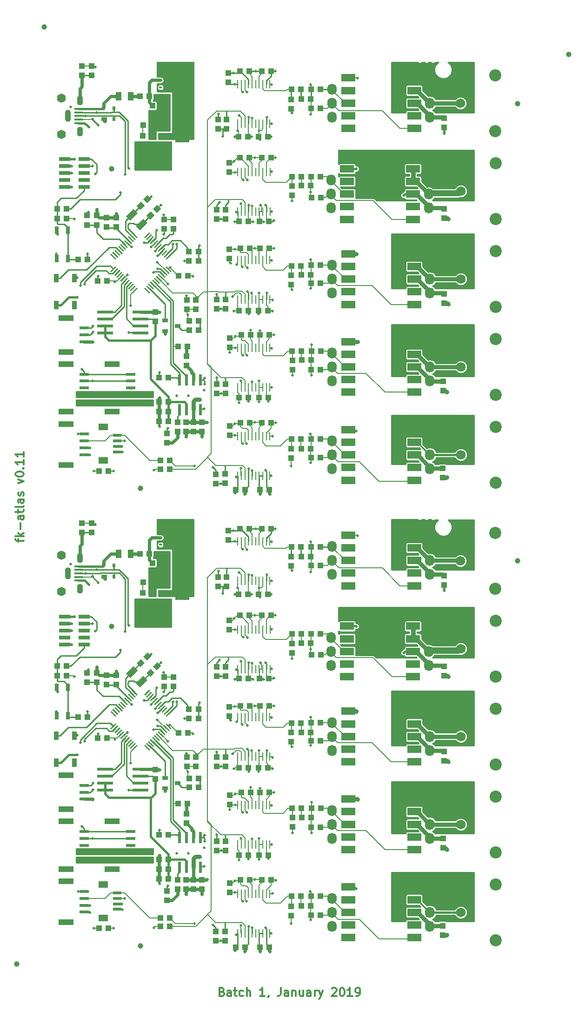
<source format=gbr>
G04 #@! TF.GenerationSoftware,KiCad,Pcbnew,(5.0.0)*
G04 #@! TF.CreationDate,2019-01-07T10:47:39-06:00*
G04 #@! TF.ProjectId,fk-atlas-v0.11-01x02,666B2D61746C61732D76302E31312D30,0.1*
G04 #@! TF.SameCoordinates,Original*
G04 #@! TF.FileFunction,Copper,L1,Top,Signal*
G04 #@! TF.FilePolarity,Positive*
%FSLAX46Y46*%
G04 Gerber Fmt 4.6, Leading zero omitted, Abs format (unit mm)*
G04 Created by KiCad (PCBNEW (5.0.0)) date 01/07/19 10:47:39*
%MOMM*%
%LPD*%
G01*
G04 APERTURE LIST*
G04 #@! TA.AperFunction,NonConductor*
%ADD10C,0.300000*%
G04 #@! TD*
G04 #@! TA.AperFunction,BGAPad,CuDef*
%ADD11C,1.000000*%
G04 #@! TD*
G04 #@! TA.AperFunction,SMDPad,CuDef*
%ADD12R,1.000000X1.100000*%
G04 #@! TD*
G04 #@! TA.AperFunction,SMDPad,CuDef*
%ADD13R,1.100000X1.000000*%
G04 #@! TD*
G04 #@! TA.AperFunction,SMDPad,CuDef*
%ADD14R,0.600000X2.000000*%
G04 #@! TD*
G04 #@! TA.AperFunction,SMDPad,CuDef*
%ADD15C,1.100000*%
G04 #@! TD*
G04 #@! TA.AperFunction,Conductor*
%ADD16C,0.100000*%
G04 #@! TD*
G04 #@! TA.AperFunction,SMDPad,CuDef*
%ADD17R,2.500000X2.000000*%
G04 #@! TD*
G04 #@! TA.AperFunction,SMDPad,CuDef*
%ADD18R,1.200000X0.800000*%
G04 #@! TD*
G04 #@! TA.AperFunction,SMDPad,CuDef*
%ADD19R,2.200000X0.800000*%
G04 #@! TD*
G04 #@! TA.AperFunction,SMDPad,CuDef*
%ADD20C,0.250000*%
G04 #@! TD*
G04 #@! TA.AperFunction,SMDPad,CuDef*
%ADD21R,3.000000X0.600000*%
G04 #@! TD*
G04 #@! TA.AperFunction,SMDPad,CuDef*
%ADD22R,1.700000X0.600000*%
G04 #@! TD*
G04 #@! TA.AperFunction,SMDPad,CuDef*
%ADD23R,2.800000X1.000000*%
G04 #@! TD*
G04 #@! TA.AperFunction,SMDPad,CuDef*
%ADD24R,0.600000X0.700000*%
G04 #@! TD*
G04 #@! TA.AperFunction,SMDPad,CuDef*
%ADD25R,1.000000X0.700000*%
G04 #@! TD*
G04 #@! TA.AperFunction,SMDPad,CuDef*
%ADD26R,1.000000X1.500000*%
G04 #@! TD*
G04 #@! TA.AperFunction,SMDPad,CuDef*
%ADD27R,2.100000X0.750000*%
G04 #@! TD*
G04 #@! TA.AperFunction,SMDPad,CuDef*
%ADD28R,1.050000X0.650000*%
G04 #@! TD*
G04 #@! TA.AperFunction,SMDPad,CuDef*
%ADD29R,0.250000X0.400000*%
G04 #@! TD*
G04 #@! TA.AperFunction,SMDPad,CuDef*
%ADD30R,1.100000X1.600000*%
G04 #@! TD*
G04 #@! TA.AperFunction,SMDPad,CuDef*
%ADD31R,0.500000X0.400000*%
G04 #@! TD*
G04 #@! TA.AperFunction,ComponentPad*
%ADD32C,1.727200*%
G04 #@! TD*
G04 #@! TA.AperFunction,ComponentPad*
%ADD33C,2.200000*%
G04 #@! TD*
G04 #@! TA.AperFunction,SMDPad,CuDef*
%ADD34R,2.500000X1.400000*%
G04 #@! TD*
G04 #@! TA.AperFunction,ComponentPad*
%ADD35O,1.727200X2.032000*%
G04 #@! TD*
G04 #@! TA.AperFunction,SMDPad,CuDef*
%ADD36R,0.900000X1.500000*%
G04 #@! TD*
G04 #@! TA.AperFunction,SMDPad,CuDef*
%ADD37R,0.250000X1.500000*%
G04 #@! TD*
G04 #@! TA.AperFunction,SMDPad,CuDef*
%ADD38C,1.000000*%
G04 #@! TD*
G04 #@! TA.AperFunction,SMDPad,CuDef*
%ADD39R,1.550000X0.600000*%
G04 #@! TD*
G04 #@! TA.AperFunction,SMDPad,CuDef*
%ADD40R,1.800000X1.200000*%
G04 #@! TD*
G04 #@! TA.AperFunction,SMDPad,CuDef*
%ADD41R,0.700000X1.450000*%
G04 #@! TD*
G04 #@! TA.AperFunction,ComponentPad*
%ADD42O,1.600000X1.651000*%
G04 #@! TD*
G04 #@! TA.AperFunction,SMDPad,CuDef*
%ADD43R,1.500000X0.450000*%
G04 #@! TD*
G04 #@! TA.AperFunction,ComponentPad*
%ADD44O,1.100000X1.800000*%
G04 #@! TD*
G04 #@! TA.AperFunction,ComponentPad*
%ADD45O,1.100000X2.200000*%
G04 #@! TD*
G04 #@! TA.AperFunction,ViaPad*
%ADD46C,0.500000*%
G04 #@! TD*
G04 #@! TA.AperFunction,Conductor*
%ADD47C,0.254000*%
G04 #@! TD*
G04 #@! TA.AperFunction,Conductor*
%ADD48C,0.587000*%
G04 #@! TD*
G04 #@! TA.AperFunction,Conductor*
%ADD49C,0.381000*%
G04 #@! TD*
G04 #@! TA.AperFunction,Conductor*
%ADD50C,0.203000*%
G04 #@! TD*
G04 #@! TA.AperFunction,Conductor*
%ADD51C,0.762000*%
G04 #@! TD*
G04 APERTURE END LIST*
D10*
X215745685Y-274622257D02*
X215959971Y-274693685D01*
X216031400Y-274765114D01*
X216102828Y-274907971D01*
X216102828Y-275122257D01*
X216031400Y-275265114D01*
X215959971Y-275336542D01*
X215817114Y-275407971D01*
X215245685Y-275407971D01*
X215245685Y-273907971D01*
X215745685Y-273907971D01*
X215888542Y-273979400D01*
X215959971Y-274050828D01*
X216031400Y-274193685D01*
X216031400Y-274336542D01*
X215959971Y-274479400D01*
X215888542Y-274550828D01*
X215745685Y-274622257D01*
X215245685Y-274622257D01*
X217388542Y-275407971D02*
X217388542Y-274622257D01*
X217317114Y-274479400D01*
X217174257Y-274407971D01*
X216888542Y-274407971D01*
X216745685Y-274479400D01*
X217388542Y-275336542D02*
X217245685Y-275407971D01*
X216888542Y-275407971D01*
X216745685Y-275336542D01*
X216674257Y-275193685D01*
X216674257Y-275050828D01*
X216745685Y-274907971D01*
X216888542Y-274836542D01*
X217245685Y-274836542D01*
X217388542Y-274765114D01*
X217888542Y-274407971D02*
X218459971Y-274407971D01*
X218102828Y-273907971D02*
X218102828Y-275193685D01*
X218174257Y-275336542D01*
X218317114Y-275407971D01*
X218459971Y-275407971D01*
X219602828Y-275336542D02*
X219459971Y-275407971D01*
X219174257Y-275407971D01*
X219031400Y-275336542D01*
X218959971Y-275265114D01*
X218888542Y-275122257D01*
X218888542Y-274693685D01*
X218959971Y-274550828D01*
X219031400Y-274479400D01*
X219174257Y-274407971D01*
X219459971Y-274407971D01*
X219602828Y-274479400D01*
X220245685Y-275407971D02*
X220245685Y-273907971D01*
X220888542Y-275407971D02*
X220888542Y-274622257D01*
X220817114Y-274479400D01*
X220674257Y-274407971D01*
X220459971Y-274407971D01*
X220317114Y-274479400D01*
X220245685Y-274550828D01*
X223531400Y-275407971D02*
X222674257Y-275407971D01*
X223102828Y-275407971D02*
X223102828Y-273907971D01*
X222959971Y-274122257D01*
X222817114Y-274265114D01*
X222674257Y-274336542D01*
X224245685Y-275336542D02*
X224245685Y-275407971D01*
X224174257Y-275550828D01*
X224102828Y-275622257D01*
X226459971Y-273907971D02*
X226459971Y-274979400D01*
X226388542Y-275193685D01*
X226245685Y-275336542D01*
X226031400Y-275407971D01*
X225888542Y-275407971D01*
X227817114Y-275407971D02*
X227817114Y-274622257D01*
X227745685Y-274479400D01*
X227602828Y-274407971D01*
X227317114Y-274407971D01*
X227174257Y-274479400D01*
X227817114Y-275336542D02*
X227674257Y-275407971D01*
X227317114Y-275407971D01*
X227174257Y-275336542D01*
X227102828Y-275193685D01*
X227102828Y-275050828D01*
X227174257Y-274907971D01*
X227317114Y-274836542D01*
X227674257Y-274836542D01*
X227817114Y-274765114D01*
X228531400Y-274407971D02*
X228531400Y-275407971D01*
X228531400Y-274550828D02*
X228602828Y-274479400D01*
X228745685Y-274407971D01*
X228959971Y-274407971D01*
X229102828Y-274479400D01*
X229174257Y-274622257D01*
X229174257Y-275407971D01*
X230531400Y-274407971D02*
X230531400Y-275407971D01*
X229888542Y-274407971D02*
X229888542Y-275193685D01*
X229959971Y-275336542D01*
X230102828Y-275407971D01*
X230317114Y-275407971D01*
X230459971Y-275336542D01*
X230531400Y-275265114D01*
X231888542Y-275407971D02*
X231888542Y-274622257D01*
X231817114Y-274479400D01*
X231674257Y-274407971D01*
X231388542Y-274407971D01*
X231245685Y-274479400D01*
X231888542Y-275336542D02*
X231745685Y-275407971D01*
X231388542Y-275407971D01*
X231245685Y-275336542D01*
X231174257Y-275193685D01*
X231174257Y-275050828D01*
X231245685Y-274907971D01*
X231388542Y-274836542D01*
X231745685Y-274836542D01*
X231888542Y-274765114D01*
X232602828Y-275407971D02*
X232602828Y-274407971D01*
X232602828Y-274693685D02*
X232674257Y-274550828D01*
X232745685Y-274479400D01*
X232888542Y-274407971D01*
X233031400Y-274407971D01*
X233388542Y-274407971D02*
X233745685Y-275407971D01*
X234102828Y-274407971D02*
X233745685Y-275407971D01*
X233602828Y-275765114D01*
X233531400Y-275836542D01*
X233388542Y-275907971D01*
X235745685Y-274050828D02*
X235817114Y-273979400D01*
X235959971Y-273907971D01*
X236317114Y-273907971D01*
X236459971Y-273979400D01*
X236531400Y-274050828D01*
X236602828Y-274193685D01*
X236602828Y-274336542D01*
X236531400Y-274550828D01*
X235674257Y-275407971D01*
X236602828Y-275407971D01*
X237531400Y-273907971D02*
X237674257Y-273907971D01*
X237817114Y-273979400D01*
X237888542Y-274050828D01*
X237959971Y-274193685D01*
X238031400Y-274479400D01*
X238031400Y-274836542D01*
X237959971Y-275122257D01*
X237888542Y-275265114D01*
X237817114Y-275336542D01*
X237674257Y-275407971D01*
X237531400Y-275407971D01*
X237388542Y-275336542D01*
X237317114Y-275265114D01*
X237245685Y-275122257D01*
X237174257Y-274836542D01*
X237174257Y-274479400D01*
X237245685Y-274193685D01*
X237317114Y-274050828D01*
X237388542Y-273979400D01*
X237531400Y-273907971D01*
X239459971Y-275407971D02*
X238602828Y-275407971D01*
X239031400Y-275407971D02*
X239031400Y-273907971D01*
X238888542Y-274122257D01*
X238745685Y-274265114D01*
X238602828Y-274336542D01*
X240174257Y-275407971D02*
X240459971Y-275407971D01*
X240602828Y-275336542D01*
X240674257Y-275265114D01*
X240817114Y-275050828D01*
X240888542Y-274765114D01*
X240888542Y-274193685D01*
X240817114Y-274050828D01*
X240745685Y-273979400D01*
X240602828Y-273907971D01*
X240317114Y-273907971D01*
X240174257Y-273979400D01*
X240102828Y-274050828D01*
X240031400Y-274193685D01*
X240031400Y-274550828D01*
X240102828Y-274693685D01*
X240174257Y-274765114D01*
X240317114Y-274836542D01*
X240602828Y-274836542D01*
X240745685Y-274765114D01*
X240817114Y-274693685D01*
X240888542Y-274550828D01*
X178639971Y-192739400D02*
X178639971Y-192167971D01*
X179639971Y-192525114D02*
X178354257Y-192525114D01*
X178211400Y-192453685D01*
X178139971Y-192310828D01*
X178139971Y-192167971D01*
X179639971Y-191667971D02*
X178139971Y-191667971D01*
X179068542Y-191525114D02*
X179639971Y-191096542D01*
X178639971Y-191096542D02*
X179211400Y-191667971D01*
X179068542Y-190453685D02*
X179068542Y-189310828D01*
X179639971Y-187953685D02*
X178854257Y-187953685D01*
X178711400Y-188025114D01*
X178639971Y-188167971D01*
X178639971Y-188453685D01*
X178711400Y-188596542D01*
X179568542Y-187953685D02*
X179639971Y-188096542D01*
X179639971Y-188453685D01*
X179568542Y-188596542D01*
X179425685Y-188667971D01*
X179282828Y-188667971D01*
X179139971Y-188596542D01*
X179068542Y-188453685D01*
X179068542Y-188096542D01*
X178997114Y-187953685D01*
X178639971Y-187453685D02*
X178639971Y-186882257D01*
X178139971Y-187239400D02*
X179425685Y-187239400D01*
X179568542Y-187167971D01*
X179639971Y-187025114D01*
X179639971Y-186882257D01*
X179639971Y-186167971D02*
X179568542Y-186310828D01*
X179425685Y-186382257D01*
X178139971Y-186382257D01*
X179639971Y-184953685D02*
X178854257Y-184953685D01*
X178711400Y-185025114D01*
X178639971Y-185167971D01*
X178639971Y-185453685D01*
X178711400Y-185596542D01*
X179568542Y-184953685D02*
X179639971Y-185096542D01*
X179639971Y-185453685D01*
X179568542Y-185596542D01*
X179425685Y-185667971D01*
X179282828Y-185667971D01*
X179139971Y-185596542D01*
X179068542Y-185453685D01*
X179068542Y-185096542D01*
X178997114Y-184953685D01*
X179568542Y-184310828D02*
X179639971Y-184167971D01*
X179639971Y-183882257D01*
X179568542Y-183739400D01*
X179425685Y-183667971D01*
X179354257Y-183667971D01*
X179211400Y-183739400D01*
X179139971Y-183882257D01*
X179139971Y-184096542D01*
X179068542Y-184239400D01*
X178925685Y-184310828D01*
X178854257Y-184310828D01*
X178711400Y-184239400D01*
X178639971Y-184096542D01*
X178639971Y-183882257D01*
X178711400Y-183739400D01*
X178639971Y-182025114D02*
X179639971Y-181667971D01*
X178639971Y-181310828D01*
X178139971Y-180453685D02*
X178139971Y-180310828D01*
X178211400Y-180167971D01*
X178282828Y-180096542D01*
X178425685Y-180025114D01*
X178711400Y-179953685D01*
X179068542Y-179953685D01*
X179354257Y-180025114D01*
X179497114Y-180096542D01*
X179568542Y-180167971D01*
X179639971Y-180310828D01*
X179639971Y-180453685D01*
X179568542Y-180596542D01*
X179497114Y-180667971D01*
X179354257Y-180739400D01*
X179068542Y-180810828D01*
X178711400Y-180810828D01*
X178425685Y-180739400D01*
X178282828Y-180667971D01*
X178211400Y-180596542D01*
X178139971Y-180453685D01*
X179497114Y-179310828D02*
X179568542Y-179239400D01*
X179639971Y-179310828D01*
X179568542Y-179382257D01*
X179497114Y-179310828D01*
X179639971Y-179310828D01*
X179639971Y-177810828D02*
X179639971Y-178667971D01*
X179639971Y-178239400D02*
X178139971Y-178239400D01*
X178354257Y-178382257D01*
X178497114Y-178525114D01*
X178568542Y-178667971D01*
X179639971Y-176382257D02*
X179639971Y-177239400D01*
X179639971Y-176810828D02*
X178139971Y-176810828D01*
X178354257Y-176953685D01*
X178497114Y-177096542D01*
X178568542Y-177239400D01*
D11*
G04 #@! TO.P,REF\002A\002A,~*
G04 #@! TO.N,N/C*
X278851400Y-104009400D03*
G04 #@! TD*
D12*
G04 #@! TO.P,R27,1*
G04 #@! TO.N,VCC*
X216285400Y-265313400D03*
G04 #@! TO.P,R27,2*
G04 #@! TO.N,/SDA1*
X216285400Y-263613400D03*
G04 #@! TD*
G04 #@! TO.P,R26,2*
G04 #@! TO.N,/SCL1*
X214634400Y-263652400D03*
G04 #@! TO.P,R26,1*
G04 #@! TO.N,VCC*
X214634400Y-265352400D03*
G04 #@! TD*
G04 #@! TO.P,R24,2*
G04 #@! TO.N,/SCL1*
X214761400Y-231863400D03*
G04 #@! TO.P,R24,1*
G04 #@! TO.N,VCC*
X214761400Y-233563400D03*
G04 #@! TD*
G04 #@! TO.P,R22,1*
G04 #@! TO.N,VCC*
X214761400Y-217180400D03*
G04 #@! TO.P,R22,2*
G04 #@! TO.N,/SCL1*
X214761400Y-215480400D03*
G04 #@! TD*
G04 #@! TO.P,R20,1*
G04 #@! TO.N,VCC*
X216539400Y-200797400D03*
G04 #@! TO.P,R20,2*
G04 #@! TO.N,/SDA1*
X216539400Y-199097400D03*
G04 #@! TD*
G04 #@! TO.P,R19,1*
G04 #@! TO.N,VCC*
X214761400Y-248930400D03*
G04 #@! TO.P,R19,2*
G04 #@! TO.N,/SCL1*
X214761400Y-247230400D03*
G04 #@! TD*
G04 #@! TO.P,R18,2*
G04 #@! TO.N,/SDA1*
X216412400Y-247230400D03*
G04 #@! TO.P,R18,1*
G04 #@! TO.N,VCC*
X216412400Y-248930400D03*
G04 #@! TD*
D13*
G04 #@! TO.P,C25,2*
G04 #@! TO.N,/RST*
X189527400Y-224585400D03*
G04 #@! TO.P,C25,1*
G04 #@! TO.N,GND*
X191227400Y-224585400D03*
G04 #@! TD*
G04 #@! TO.P,R13,1*
G04 #@! TO.N,/PERIPH_3V3*
X205959400Y-254049400D03*
G04 #@! TO.P,R13,2*
G04 #@! TO.N,GND*
X204259400Y-254049400D03*
G04 #@! TD*
D14*
G04 #@! TO.P,U4,1*
G04 #@! TO.N,GND*
X211840400Y-246523400D03*
G04 #@! TO.P,U4,2*
G04 #@! TO.N,3V3*
X210570400Y-246523400D03*
G04 #@! TO.P,U4,3*
G04 #@! TO.N,/D6_ATLAS_EN*
X209300400Y-246523400D03*
G04 #@! TO.P,U4,4*
G04 #@! TO.N,/D12_PERIPH_EN*
X208030400Y-246523400D03*
G04 #@! TO.P,U4,5*
G04 #@! TO.N,Net-(R7-Pad1)*
X208030400Y-251923400D03*
G04 #@! TO.P,U4,6*
G04 #@! TO.N,/PERIPH_3V3*
X209300400Y-251923400D03*
G04 #@! TO.P,U4,7*
G04 #@! TO.N,VCC*
X210570400Y-251923400D03*
G04 #@! TO.P,U4,8*
G04 #@! TO.N,Net-(R12-Pad1)*
X211840400Y-251923400D03*
G04 #@! TD*
D13*
G04 #@! TO.P,R6,2*
G04 #@! TO.N,GND*
X204259400Y-246048400D03*
G04 #@! TO.P,R6,1*
G04 #@! TO.N,/D12_PERIPH_EN*
X205959400Y-246048400D03*
G04 #@! TD*
G04 #@! TO.P,C21,2*
G04 #@! TO.N,GND*
X204259400Y-252271400D03*
G04 #@! TO.P,C21,1*
G04 #@! TO.N,/PERIPH_3V3*
X205959400Y-252271400D03*
G04 #@! TD*
D15*
G04 #@! TO.P,Y1,2*
G04 #@! TO.N,Net-(C4-Pad2)*
X201108900Y-218171900D03*
D16*
G04 #@! TD*
G04 #@! TO.N,Net-(C4-Pad2)*
G04 #@! TO.C,Y1*
G36*
X200048240Y-218454743D02*
X201391743Y-217111240D01*
X202169560Y-217889057D01*
X200826057Y-219232560D01*
X200048240Y-218454743D01*
X200048240Y-218454743D01*
G37*
D15*
G04 #@! TO.P,Y1,1*
G04 #@! TO.N,Net-(C3-Pad2)*
X199341134Y-216404134D03*
D16*
G04 #@! TD*
G04 #@! TO.N,Net-(C3-Pad2)*
G04 #@! TO.C,Y1*
G36*
X198280474Y-216686977D02*
X199623977Y-215343474D01*
X200401794Y-216121291D01*
X199058291Y-217464794D01*
X198280474Y-216686977D01*
X198280474Y-216686977D01*
G37*
D13*
G04 #@! TO.P,R603,2*
G04 #@! TO.N,/isolated_atlas4/ISO_VCC*
X231945400Y-257224400D03*
G04 #@! TO.P,R603,1*
G04 #@! TO.N,/isolated_atlas4/ISO_SCL*
X233645400Y-257224400D03*
G04 #@! TD*
G04 #@! TO.P,R503,2*
G04 #@! TO.N,/isolated_atlas3/ISO_VCC*
X232072400Y-241222400D03*
G04 #@! TO.P,R503,1*
G04 #@! TO.N,/isolated_atlas3/ISO_SCL*
X233772400Y-241222400D03*
G04 #@! TD*
G04 #@! TO.P,R304,2*
G04 #@! TO.N,/isolated_atlas1/ISO_VCC*
X231867400Y-211123400D03*
G04 #@! TO.P,R304,1*
G04 #@! TO.N,Net-(R302-Pad2)*
X230167400Y-211123400D03*
G04 #@! TD*
D12*
G04 #@! TO.P,R301,2*
G04 #@! TO.N,/isolated_atlas1/ISO_GND*
X228477400Y-212901400D03*
G04 #@! TO.P,R301,1*
G04 #@! TO.N,Net-(R301-Pad1)*
X228477400Y-211201400D03*
G04 #@! TD*
D13*
G04 #@! TO.P,R202,2*
G04 #@! TO.N,Net-(R202-Pad2)*
X230089400Y-193597400D03*
G04 #@! TO.P,R202,1*
G04 #@! TO.N,Net-(R201-Pad1)*
X228389400Y-193597400D03*
G04 #@! TD*
G04 #@! TO.P,R403,2*
G04 #@! TO.N,/isolated_atlas2/ISO_VCC*
X231945400Y-225601400D03*
G04 #@! TO.P,R403,1*
G04 #@! TO.N,/isolated_atlas2/ISO_SCL*
X233645400Y-225601400D03*
G04 #@! TD*
G04 #@! TO.P,R302,2*
G04 #@! TO.N,Net-(R302-Pad2)*
X230216400Y-209472400D03*
G04 #@! TO.P,R302,1*
G04 #@! TO.N,Net-(R301-Pad1)*
X228516400Y-209472400D03*
G04 #@! TD*
G04 #@! TO.P,R11,2*
G04 #@! TO.N,Net-(Q4-Pad3)*
X209745800Y-237412400D03*
G04 #@! TO.P,R11,1*
G04 #@! TO.N,Net-(D4-Pad1)*
X211445800Y-237412400D03*
G04 #@! TD*
D17*
G04 #@! TO.P,U3,2*
G04 #@! TO.N,VBUS*
X208495400Y-202233400D03*
D18*
G04 #@! TO.P,U3,3*
G04 #@! TO.N,3V3*
X205645400Y-203733400D03*
D19*
G04 #@! TO.P,U3,2*
G04 #@! TO.N,VBUS*
X206145400Y-202233400D03*
D18*
G04 #@! TO.P,U3,1*
G04 #@! TO.N,GND*
X205645400Y-200733400D03*
G04 #@! TD*
D20*
G04 #@! TO.P,U2,48*
G04 #@! TO.N,/RX_LED*
X202113271Y-220136442D03*
D16*
G04 #@! TD*
G04 #@! TO.N,/RX_LED*
G04 #@! TO.C,U2*
G36*
X201742040Y-220684450D02*
X201565263Y-220507673D01*
X202484502Y-219588434D01*
X202661279Y-219765211D01*
X201742040Y-220684450D01*
X201742040Y-220684450D01*
G37*
D20*
G04 #@! TO.P,U2,47*
G04 #@! TO.N,/A5*
X202466824Y-220489995D03*
D16*
G04 #@! TD*
G04 #@! TO.N,/A5*
G04 #@! TO.C,U2*
G36*
X202095593Y-221038003D02*
X201918816Y-220861226D01*
X202838055Y-219941987D01*
X203014832Y-220118764D01*
X202095593Y-221038003D01*
X202095593Y-221038003D01*
G37*
D20*
G04 #@! TO.P,U2,46*
G04 #@! TO.N,/SWDIO*
X202820378Y-220843549D03*
D16*
G04 #@! TD*
G04 #@! TO.N,/SWDIO*
G04 #@! TO.C,U2*
G36*
X202449147Y-221391557D02*
X202272370Y-221214780D01*
X203191609Y-220295541D01*
X203368386Y-220472318D01*
X202449147Y-221391557D01*
X202449147Y-221391557D01*
G37*
D20*
G04 #@! TO.P,U2,45*
G04 #@! TO.N,/SWCLK*
X203173931Y-221197102D03*
D16*
G04 #@! TD*
G04 #@! TO.N,/SWCLK*
G04 #@! TO.C,U2*
G36*
X202802700Y-221745110D02*
X202625923Y-221568333D01*
X203545162Y-220649094D01*
X203721939Y-220825871D01*
X202802700Y-221745110D01*
X202802700Y-221745110D01*
G37*
D20*
G04 #@! TO.P,U2,44*
G04 #@! TO.N,3V3*
X203527484Y-221550655D03*
D16*
G04 #@! TD*
G04 #@! TO.N,3V3*
G04 #@! TO.C,U2*
G36*
X203156253Y-222098663D02*
X202979476Y-221921886D01*
X203898715Y-221002647D01*
X204075492Y-221179424D01*
X203156253Y-222098663D01*
X203156253Y-222098663D01*
G37*
D20*
G04 #@! TO.P,U2,43*
G04 #@! TO.N,Net-(C6-Pad1)*
X203881038Y-221904209D03*
D16*
G04 #@! TD*
G04 #@! TO.N,Net-(C6-Pad1)*
G04 #@! TO.C,U2*
G36*
X203509807Y-222452217D02*
X203333030Y-222275440D01*
X204252269Y-221356201D01*
X204429046Y-221532978D01*
X203509807Y-222452217D01*
X203509807Y-222452217D01*
G37*
D20*
G04 #@! TO.P,U2,42*
G04 #@! TO.N,GND*
X204234591Y-222257762D03*
D16*
G04 #@! TD*
G04 #@! TO.N,GND*
G04 #@! TO.C,U2*
G36*
X203863360Y-222805770D02*
X203686583Y-222628993D01*
X204605822Y-221709754D01*
X204782599Y-221886531D01*
X203863360Y-222805770D01*
X203863360Y-222805770D01*
G37*
D20*
G04 #@! TO.P,U2,41*
G04 #@! TO.N,/USB_ID*
X204588145Y-222611316D03*
D16*
G04 #@! TD*
G04 #@! TO.N,/USB_ID*
G04 #@! TO.C,U2*
G36*
X204216914Y-223159324D02*
X204040137Y-222982547D01*
X204959376Y-222063308D01*
X205136153Y-222240085D01*
X204216914Y-223159324D01*
X204216914Y-223159324D01*
G37*
D20*
G04 #@! TO.P,U2,40*
G04 #@! TO.N,/RESET*
X204941698Y-222964869D03*
D16*
G04 #@! TD*
G04 #@! TO.N,/RESET*
G04 #@! TO.C,U2*
G36*
X204570467Y-223512877D02*
X204393690Y-223336100D01*
X205312929Y-222416861D01*
X205489706Y-222593638D01*
X204570467Y-223512877D01*
X204570467Y-223512877D01*
G37*
D20*
G04 #@! TO.P,U2,39*
G04 #@! TO.N,/TX_LED*
X205295251Y-223318422D03*
D16*
G04 #@! TD*
G04 #@! TO.N,/TX_LED*
G04 #@! TO.C,U2*
G36*
X204924020Y-223866430D02*
X204747243Y-223689653D01*
X205666482Y-222770414D01*
X205843259Y-222947191D01*
X204924020Y-223866430D01*
X204924020Y-223866430D01*
G37*
D20*
G04 #@! TO.P,U2,38*
G04 #@! TO.N,/D31*
X205648805Y-223671976D03*
D16*
G04 #@! TD*
G04 #@! TO.N,/D31*
G04 #@! TO.C,U2*
G36*
X205277574Y-224219984D02*
X205100797Y-224043207D01*
X206020036Y-223123968D01*
X206196813Y-223300745D01*
X205277574Y-224219984D01*
X205277574Y-224219984D01*
G37*
D20*
G04 #@! TO.P,U2,37*
G04 #@! TO.N,/D30*
X206002358Y-224025529D03*
D16*
G04 #@! TD*
G04 #@! TO.N,/D30*
G04 #@! TO.C,U2*
G36*
X205631127Y-224573537D02*
X205454350Y-224396760D01*
X206373589Y-223477521D01*
X206550366Y-223654298D01*
X205631127Y-224573537D01*
X205631127Y-224573537D01*
G37*
D20*
G04 #@! TO.P,U2,36*
G04 #@! TO.N,3V3*
X206002358Y-226288271D03*
D16*
G04 #@! TD*
G04 #@! TO.N,3V3*
G04 #@! TO.C,U2*
G36*
X205454350Y-225917040D02*
X205631127Y-225740263D01*
X206550366Y-226659502D01*
X206373589Y-226836279D01*
X205454350Y-225917040D01*
X205454350Y-225917040D01*
G37*
D20*
G04 #@! TO.P,U2,35*
G04 #@! TO.N,GND*
X205648805Y-226641824D03*
D16*
G04 #@! TD*
G04 #@! TO.N,GND*
G04 #@! TO.C,U2*
G36*
X205100797Y-226270593D02*
X205277574Y-226093816D01*
X206196813Y-227013055D01*
X206020036Y-227189832D01*
X205100797Y-226270593D01*
X205100797Y-226270593D01*
G37*
D20*
G04 #@! TO.P,U2,34*
G04 #@! TO.N,/USB+*
X205295251Y-226995378D03*
D16*
G04 #@! TD*
G04 #@! TO.N,/USB+*
G04 #@! TO.C,U2*
G36*
X204747243Y-226624147D02*
X204924020Y-226447370D01*
X205843259Y-227366609D01*
X205666482Y-227543386D01*
X204747243Y-226624147D01*
X204747243Y-226624147D01*
G37*
D20*
G04 #@! TO.P,U2,33*
G04 #@! TO.N,/USB-*
X204941698Y-227348931D03*
D16*
G04 #@! TD*
G04 #@! TO.N,/USB-*
G04 #@! TO.C,U2*
G36*
X204393690Y-226977700D02*
X204570467Y-226800923D01*
X205489706Y-227720162D01*
X205312929Y-227896939D01*
X204393690Y-226977700D01*
X204393690Y-226977700D01*
G37*
D20*
G04 #@! TO.P,U2,32*
G04 #@! TO.N,/SCL1*
X204588145Y-227702484D03*
D16*
G04 #@! TD*
G04 #@! TO.N,/SCL1*
G04 #@! TO.C,U2*
G36*
X204040137Y-227331253D02*
X204216914Y-227154476D01*
X205136153Y-228073715D01*
X204959376Y-228250492D01*
X204040137Y-227331253D01*
X204040137Y-227331253D01*
G37*
D20*
G04 #@! TO.P,U2,31*
G04 #@! TO.N,/SDA1*
X204234591Y-228056038D03*
D16*
G04 #@! TD*
G04 #@! TO.N,/SDA1*
G04 #@! TO.C,U2*
G36*
X203686583Y-227684807D02*
X203863360Y-227508030D01*
X204782599Y-228427269D01*
X204605822Y-228604046D01*
X203686583Y-227684807D01*
X203686583Y-227684807D01*
G37*
D20*
G04 #@! TO.P,U2,30*
G04 #@! TO.N,/D7*
X203881038Y-228409591D03*
D16*
G04 #@! TD*
G04 #@! TO.N,/D7*
G04 #@! TO.C,U2*
G36*
X203333030Y-228038360D02*
X203509807Y-227861583D01*
X204429046Y-228780822D01*
X204252269Y-228957599D01*
X203333030Y-228038360D01*
X203333030Y-228038360D01*
G37*
D20*
G04 #@! TO.P,U2,29*
G04 #@! TO.N,/D6_ATLAS_EN*
X203527484Y-228763145D03*
D16*
G04 #@! TD*
G04 #@! TO.N,/D6_ATLAS_EN*
G04 #@! TO.C,U2*
G36*
X202979476Y-228391914D02*
X203156253Y-228215137D01*
X204075492Y-229134376D01*
X203898715Y-229311153D01*
X202979476Y-228391914D01*
X202979476Y-228391914D01*
G37*
D20*
G04 #@! TO.P,U2,28*
G04 #@! TO.N,/D12_PERIPH_EN*
X203173931Y-229116698D03*
D16*
G04 #@! TD*
G04 #@! TO.N,/D12_PERIPH_EN*
G04 #@! TO.C,U2*
G36*
X202625923Y-228745467D02*
X202802700Y-228568690D01*
X203721939Y-229487929D01*
X203545162Y-229664706D01*
X202625923Y-228745467D01*
X202625923Y-228745467D01*
G37*
D20*
G04 #@! TO.P,U2,27*
G04 #@! TO.N,/D10*
X202820378Y-229470251D03*
D16*
G04 #@! TD*
G04 #@! TO.N,/D10*
G04 #@! TO.C,U2*
G36*
X202272370Y-229099020D02*
X202449147Y-228922243D01*
X203368386Y-229841482D01*
X203191609Y-230018259D01*
X202272370Y-229099020D01*
X202272370Y-229099020D01*
G37*
D20*
G04 #@! TO.P,U2,26*
G04 #@! TO.N,/D13*
X202466824Y-229823805D03*
D16*
G04 #@! TD*
G04 #@! TO.N,/D13*
G04 #@! TO.C,U2*
G36*
X201918816Y-229452574D02*
X202095593Y-229275797D01*
X203014832Y-230195036D01*
X202838055Y-230371813D01*
X201918816Y-229452574D01*
X201918816Y-229452574D01*
G37*
D20*
G04 #@! TO.P,U2,25*
G04 #@! TO.N,/D11*
X202113271Y-230177358D03*
D16*
G04 #@! TD*
G04 #@! TO.N,/D11*
G04 #@! TO.C,U2*
G36*
X201565263Y-229806127D02*
X201742040Y-229629350D01*
X202661279Y-230548589D01*
X202484502Y-230725366D01*
X201565263Y-229806127D01*
X201565263Y-229806127D01*
G37*
D20*
G04 #@! TO.P,U2,24*
G04 #@! TO.N,/D5_FLASH_CS*
X199850529Y-230177358D03*
D16*
G04 #@! TD*
G04 #@! TO.N,/D5_FLASH_CS*
G04 #@! TO.C,U2*
G36*
X199479298Y-230725366D02*
X199302521Y-230548589D01*
X200221760Y-229629350D01*
X200398537Y-229806127D01*
X199479298Y-230725366D01*
X199479298Y-230725366D01*
G37*
D20*
G04 #@! TO.P,U2,23*
G04 #@! TO.N,/D2*
X199496976Y-229823805D03*
D16*
G04 #@! TD*
G04 #@! TO.N,/D2*
G04 #@! TO.C,U2*
G36*
X199125745Y-230371813D02*
X198948968Y-230195036D01*
X199868207Y-229275797D01*
X200044984Y-229452574D01*
X199125745Y-230371813D01*
X199125745Y-230371813D01*
G37*
D20*
G04 #@! TO.P,U2,22*
G04 #@! TO.N,/ATN*
X199143422Y-229470251D03*
D16*
G04 #@! TD*
G04 #@! TO.N,/ATN*
G04 #@! TO.C,U2*
G36*
X198772191Y-230018259D02*
X198595414Y-229841482D01*
X199514653Y-228922243D01*
X199691430Y-229099020D01*
X198772191Y-230018259D01*
X198772191Y-230018259D01*
G37*
D20*
G04 #@! TO.P,U2,21*
G04 #@! TO.N,/MISO*
X198789869Y-229116698D03*
D16*
G04 #@! TD*
G04 #@! TO.N,/MISO*
G04 #@! TO.C,U2*
G36*
X198418638Y-229664706D02*
X198241861Y-229487929D01*
X199161100Y-228568690D01*
X199337877Y-228745467D01*
X198418638Y-229664706D01*
X198418638Y-229664706D01*
G37*
D20*
G04 #@! TO.P,U2,20*
G04 #@! TO.N,/SCK*
X198436316Y-228763145D03*
D16*
G04 #@! TD*
G04 #@! TO.N,/SCK*
G04 #@! TO.C,U2*
G36*
X198065085Y-229311153D02*
X197888308Y-229134376D01*
X198807547Y-228215137D01*
X198984324Y-228391914D01*
X198065085Y-229311153D01*
X198065085Y-229311153D01*
G37*
D20*
G04 #@! TO.P,U2,19*
G04 #@! TO.N,/MOSI*
X198082762Y-228409591D03*
D16*
G04 #@! TD*
G04 #@! TO.N,/MOSI*
G04 #@! TO.C,U2*
G36*
X197711531Y-228957599D02*
X197534754Y-228780822D01*
X198453993Y-227861583D01*
X198630770Y-228038360D01*
X197711531Y-228957599D01*
X197711531Y-228957599D01*
G37*
D20*
G04 #@! TO.P,U2,18*
G04 #@! TO.N,GND*
X197729209Y-228056038D03*
D16*
G04 #@! TD*
G04 #@! TO.N,GND*
G04 #@! TO.C,U2*
G36*
X197357978Y-228604046D02*
X197181201Y-228427269D01*
X198100440Y-227508030D01*
X198277217Y-227684807D01*
X197357978Y-228604046D01*
X197357978Y-228604046D01*
G37*
D20*
G04 #@! TO.P,U2,17*
G04 #@! TO.N,3V3*
X197375655Y-227702484D03*
D16*
G04 #@! TD*
G04 #@! TO.N,3V3*
G04 #@! TO.C,U2*
G36*
X197004424Y-228250492D02*
X196827647Y-228073715D01*
X197746886Y-227154476D01*
X197923663Y-227331253D01*
X197004424Y-228250492D01*
X197004424Y-228250492D01*
G37*
D20*
G04 #@! TO.P,U2,16*
G04 #@! TO.N,/D0*
X197022102Y-227348931D03*
D16*
G04 #@! TD*
G04 #@! TO.N,/D0*
G04 #@! TO.C,U2*
G36*
X196650871Y-227896939D02*
X196474094Y-227720162D01*
X197393333Y-226800923D01*
X197570110Y-226977700D01*
X196650871Y-227896939D01*
X196650871Y-227896939D01*
G37*
D20*
G04 #@! TO.P,U2,15*
G04 #@! TO.N,/D1*
X196668549Y-226995378D03*
D16*
G04 #@! TD*
G04 #@! TO.N,/D1*
G04 #@! TO.C,U2*
G36*
X196297318Y-227543386D02*
X196120541Y-227366609D01*
X197039780Y-226447370D01*
X197216557Y-226624147D01*
X196297318Y-227543386D01*
X196297318Y-227543386D01*
G37*
D20*
G04 #@! TO.P,U2,14*
G04 #@! TO.N,/SCL3*
X196314995Y-226641824D03*
D16*
G04 #@! TD*
G04 #@! TO.N,/SCL3*
G04 #@! TO.C,U2*
G36*
X195943764Y-227189832D02*
X195766987Y-227013055D01*
X196686226Y-226093816D01*
X196863003Y-226270593D01*
X195943764Y-227189832D01*
X195943764Y-227189832D01*
G37*
D20*
G04 #@! TO.P,U2,13*
G04 #@! TO.N,/SDA3*
X195961442Y-226288271D03*
D16*
G04 #@! TD*
G04 #@! TO.N,/SDA3*
G04 #@! TO.C,U2*
G36*
X195590211Y-226836279D02*
X195413434Y-226659502D01*
X196332673Y-225740263D01*
X196509450Y-225917040D01*
X195590211Y-226836279D01*
X195590211Y-226836279D01*
G37*
D20*
G04 #@! TO.P,U2,12*
G04 #@! TO.N,/D9*
X195961442Y-224025529D03*
D16*
G04 #@! TD*
G04 #@! TO.N,/D9*
G04 #@! TO.C,U2*
G36*
X195413434Y-223654298D02*
X195590211Y-223477521D01*
X196509450Y-224396760D01*
X196332673Y-224573537D01*
X195413434Y-223654298D01*
X195413434Y-223654298D01*
G37*
D20*
G04 #@! TO.P,U2,11*
G04 #@! TO.N,/D8*
X196314995Y-223671976D03*
D16*
G04 #@! TD*
G04 #@! TO.N,/D8*
G04 #@! TO.C,U2*
G36*
X195766987Y-223300745D02*
X195943764Y-223123968D01*
X196863003Y-224043207D01*
X196686226Y-224219984D01*
X195766987Y-223300745D01*
X195766987Y-223300745D01*
G37*
D20*
G04 #@! TO.P,U2,10*
G04 #@! TO.N,/A4*
X196668549Y-223318422D03*
D16*
G04 #@! TD*
G04 #@! TO.N,/A4*
G04 #@! TO.C,U2*
G36*
X196120541Y-222947191D02*
X196297318Y-222770414D01*
X197216557Y-223689653D01*
X197039780Y-223866430D01*
X196120541Y-222947191D01*
X196120541Y-222947191D01*
G37*
D20*
G04 #@! TO.P,U2,9*
G04 #@! TO.N,/A3*
X197022102Y-222964869D03*
D16*
G04 #@! TD*
G04 #@! TO.N,/A3*
G04 #@! TO.C,U2*
G36*
X196474094Y-222593638D02*
X196650871Y-222416861D01*
X197570110Y-223336100D01*
X197393333Y-223512877D01*
X196474094Y-222593638D01*
X196474094Y-222593638D01*
G37*
D20*
G04 #@! TO.P,U2,8*
G04 #@! TO.N,/A2*
X197375655Y-222611316D03*
D16*
G04 #@! TD*
G04 #@! TO.N,/A2*
G04 #@! TO.C,U2*
G36*
X196827647Y-222240085D02*
X197004424Y-222063308D01*
X197923663Y-222982547D01*
X197746886Y-223159324D01*
X196827647Y-222240085D01*
X196827647Y-222240085D01*
G37*
D20*
G04 #@! TO.P,U2,7*
G04 #@! TO.N,/A1*
X197729209Y-222257762D03*
D16*
G04 #@! TD*
G04 #@! TO.N,/A1*
G04 #@! TO.C,U2*
G36*
X197181201Y-221886531D02*
X197357978Y-221709754D01*
X198277217Y-222628993D01*
X198100440Y-222805770D01*
X197181201Y-221886531D01*
X197181201Y-221886531D01*
G37*
D20*
G04 #@! TO.P,U2,6*
G04 #@! TO.N,Net-(C7-Pad1)*
X198082762Y-221904209D03*
D16*
G04 #@! TD*
G04 #@! TO.N,Net-(C7-Pad1)*
G04 #@! TO.C,U2*
G36*
X197534754Y-221532978D02*
X197711531Y-221356201D01*
X198630770Y-222275440D01*
X198453993Y-222452217D01*
X197534754Y-221532978D01*
X197534754Y-221532978D01*
G37*
D20*
G04 #@! TO.P,U2,5*
G04 #@! TO.N,GND*
X198436316Y-221550655D03*
D16*
G04 #@! TD*
G04 #@! TO.N,GND*
G04 #@! TO.C,U2*
G36*
X197888308Y-221179424D02*
X198065085Y-221002647D01*
X198984324Y-221921886D01*
X198807547Y-222098663D01*
X197888308Y-221179424D01*
X197888308Y-221179424D01*
G37*
D20*
G04 #@! TO.P,U2,4*
G04 #@! TO.N,Net-(C1-Pad1)*
X198789869Y-221197102D03*
D16*
G04 #@! TD*
G04 #@! TO.N,Net-(C1-Pad1)*
G04 #@! TO.C,U2*
G36*
X198241861Y-220825871D02*
X198418638Y-220649094D01*
X199337877Y-221568333D01*
X199161100Y-221745110D01*
X198241861Y-220825871D01*
X198241861Y-220825871D01*
G37*
D20*
G04 #@! TO.P,U2,3*
G04 #@! TO.N,/A0*
X199143422Y-220843549D03*
D16*
G04 #@! TD*
G04 #@! TO.N,/A0*
G04 #@! TO.C,U2*
G36*
X198595414Y-220472318D02*
X198772191Y-220295541D01*
X199691430Y-221214780D01*
X199514653Y-221391557D01*
X198595414Y-220472318D01*
X198595414Y-220472318D01*
G37*
D20*
G04 #@! TO.P,U2,2*
G04 #@! TO.N,Net-(C3-Pad2)*
X199496976Y-220489995D03*
D16*
G04 #@! TD*
G04 #@! TO.N,Net-(C3-Pad2)*
G04 #@! TO.C,U2*
G36*
X198948968Y-220118764D02*
X199125745Y-219941987D01*
X200044984Y-220861226D01*
X199868207Y-221038003D01*
X198948968Y-220118764D01*
X198948968Y-220118764D01*
G37*
D20*
G04 #@! TO.P,U2,1*
G04 #@! TO.N,Net-(C4-Pad2)*
X199850529Y-220136442D03*
D16*
G04 #@! TD*
G04 #@! TO.N,Net-(C4-Pad2)*
G04 #@! TO.C,U2*
G36*
X199302521Y-219765211D02*
X199479298Y-219588434D01*
X200398537Y-220507673D01*
X200221760Y-220684450D01*
X199302521Y-219765211D01*
X199302521Y-219765211D01*
G37*
D13*
G04 #@! TO.P,R605,2*
G04 #@! TO.N,/isolated_atlas4/ISO_VCC*
X231945400Y-260653400D03*
G04 #@! TO.P,R605,1*
G04 #@! TO.N,/isolated_atlas4/ISO_SDA*
X233645400Y-260653400D03*
G04 #@! TD*
G04 #@! TO.P,R303,2*
G04 #@! TO.N,/isolated_atlas1/ISO_VCC*
X231945400Y-209472400D03*
G04 #@! TO.P,R303,1*
G04 #@! TO.N,/isolated_atlas1/ISO_SCL*
X233645400Y-209472400D03*
G04 #@! TD*
G04 #@! TO.P,R205,2*
G04 #@! TO.N,/isolated_atlas0/ISO_VCC*
X231945400Y-197026400D03*
G04 #@! TO.P,R205,1*
G04 #@! TO.N,/isolated_atlas0/ISO_SDA*
X233645400Y-197026400D03*
G04 #@! TD*
D12*
G04 #@! TO.P,R401,2*
G04 #@! TO.N,/isolated_atlas2/ISO_GND*
X228350400Y-229118400D03*
G04 #@! TO.P,R401,1*
G04 #@! TO.N,Net-(R401-Pad1)*
X228350400Y-227418400D03*
G04 #@! TD*
D13*
G04 #@! TO.P,R505,2*
G04 #@! TO.N,/isolated_atlas3/ISO_VCC*
X231945400Y-244651400D03*
G04 #@! TO.P,R505,1*
G04 #@! TO.N,/isolated_atlas3/ISO_SDA*
X233645400Y-244651400D03*
G04 #@! TD*
G04 #@! TO.P,R502,2*
G04 #@! TO.N,Net-(R502-Pad2)*
X230216400Y-241222400D03*
G04 #@! TO.P,R502,1*
G04 #@! TO.N,Net-(R501-Pad1)*
X228516400Y-241222400D03*
G04 #@! TD*
D12*
G04 #@! TO.P,R601,2*
G04 #@! TO.N,/isolated_atlas4/ISO_GND*
X228350400Y-260741400D03*
G04 #@! TO.P,R601,1*
G04 #@! TO.N,Net-(R601-Pad1)*
X228350400Y-259041400D03*
G04 #@! TD*
G04 #@! TO.P,R12,2*
G04 #@! TO.N,3V3*
X205744400Y-257947400D03*
G04 #@! TO.P,R12,1*
G04 #@! TO.N,Net-(R12-Pad1)*
X205744400Y-256247400D03*
G04 #@! TD*
D21*
G04 #@! TO.P,U1,1*
G04 #@! TO.N,/D5_FLASH_CS*
X200854500Y-237920400D03*
G04 #@! TO.P,U1,2*
G04 #@! TO.N,/MISO*
X200854500Y-236650400D03*
G04 #@! TO.P,U1,3*
G04 #@! TO.N,/PERIPH_3V3*
X200854500Y-235380400D03*
G04 #@! TO.P,U1,4*
G04 #@! TO.N,GND*
X200854500Y-234110400D03*
G04 #@! TO.P,U1,5*
G04 #@! TO.N,/MOSI*
X194454500Y-234110400D03*
G04 #@! TO.P,U1,6*
G04 #@! TO.N,/SCK*
X194454500Y-235380400D03*
G04 #@! TO.P,U1,7*
G04 #@! TO.N,/PERIPH_3V3*
X194454500Y-236650400D03*
G04 #@! TO.P,U1,8*
X194454500Y-237920400D03*
G04 #@! TD*
D13*
G04 #@! TO.P,R305,2*
G04 #@! TO.N,/isolated_atlas1/ISO_VCC*
X232072400Y-213282400D03*
G04 #@! TO.P,R305,1*
G04 #@! TO.N,/isolated_atlas1/ISO_SDA*
X233772400Y-213282400D03*
G04 #@! TD*
D12*
G04 #@! TO.P,R25,1*
G04 #@! TO.N,VCC*
X216412400Y-233563400D03*
G04 #@! TO.P,R25,2*
G04 #@! TO.N,/SDA1*
X216412400Y-231863400D03*
G04 #@! TD*
G04 #@! TO.P,R23,2*
G04 #@! TO.N,/SDA1*
X216412400Y-215480400D03*
G04 #@! TO.P,R23,1*
G04 #@! TO.N,VCC*
X216412400Y-217180400D03*
G04 #@! TD*
G04 #@! TO.P,R21,2*
G04 #@! TO.N,/SCL1*
X215015400Y-199097400D03*
G04 #@! TO.P,R21,1*
G04 #@! TO.N,VCC*
X215015400Y-200797400D03*
G04 #@! TD*
D13*
G04 #@! TO.P,R404,2*
G04 #@! TO.N,/isolated_atlas2/ISO_VCC*
X231867400Y-227379400D03*
G04 #@! TO.P,R404,1*
G04 #@! TO.N,Net-(R402-Pad2)*
X230167400Y-227379400D03*
G04 #@! TD*
D22*
G04 #@! TO.P,J7,1*
G04 #@! TO.N,3V3*
X199083800Y-250447300D03*
G04 #@! TO.P,J7,2*
G04 #@! TO.N,GND*
X199083800Y-249197300D03*
G04 #@! TO.P,J7,3*
G04 #@! TO.N,Net-(J7-Pad3)*
X199083800Y-247947300D03*
G04 #@! TO.P,J7,4*
G04 #@! TO.N,/SCL3*
X199083800Y-246697300D03*
G04 #@! TO.P,J7,5*
G04 #@! TO.N,/SDA3*
X199083800Y-245447300D03*
D23*
G04 #@! TO.P,J7,*
G04 #@! TO.N,*
X195733800Y-252297300D03*
X195733800Y-243597300D03*
G04 #@! TD*
D13*
G04 #@! TO.P,R402,2*
G04 #@! TO.N,Net-(R402-Pad2)*
X230089400Y-225728400D03*
G04 #@! TO.P,R402,1*
G04 #@! TO.N,Net-(R401-Pad1)*
X228389400Y-225728400D03*
G04 #@! TD*
G04 #@! TO.P,R504,2*
G04 #@! TO.N,/isolated_atlas3/ISO_VCC*
X231994400Y-242873400D03*
G04 #@! TO.P,R504,1*
G04 #@! TO.N,Net-(R502-Pad2)*
X230294400Y-242873400D03*
G04 #@! TD*
G04 #@! TO.P,R602,2*
G04 #@! TO.N,Net-(R602-Pad2)*
X230089400Y-257224400D03*
G04 #@! TO.P,R602,1*
G04 #@! TO.N,Net-(R601-Pad1)*
X228389400Y-257224400D03*
G04 #@! TD*
D12*
G04 #@! TO.P,R501,2*
G04 #@! TO.N,/isolated_atlas3/ISO_GND*
X228604400Y-244612400D03*
G04 #@! TO.P,R501,1*
G04 #@! TO.N,Net-(R501-Pad1)*
X228604400Y-242912400D03*
G04 #@! TD*
D13*
G04 #@! TO.P,R405,2*
G04 #@! TO.N,/isolated_atlas2/ISO_VCC*
X231945400Y-228903400D03*
G04 #@! TO.P,R405,1*
G04 #@! TO.N,/isolated_atlas2/ISO_SDA*
X233645400Y-228903400D03*
G04 #@! TD*
D12*
G04 #@! TO.P,R7,1*
G04 #@! TO.N,Net-(R7-Pad1)*
X207649400Y-254215400D03*
G04 #@! TO.P,R7,2*
G04 #@! TO.N,3V3*
X207649400Y-255915400D03*
G04 #@! TD*
D13*
G04 #@! TO.P,R3,2*
G04 #@! TO.N,GND*
X209451900Y-240396900D03*
G04 #@! TO.P,R3,1*
G04 #@! TO.N,/D6_ATLAS_EN*
X207751900Y-240396900D03*
G04 #@! TD*
G04 #@! TO.P,C20,1*
G04 #@! TO.N,/PERIPH_3V3*
X205959400Y-250493400D03*
G04 #@! TO.P,C20,2*
G04 #@! TO.N,GND*
X204259400Y-250493400D03*
G04 #@! TD*
G04 #@! TO.P,R604,2*
G04 #@! TO.N,/isolated_atlas4/ISO_VCC*
X231867400Y-259002400D03*
G04 #@! TO.P,R604,1*
G04 #@! TO.N,Net-(R602-Pad2)*
X230167400Y-259002400D03*
G04 #@! TD*
G04 #@! TO.P,R203,2*
G04 #@! TO.N,/isolated_atlas0/ISO_VCC*
X231945400Y-193597400D03*
G04 #@! TO.P,R203,1*
G04 #@! TO.N,/isolated_atlas0/ISO_SCL*
X233645400Y-193597400D03*
G04 #@! TD*
D12*
G04 #@! TO.P,R201,2*
G04 #@! TO.N,/isolated_atlas0/ISO_GND*
X228350400Y-197114400D03*
G04 #@! TO.P,R201,1*
G04 #@! TO.N,Net-(R201-Pad1)*
X228350400Y-195414400D03*
G04 #@! TD*
G04 #@! TO.P,R4,2*
G04 #@! TO.N,3V3*
X209319869Y-233633703D03*
G04 #@! TO.P,R4,1*
G04 #@! TO.N,/SCL1*
X209319869Y-231933703D03*
G04 #@! TD*
D13*
G04 #@! TO.P,R2,2*
G04 #@! TO.N,/RST*
X185708994Y-215314400D03*
G04 #@! TO.P,R2,1*
G04 #@! TO.N,/RESET*
X187408994Y-215314400D03*
G04 #@! TD*
G04 #@! TO.P,R1,2*
G04 #@! TO.N,/RST*
X185708994Y-217092400D03*
G04 #@! TO.P,R1,1*
G04 #@! TO.N,3V3*
X187408994Y-217092400D03*
G04 #@! TD*
D24*
G04 #@! TO.P,D5,4*
G04 #@! TO.N,VUSB*
X194126400Y-197042400D03*
G04 #@! TO.P,D5,3*
G04 #@! TO.N,/USB-*
X196026400Y-197042400D03*
G04 #@! TO.P,D5,2*
G04 #@! TO.N,/USB+*
X196026400Y-199042400D03*
D25*
G04 #@! TO.P,D5,1*
G04 #@! TO.N,GND*
X194326400Y-199042400D03*
G04 #@! TD*
D13*
G04 #@! TO.P,C602,2*
G04 #@! TO.N,GND*
X218208900Y-266487400D03*
G04 #@! TO.P,C602,1*
G04 #@! TO.N,VCC*
X219908900Y-266487400D03*
G04 #@! TD*
G04 #@! TO.P,L2,2*
G04 #@! TO.N,Net-(F1-Pad1)*
X200791400Y-194867400D03*
G04 #@! TO.P,L2,1*
G04 #@! TO.N,5V0*
X202491400Y-194867400D03*
G04 #@! TD*
D11*
G04 #@! TO.P,M5,~*
G04 #@! TO.N,Net-(M5-Pad~)*
X200893000Y-266241400D03*
G04 #@! TD*
D12*
G04 #@! TO.P,L1,2*
G04 #@! TO.N,3V3*
X191190200Y-216572600D03*
G04 #@! TO.P,L1,1*
G04 #@! TO.N,Net-(C7-Pad1)*
X191190200Y-218272600D03*
G04 #@! TD*
D26*
G04 #@! TO.P,F1,2*
G04 #@! TO.N,VUSB*
X196897400Y-194867400D03*
G04 #@! TO.P,F1,1*
G04 #@! TO.N,Net-(F1-Pad1)*
X199097400Y-194867400D03*
G04 #@! TD*
D13*
G04 #@! TO.P,C604,2*
G04 #@! TO.N,/isolated_atlas4/ISO_VCC*
X224664000Y-254252600D03*
G04 #@! TO.P,C604,1*
G04 #@! TO.N,/isolated_atlas4/ISO_GND*
X222964000Y-254252600D03*
G04 #@! TD*
D27*
G04 #@! TO.P,J1,10*
G04 #@! TO.N,/SWDIO*
X190653400Y-206297400D03*
G04 #@! TO.P,J1,9*
G04 #@! TO.N,3V3*
X187053400Y-206297400D03*
G04 #@! TO.P,J1,8*
G04 #@! TO.N,/SWCLK*
X190653400Y-207567400D03*
G04 #@! TO.P,J1,7*
G04 #@! TO.N,GND*
X187053400Y-207567400D03*
G04 #@! TO.P,J1,6*
G04 #@! TO.N,Net-(J1-Pad6)*
X190653400Y-208837400D03*
G04 #@! TO.P,J1,5*
G04 #@! TO.N,GND*
X187053400Y-208837400D03*
G04 #@! TO.P,J1,4*
G04 #@! TO.N,Net-(J1-Pad4)*
X190653400Y-210107400D03*
G04 #@! TO.P,J1,3*
G04 #@! TO.N,Net-(J1-Pad3)*
X187053400Y-210107400D03*
G04 #@! TO.P,J1,2*
G04 #@! TO.N,/RST*
X190653400Y-211377400D03*
G04 #@! TO.P,J1,1*
G04 #@! TO.N,GND*
X187053400Y-211377400D03*
G04 #@! TD*
D12*
G04 #@! TO.P,C605,2*
G04 #@! TO.N,/isolated_atlas4/ISO_VCC*
X217174400Y-254850400D03*
G04 #@! TO.P,C605,1*
G04 #@! TO.N,/isolated_atlas4/ISO_GND*
X217174400Y-256550400D03*
G04 #@! TD*
G04 #@! TO.P,C505,2*
G04 #@! TO.N,/isolated_atlas3/ISO_VCC*
X217174400Y-238848400D03*
G04 #@! TO.P,C505,1*
G04 #@! TO.N,/isolated_atlas3/ISO_GND*
X217174400Y-240548400D03*
G04 #@! TD*
D13*
G04 #@! TO.P,C601,2*
G04 #@! TO.N,GND*
X222610900Y-266487400D03*
G04 #@! TO.P,C601,1*
G04 #@! TO.N,VCC*
X224310900Y-266487400D03*
G04 #@! TD*
D28*
G04 #@! TO.P,Q4,3*
G04 #@! TO.N,Net-(Q4-Pad3)*
X207639859Y-236652793D03*
G04 #@! TO.P,Q4,2*
G04 #@! TO.N,GND*
X205339859Y-237602793D03*
G04 #@! TO.P,Q4,1*
G04 #@! TO.N,/D13*
X205339859Y-235702793D03*
G04 #@! TD*
D12*
G04 #@! TO.P,C606,2*
G04 #@! TO.N,/isolated_atlas4/ISO_VCC*
X255909400Y-262597400D03*
G04 #@! TO.P,C606,1*
G04 #@! TO.N,/isolated_atlas4/ISO_GND*
X255909400Y-264297400D03*
G04 #@! TD*
D11*
G04 #@! TO.P,M6,~*
G04 #@! TO.N,Net-(M6-Pad~)*
X195660600Y-208075400D03*
G04 #@! TD*
G04 #@! TO.P,M7,~*
G04 #@! TO.N,Net-(M7-Pad~)*
X269574600Y-196188200D03*
G04 #@! TD*
D12*
G04 #@! TO.P,C506,2*
G04 #@! TO.N,/isolated_atlas3/ISO_VCC*
X256036400Y-246722400D03*
G04 #@! TO.P,C506,1*
G04 #@! TO.N,/isolated_atlas3/ISO_GND*
X256036400Y-248422400D03*
G04 #@! TD*
D13*
G04 #@! TO.P,C603,2*
G04 #@! TO.N,/isolated_atlas4/ISO_VCC*
X219057400Y-254252600D03*
G04 #@! TO.P,C603,1*
G04 #@! TO.N,/isolated_atlas4/ISO_GND*
X220757400Y-254252600D03*
G04 #@! TD*
G04 #@! TO.P,D4,1*
G04 #@! TO.N,Net-(D4-Pad1)*
X211445800Y-235761400D03*
G04 #@! TO.P,D4,2*
G04 #@! TO.N,3V3*
X209745800Y-235761400D03*
G04 #@! TD*
D12*
G04 #@! TO.P,R10,2*
G04 #@! TO.N,GND*
X190252509Y-189336821D03*
G04 #@! TO.P,R10,1*
G04 #@! TO.N,Net-(C13-Pad1)*
X190252509Y-191036821D03*
G04 #@! TD*
D13*
G04 #@! TO.P,R9,2*
G04 #@! TO.N,/USB_ID*
X209735048Y-223156698D03*
G04 #@! TO.P,R9,1*
G04 #@! TO.N,Net-(J2-Pad4)*
X211435048Y-223156698D03*
G04 #@! TD*
G04 #@! TO.P,R8,2*
G04 #@! TO.N,3V3*
X209735048Y-224839400D03*
G04 #@! TO.P,R8,1*
G04 #@! TO.N,Net-(J2-Pad4)*
X211435048Y-224839400D03*
G04 #@! TD*
D29*
G04 #@! TO.P,D6,3*
G04 #@! TO.N,VBUS*
X206288400Y-192581400D03*
D30*
X205613400Y-192581400D03*
D31*
G04 #@! TO.P,D6,2*
G04 #@! TO.N,VIN*
X204563400Y-193231400D03*
G04 #@! TO.P,D6,1*
G04 #@! TO.N,5V0*
X204563400Y-191931400D03*
G04 #@! TD*
D13*
G04 #@! TO.P,C504,2*
G04 #@! TO.N,/isolated_atlas3/ISO_VCC*
X224374400Y-238301400D03*
G04 #@! TO.P,C504,1*
G04 #@! TO.N,/isolated_atlas3/ISO_GND*
X222674400Y-238301400D03*
G04 #@! TD*
D12*
G04 #@! TO.P,R5,2*
G04 #@! TO.N,/SDA1*
X210973683Y-231933703D03*
G04 #@! TO.P,R5,1*
G04 #@! TO.N,3V3*
X210973683Y-233633703D03*
G04 #@! TD*
D13*
G04 #@! TO.P,C503,2*
G04 #@! TO.N,/isolated_atlas3/ISO_VCC*
X219245400Y-238301400D03*
G04 #@! TO.P,C503,1*
G04 #@! TO.N,/isolated_atlas3/ISO_GND*
X220945400Y-238301400D03*
G04 #@! TD*
G04 #@! TO.P,C402,2*
G04 #@! TO.N,GND*
X218864400Y-233856400D03*
G04 #@! TO.P,C402,1*
G04 #@! TO.N,VCC*
X220564400Y-233856400D03*
G04 #@! TD*
D12*
G04 #@! TO.P,C405,2*
G04 #@! TO.N,/isolated_atlas2/ISO_VCC*
X217047400Y-222719400D03*
G04 #@! TO.P,C405,1*
G04 #@! TO.N,/isolated_atlas2/ISO_GND*
X217047400Y-224419400D03*
G04 #@! TD*
G04 #@! TO.P,C406,2*
G04 #@! TO.N,/isolated_atlas2/ISO_VCC*
X256163400Y-230847400D03*
G04 #@! TO.P,C406,1*
G04 #@! TO.N,/isolated_atlas2/ISO_GND*
X256163400Y-232547400D03*
G04 #@! TD*
D13*
G04 #@! TO.P,C302,2*
G04 #@! TO.N,GND*
X218864400Y-217600400D03*
G04 #@! TO.P,C302,1*
G04 #@! TO.N,VCC*
X220564400Y-217600400D03*
G04 #@! TD*
G04 #@! TO.P,C8,2*
G04 #@! TO.N,GND*
X193134200Y-228446200D03*
G04 #@! TO.P,C8,1*
G04 #@! TO.N,3V3*
X194834200Y-228446200D03*
G04 #@! TD*
G04 #@! TO.P,C502,2*
G04 #@! TO.N,GND*
X218864400Y-249731400D03*
G04 #@! TO.P,C502,1*
G04 #@! TO.N,VCC*
X220564400Y-249731400D03*
G04 #@! TD*
D12*
G04 #@! TO.P,C5,2*
G04 #@! TO.N,GND*
X205236400Y-217324400D03*
G04 #@! TO.P,C5,1*
G04 #@! TO.N,3V3*
X205236400Y-219024400D03*
G04 #@! TD*
D13*
G04 #@! TO.P,C203,2*
G04 #@! TO.N,/isolated_atlas0/ISO_VCC*
X219032000Y-190320800D03*
G04 #@! TO.P,C203,1*
G04 #@! TO.N,/isolated_atlas0/ISO_GND*
X220732000Y-190320800D03*
G04 #@! TD*
D12*
G04 #@! TO.P,C16,2*
G04 #@! TO.N,GND*
X203572700Y-234162100D03*
G04 #@! TO.P,C16,1*
G04 #@! TO.N,/PERIPH_3V3*
X203572700Y-235862100D03*
G04 #@! TD*
G04 #@! TO.P,C7,2*
G04 #@! TO.N,GND*
X192968200Y-216572600D03*
G04 #@! TO.P,C7,1*
G04 #@! TO.N,Net-(C7-Pad1)*
X192968200Y-218272600D03*
G04 #@! TD*
G04 #@! TO.P,C10,2*
G04 #@! TO.N,GND*
X203077400Y-198257400D03*
G04 #@! TO.P,C10,1*
G04 #@! TO.N,5V0*
X203077400Y-196557400D03*
G04 #@! TD*
D13*
G04 #@! TO.P,C501,2*
G04 #@! TO.N,GND*
X222508400Y-249731400D03*
G04 #@! TO.P,C501,1*
G04 #@! TO.N,VCC*
X224208400Y-249731400D03*
G04 #@! TD*
D12*
G04 #@! TO.P,C205,2*
G04 #@! TO.N,/isolated_atlas0/ISO_VCC*
X216869600Y-190624000D03*
G04 #@! TO.P,C205,1*
G04 #@! TO.N,/isolated_atlas0/ISO_GND*
X216869600Y-192324000D03*
G04 #@! TD*
D13*
G04 #@! TO.P,C14,2*
G04 #@! TO.N,GND*
X205681800Y-196759700D03*
G04 #@! TO.P,C14,1*
G04 #@! TO.N,VBUS*
X207381800Y-196759700D03*
G04 #@! TD*
G04 #@! TO.P,C404,2*
G04 #@! TO.N,/isolated_atlas2/ISO_VCC*
X224335400Y-222553400D03*
G04 #@! TO.P,C404,1*
G04 #@! TO.N,/isolated_atlas2/ISO_GND*
X222635400Y-222553400D03*
G04 #@! TD*
D12*
G04 #@! TO.P,C206,2*
G04 #@! TO.N,/isolated_atlas0/ISO_VCC*
X256163400Y-198843400D03*
G04 #@! TO.P,C206,1*
G04 #@! TO.N,/isolated_atlas0/ISO_GND*
X256163400Y-200543400D03*
G04 #@! TD*
G04 #@! TO.P,C18,2*
G04 #@! TO.N,GND*
X212094400Y-255915400D03*
G04 #@! TO.P,C18,1*
G04 #@! TO.N,VCC*
X212094400Y-254215400D03*
G04 #@! TD*
D13*
G04 #@! TO.P,C12,2*
G04 #@! TO.N,GND*
X205681800Y-198436100D03*
G04 #@! TO.P,C12,1*
G04 #@! TO.N,VBUS*
X207381800Y-198436100D03*
G04 #@! TD*
D12*
G04 #@! TO.P,C6,2*
G04 #@! TO.N,GND*
X206887400Y-217324400D03*
G04 #@! TO.P,C6,1*
G04 #@! TO.N,Net-(C6-Pad1)*
X206887400Y-219024400D03*
G04 #@! TD*
D13*
G04 #@! TO.P,C401,2*
G04 #@! TO.N,GND*
X222381400Y-233856400D03*
G04 #@! TO.P,C401,1*
G04 #@! TO.N,VCC*
X224081400Y-233856400D03*
G04 #@! TD*
D12*
G04 #@! TO.P,C15,2*
G04 #@! TO.N,GND*
X203077400Y-201979400D03*
G04 #@! TO.P,C15,1*
G04 #@! TO.N,3V3*
X203077400Y-203679400D03*
G04 #@! TD*
D13*
G04 #@! TO.P,C202,2*
G04 #@! TO.N,GND*
X218737400Y-202233400D03*
G04 #@! TO.P,C202,1*
G04 #@! TO.N,VCC*
X220437400Y-202233400D03*
G04 #@! TD*
D12*
G04 #@! TO.P,C13,2*
G04 #@! TO.N,GND*
X191979709Y-189336821D03*
G04 #@! TO.P,C13,1*
G04 #@! TO.N,Net-(C13-Pad1)*
X191979709Y-191036821D03*
G04 #@! TD*
G04 #@! TO.P,C306,2*
G04 #@! TO.N,/isolated_atlas1/ISO_VCC*
X256163400Y-215353400D03*
G04 #@! TO.P,C306,1*
G04 #@! TO.N,/isolated_atlas1/ISO_GND*
X256163400Y-217053400D03*
G04 #@! TD*
D13*
G04 #@! TO.P,C403,2*
G04 #@! TO.N,/isolated_atlas2/ISO_VCC*
X219067600Y-222553400D03*
G04 #@! TO.P,C403,1*
G04 #@! TO.N,/isolated_atlas2/ISO_GND*
X220767600Y-222553400D03*
G04 #@! TD*
G04 #@! TO.P,C201,2*
G04 #@! TO.N,GND*
X222381400Y-202233400D03*
G04 #@! TO.P,C201,1*
G04 #@! TO.N,VCC*
X224081400Y-202233400D03*
G04 #@! TD*
D12*
G04 #@! TO.P,C305,2*
G04 #@! TO.N,/isolated_atlas1/ISO_VCC*
X217047400Y-206971400D03*
G04 #@! TO.P,C305,1*
G04 #@! TO.N,/isolated_atlas1/ISO_GND*
X217047400Y-208671400D03*
G04 #@! TD*
D13*
G04 #@! TO.P,C303,2*
G04 #@! TO.N,/isolated_atlas1/ISO_VCC*
X219006600Y-206068800D03*
G04 #@! TO.P,C303,1*
G04 #@! TO.N,/isolated_atlas1/ISO_GND*
X220706600Y-206068800D03*
G04 #@! TD*
G04 #@! TO.P,C301,2*
G04 #@! TO.N,GND*
X222586400Y-217600400D03*
G04 #@! TO.P,C301,1*
G04 #@! TO.N,VCC*
X224286400Y-217600400D03*
G04 #@! TD*
D12*
G04 #@! TO.P,C17,2*
G04 #@! TO.N,GND*
X209236900Y-242213900D03*
G04 #@! TO.P,C17,1*
G04 #@! TO.N,3V3*
X209236900Y-243913900D03*
G04 #@! TD*
D13*
G04 #@! TO.P,C11,2*
G04 #@! TO.N,VBUS*
X207379300Y-195172200D03*
G04 #@! TO.P,C11,1*
G04 #@! TO.N,GND*
X205679300Y-195172200D03*
G04 #@! TD*
G04 #@! TO.P,C9,2*
G04 #@! TO.N,GND*
X209515400Y-227506400D03*
G04 #@! TO.P,C9,1*
G04 #@! TO.N,3V3*
X207815400Y-227506400D03*
G04 #@! TD*
G04 #@! TO.P,C304,2*
G04 #@! TO.N,/isolated_atlas1/ISO_VCC*
X224679200Y-206068800D03*
G04 #@! TO.P,C304,1*
G04 #@! TO.N,/isolated_atlas1/ISO_GND*
X222979200Y-206068800D03*
G04 #@! TD*
G04 #@! TO.P,C204,2*
G04 #@! TO.N,/isolated_atlas0/ISO_VCC*
X224653800Y-190320800D03*
G04 #@! TO.P,C204,1*
G04 #@! TO.N,/isolated_atlas0/ISO_GND*
X222953800Y-190320800D03*
G04 #@! TD*
D12*
G04 #@! TO.P,C19,2*
G04 #@! TO.N,GND*
X209173400Y-255915400D03*
G04 #@! TO.P,C19,1*
G04 #@! TO.N,VCC*
X209173400Y-254215400D03*
G04 #@! TD*
G04 #@! TO.P,C2,2*
G04 #@! TO.N,GND*
X196498800Y-216979000D03*
G04 #@! TO.P,C2,1*
G04 #@! TO.N,Net-(C1-Pad1)*
X196498800Y-218679000D03*
G04 #@! TD*
D32*
G04 #@! TO.P,J201,1*
G04 #@! TO.N,/isolated_atlas0/EC_PGND*
X259131900Y-193597400D03*
G04 #@! TO.P,J201,2*
G04 #@! TO.N,Net-(J201-Pad2)*
X259131900Y-196137400D03*
D33*
G04 #@! TO.P,J201,3*
G04 #@! TO.N,N/C*
X265481900Y-191057400D03*
G04 #@! TO.P,J201,4*
X265481900Y-201217400D03*
G04 #@! TD*
D32*
G04 #@! TO.P,J601,1*
G04 #@! TO.N,/isolated_atlas4/ORP_PGND*
X259195400Y-257605400D03*
G04 #@! TO.P,J601,2*
G04 #@! TO.N,Net-(J601-Pad2)*
X259195400Y-260145400D03*
D33*
G04 #@! TO.P,J601,3*
G04 #@! TO.N,N/C*
X265545400Y-255065400D03*
G04 #@! TO.P,J601,4*
X265545400Y-265225400D03*
G04 #@! TD*
D34*
G04 #@! TO.P,U502,2*
G04 #@! TO.N,/isolated_atlas3/ISO_SDA*
X250733400Y-248741900D03*
G04 #@! TO.P,U502,~*
G04 #@! TO.N,N/C*
X250733400Y-246441900D03*
G04 #@! TO.P,U502,3*
G04 #@! TO.N,/isolated_atlas3/ISO_VCC*
X250733400Y-244141900D03*
G04 #@! TO.P,U502,5*
G04 #@! TO.N,Net-(J501-Pad2)*
X250733400Y-241841900D03*
G04 #@! TO.P,U502,6*
G04 #@! TO.N,/isolated_atlas3/DO_PGND*
X250733400Y-239541900D03*
G04 #@! TO.P,U502,4*
G04 #@! TO.N,/isolated_atlas3/ISO_GND*
X238733400Y-239541900D03*
G04 #@! TO.P,U502,~*
G04 #@! TO.N,N/C*
X238733400Y-241841900D03*
G04 #@! TO.P,U502,1*
G04 #@! TO.N,/isolated_atlas3/ISO_SCL*
X238733400Y-244141900D03*
G04 #@! TO.P,U502,~*
G04 #@! TO.N,N/C*
X238733400Y-246441900D03*
X238733400Y-248741900D03*
D35*
G04 #@! TO.P,U502,1*
G04 #@! TO.N,/isolated_atlas3/ISO_SCL*
X235806520Y-241595888D03*
G04 #@! TO.P,U502,2*
G04 #@! TO.N,/isolated_atlas3/ISO_SDA*
X235806520Y-244135888D03*
G04 #@! TO.P,U502,4*
G04 #@! TO.N,/isolated_atlas3/ISO_GND*
X235806520Y-246675888D03*
G04 #@! TO.P,U502,6*
G04 #@! TO.N,/isolated_atlas3/DO_PGND*
X253586520Y-241595888D03*
G04 #@! TO.P,U502,5*
G04 #@! TO.N,Net-(J501-Pad2)*
X253586520Y-244135888D03*
G04 #@! TO.P,U502,3*
G04 #@! TO.N,/isolated_atlas3/ISO_VCC*
X253586520Y-246675888D03*
G04 #@! TD*
D12*
G04 #@! TO.P,C22,2*
G04 #@! TO.N,GND*
X201299400Y-249008400D03*
G04 #@! TO.P,C22,1*
G04 #@! TO.N,3V3*
X201299400Y-250708400D03*
G04 #@! TD*
D22*
G04 #@! TO.P,J5,1*
G04 #@! TO.N,3V3*
X190676400Y-250453400D03*
G04 #@! TO.P,J5,2*
G04 #@! TO.N,GND*
X190676400Y-249203400D03*
G04 #@! TO.P,J5,3*
G04 #@! TO.N,Net-(J5-Pad3)*
X190676400Y-247953400D03*
G04 #@! TO.P,J5,4*
G04 #@! TO.N,/SCL3*
X190676400Y-246703400D03*
G04 #@! TO.P,J5,5*
G04 #@! TO.N,/SDA3*
X190676400Y-245453400D03*
D23*
G04 #@! TO.P,J5,*
G04 #@! TO.N,*
X187326400Y-252303400D03*
X187326400Y-243603400D03*
G04 #@! TD*
D12*
G04 #@! TO.P,R14,1*
G04 #@! TO.N,VCC*
X210570400Y-254215400D03*
G04 #@! TO.P,R14,2*
G04 #@! TO.N,GND*
X210570400Y-255915400D03*
G04 #@! TD*
D36*
G04 #@! TO.P,U5,2*
G04 #@! TO.N,/A3*
X185552400Y-227977400D03*
G04 #@! TO.P,U5,1*
G04 #@! TO.N,GND*
X188852400Y-227977400D03*
G04 #@! TO.P,U5,4*
G04 #@! TO.N,Net-(U5-Pad4)*
X188852400Y-232877400D03*
G04 #@! TO.P,U5,3*
G04 #@! TO.N,3V3*
X185552400Y-232877400D03*
G04 #@! TD*
D13*
G04 #@! TO.P,R15,1*
G04 #@! TO.N,/SDA2*
X204513400Y-262748900D03*
G04 #@! TO.P,R15,2*
G04 #@! TO.N,/SDA1*
X206213400Y-262748900D03*
G04 #@! TD*
G04 #@! TO.P,C24,2*
G04 #@! TO.N,3V3*
X193337400Y-263066400D03*
G04 #@! TO.P,C24,1*
G04 #@! TO.N,GND*
X195037400Y-263066400D03*
G04 #@! TD*
D32*
G04 #@! TO.P,J501,1*
G04 #@! TO.N,/isolated_atlas3/DO_PGND*
X259195400Y-241603400D03*
G04 #@! TO.P,J501,2*
G04 #@! TO.N,Net-(J501-Pad2)*
X259195400Y-244143400D03*
D33*
G04 #@! TO.P,J501,3*
G04 #@! TO.N,N/C*
X265545400Y-239063400D03*
G04 #@! TO.P,J501,4*
X265545400Y-249223400D03*
G04 #@! TD*
D12*
G04 #@! TO.P,C23,1*
G04 #@! TO.N,3V3*
X202823400Y-250708400D03*
G04 #@! TO.P,C23,2*
G04 #@! TO.N,GND*
X202823400Y-249008400D03*
G04 #@! TD*
D37*
G04 #@! TO.P,U401,20*
G04 #@! TO.N,/isolated_atlas2/ISO_GND*
X218617600Y-224624400D03*
G04 #@! TO.P,U401,19*
G04 #@! TO.N,/isolated_atlas2/ISO_SCL*
X219267600Y-224624400D03*
G04 #@! TO.P,U401,18*
G04 #@! TO.N,/isolated_atlas2/ISO_SDA*
X219917600Y-224624400D03*
G04 #@! TO.P,U401,17*
G04 #@! TO.N,/isolated_atlas2/ISO_VCC*
X220567600Y-224624400D03*
G04 #@! TO.P,U401,16*
G04 #@! TO.N,/isolated_atlas2/ISO_GND*
X221217600Y-224624400D03*
G04 #@! TO.P,U401,15*
G04 #@! TO.N,Net-(U401-Pad15)*
X221867600Y-224624400D03*
G04 #@! TO.P,U401,14*
G04 #@! TO.N,/isolated_atlas2/ISO_GND*
X222517600Y-224624400D03*
G04 #@! TO.P,U401,13*
G04 #@! TO.N,Net-(R401-Pad1)*
X223167600Y-224624400D03*
G04 #@! TO.P,U401,12*
G04 #@! TO.N,/isolated_atlas2/ISO_VCC*
X223817600Y-224624400D03*
G04 #@! TO.P,U401,11*
G04 #@! TO.N,/isolated_atlas2/ISO_GND*
X224467600Y-224624400D03*
G04 #@! TO.P,U401,10*
G04 #@! TO.N,GND*
X224467600Y-231824400D03*
G04 #@! TO.P,U401,9*
G04 #@! TO.N,VCC*
X223817600Y-231824400D03*
G04 #@! TO.P,U401,8*
G04 #@! TO.N,GND*
X223167600Y-231824400D03*
G04 #@! TO.P,U401,7*
X222517600Y-231824400D03*
G04 #@! TO.P,U401,6*
G04 #@! TO.N,Net-(U401-Pad6)*
X221867600Y-231824400D03*
G04 #@! TO.P,U401,5*
G04 #@! TO.N,GND*
X221217600Y-231824400D03*
G04 #@! TO.P,U401,4*
G04 #@! TO.N,VCC*
X220567600Y-231824400D03*
G04 #@! TO.P,U401,3*
G04 #@! TO.N,/SDA1*
X219917600Y-231824400D03*
G04 #@! TO.P,U401,2*
G04 #@! TO.N,/SCL1*
X219267600Y-231824400D03*
G04 #@! TO.P,U401,1*
G04 #@! TO.N,GND*
X218617600Y-231824400D03*
G04 #@! TD*
D34*
G04 #@! TO.P,U602,2*
G04 #@! TO.N,/isolated_atlas4/ISO_SDA*
X250733400Y-264759400D03*
G04 #@! TO.P,U602,~*
G04 #@! TO.N,N/C*
X250733400Y-262459400D03*
G04 #@! TO.P,U602,3*
G04 #@! TO.N,/isolated_atlas4/ISO_VCC*
X250733400Y-260159400D03*
G04 #@! TO.P,U602,5*
G04 #@! TO.N,Net-(J601-Pad2)*
X250733400Y-257859400D03*
G04 #@! TO.P,U602,6*
G04 #@! TO.N,/isolated_atlas4/ORP_PGND*
X250733400Y-255559400D03*
G04 #@! TO.P,U602,4*
G04 #@! TO.N,/isolated_atlas4/ISO_GND*
X238733400Y-255559400D03*
G04 #@! TO.P,U602,~*
G04 #@! TO.N,N/C*
X238733400Y-257859400D03*
G04 #@! TO.P,U602,1*
G04 #@! TO.N,/isolated_atlas4/ISO_SCL*
X238733400Y-260159400D03*
G04 #@! TO.P,U602,~*
G04 #@! TO.N,N/C*
X238733400Y-262459400D03*
X238733400Y-264759400D03*
D35*
G04 #@! TO.P,U602,1*
G04 #@! TO.N,/isolated_atlas4/ISO_SCL*
X235806520Y-257613388D03*
G04 #@! TO.P,U602,2*
G04 #@! TO.N,/isolated_atlas4/ISO_SDA*
X235806520Y-260153388D03*
G04 #@! TO.P,U602,4*
G04 #@! TO.N,/isolated_atlas4/ISO_GND*
X235806520Y-262693388D03*
G04 #@! TO.P,U602,6*
G04 #@! TO.N,/isolated_atlas4/ORP_PGND*
X253586520Y-257613388D03*
G04 #@! TO.P,U602,5*
G04 #@! TO.N,Net-(J601-Pad2)*
X253586520Y-260153388D03*
G04 #@! TO.P,U602,3*
G04 #@! TO.N,/isolated_atlas4/ISO_VCC*
X253586520Y-262693388D03*
G04 #@! TD*
D34*
G04 #@! TO.P,U202,2*
G04 #@! TO.N,/isolated_atlas0/ISO_SDA*
X250739000Y-200709400D03*
G04 #@! TO.P,U202,~*
G04 #@! TO.N,N/C*
X250739000Y-198409400D03*
G04 #@! TO.P,U202,3*
G04 #@! TO.N,/isolated_atlas0/ISO_VCC*
X250739000Y-196109400D03*
G04 #@! TO.P,U202,5*
G04 #@! TO.N,Net-(J201-Pad2)*
X250739000Y-193809400D03*
G04 #@! TO.P,U202,6*
G04 #@! TO.N,/isolated_atlas0/EC_PGND*
X250739000Y-191509400D03*
G04 #@! TO.P,U202,4*
G04 #@! TO.N,/isolated_atlas0/ISO_GND*
X238739000Y-191509400D03*
G04 #@! TO.P,U202,~*
G04 #@! TO.N,N/C*
X238739000Y-193809400D03*
G04 #@! TO.P,U202,1*
G04 #@! TO.N,/isolated_atlas0/ISO_SCL*
X238739000Y-196109400D03*
G04 #@! TO.P,U202,~*
G04 #@! TO.N,N/C*
X238739000Y-198409400D03*
X238739000Y-200709400D03*
D35*
G04 #@! TO.P,U202,1*
G04 #@! TO.N,/isolated_atlas0/ISO_SCL*
X235812120Y-193563388D03*
G04 #@! TO.P,U202,2*
G04 #@! TO.N,/isolated_atlas0/ISO_SDA*
X235812120Y-196103388D03*
G04 #@! TO.P,U202,4*
G04 #@! TO.N,/isolated_atlas0/ISO_GND*
X235812120Y-198643388D03*
G04 #@! TO.P,U202,6*
G04 #@! TO.N,/isolated_atlas0/EC_PGND*
X253592120Y-193563388D03*
G04 #@! TO.P,U202,5*
G04 #@! TO.N,Net-(J201-Pad2)*
X253592120Y-196103388D03*
G04 #@! TO.P,U202,3*
G04 #@! TO.N,/isolated_atlas0/ISO_VCC*
X253592120Y-198643388D03*
G04 #@! TD*
D38*
G04 #@! TO.P,C4,2*
G04 #@! TO.N,Net-(C4-Pad2)*
X202730359Y-216550441D03*
D16*
G04 #@! TD*
G04 #@! TO.N,Net-(C4-Pad2)*
G04 #@! TO.C,C4*
G36*
X202765714Y-215807979D02*
X203472821Y-216515086D01*
X202695004Y-217292903D01*
X201987897Y-216585796D01*
X202765714Y-215807979D01*
X202765714Y-215807979D01*
G37*
D38*
G04 #@! TO.P,C4,1*
G04 #@! TO.N,GND*
X203932441Y-215348359D03*
D16*
G04 #@! TD*
G04 #@! TO.N,GND*
G04 #@! TO.C,C4*
G36*
X203967796Y-214605897D02*
X204674903Y-215313004D01*
X203897086Y-216090821D01*
X203189979Y-215383714D01*
X203967796Y-214605897D01*
X203967796Y-214605897D01*
G37*
D32*
G04 #@! TO.P,J301,1*
G04 #@! TO.N,/isolated_atlas1/RTD_PGND*
X259195400Y-209599400D03*
G04 #@! TO.P,J301,2*
G04 #@! TO.N,Net-(J301-Pad2)*
X259195400Y-212139400D03*
D33*
G04 #@! TO.P,J301,3*
G04 #@! TO.N,N/C*
X265545400Y-207059400D03*
G04 #@! TO.P,J301,4*
X265545400Y-217219400D03*
G04 #@! TD*
D38*
G04 #@! TO.P,C3,2*
G04 #@! TO.N,Net-(C3-Pad2)*
X200952359Y-214772441D03*
D16*
G04 #@! TD*
G04 #@! TO.N,Net-(C3-Pad2)*
G04 #@! TO.C,C3*
G36*
X200987714Y-214029979D02*
X201694821Y-214737086D01*
X200917004Y-215514903D01*
X200209897Y-214807796D01*
X200987714Y-214029979D01*
X200987714Y-214029979D01*
G37*
D38*
G04 #@! TO.P,C3,1*
G04 #@! TO.N,GND*
X202154441Y-213570359D03*
D16*
G04 #@! TD*
G04 #@! TO.N,GND*
G04 #@! TO.C,C3*
G36*
X202189796Y-212827897D02*
X202896903Y-213535004D01*
X202119086Y-214312821D01*
X201411979Y-213605714D01*
X202189796Y-212827897D01*
X202189796Y-212827897D01*
G37*
D12*
G04 #@! TO.P,C1,2*
G04 #@! TO.N,GND*
X194720800Y-216979000D03*
G04 #@! TO.P,C1,1*
G04 #@! TO.N,Net-(C1-Pad1)*
X194720800Y-218679000D03*
G04 #@! TD*
D39*
G04 #@! TO.P,J10,1*
G04 #@! TO.N,GND*
X196655400Y-259613400D03*
G04 #@! TO.P,J10,2*
G04 #@! TO.N,3V3*
X196655400Y-258613400D03*
G04 #@! TO.P,J10,3*
G04 #@! TO.N,/SDA2*
X196655400Y-257613400D03*
G04 #@! TO.P,J10,4*
G04 #@! TO.N,/SCL2*
X196655400Y-256613400D03*
D40*
G04 #@! TO.P,J10,*
G04 #@! TO.N,*
X194130400Y-255063400D03*
X194130400Y-261163400D03*
G04 #@! TD*
D13*
G04 #@! TO.P,R16,2*
G04 #@! TO.N,/SCL1*
X206213400Y-261161400D03*
G04 #@! TO.P,R16,1*
G04 #@! TO.N,/SCL2*
X204513400Y-261161400D03*
G04 #@! TD*
D22*
G04 #@! TO.P,J4,1*
G04 #@! TO.N,GND*
X190676400Y-239551400D03*
G04 #@! TO.P,J4,2*
G04 #@! TO.N,/D31*
X190676400Y-238301400D03*
G04 #@! TO.P,J4,3*
G04 #@! TO.N,/D30*
X190676400Y-237051400D03*
D23*
G04 #@! TO.P,J4,*
G04 #@! TO.N,*
X187326400Y-241401400D03*
X187326400Y-235201400D03*
G04 #@! TD*
D37*
G04 #@! TO.P,U601,20*
G04 #@! TO.N,/isolated_atlas4/ISO_GND*
X218613000Y-256767200D03*
G04 #@! TO.P,U601,19*
G04 #@! TO.N,/isolated_atlas4/ISO_SCL*
X219263000Y-256767200D03*
G04 #@! TO.P,U601,18*
G04 #@! TO.N,/isolated_atlas4/ISO_SDA*
X219913000Y-256767200D03*
G04 #@! TO.P,U601,17*
G04 #@! TO.N,/isolated_atlas4/ISO_VCC*
X220563000Y-256767200D03*
G04 #@! TO.P,U601,16*
G04 #@! TO.N,/isolated_atlas4/ISO_GND*
X221213000Y-256767200D03*
G04 #@! TO.P,U601,15*
G04 #@! TO.N,Net-(U601-Pad15)*
X221863000Y-256767200D03*
G04 #@! TO.P,U601,14*
G04 #@! TO.N,/isolated_atlas4/ISO_GND*
X222513000Y-256767200D03*
G04 #@! TO.P,U601,13*
G04 #@! TO.N,Net-(R601-Pad1)*
X223163000Y-256767200D03*
G04 #@! TO.P,U601,12*
G04 #@! TO.N,/isolated_atlas4/ISO_VCC*
X223813000Y-256767200D03*
G04 #@! TO.P,U601,11*
G04 #@! TO.N,/isolated_atlas4/ISO_GND*
X224463000Y-256767200D03*
G04 #@! TO.P,U601,10*
G04 #@! TO.N,GND*
X224463000Y-263967200D03*
G04 #@! TO.P,U601,9*
G04 #@! TO.N,VCC*
X223813000Y-263967200D03*
G04 #@! TO.P,U601,8*
G04 #@! TO.N,GND*
X223163000Y-263967200D03*
G04 #@! TO.P,U601,7*
X222513000Y-263967200D03*
G04 #@! TO.P,U601,6*
G04 #@! TO.N,Net-(U601-Pad6)*
X221863000Y-263967200D03*
G04 #@! TO.P,U601,5*
G04 #@! TO.N,GND*
X221213000Y-263967200D03*
G04 #@! TO.P,U601,4*
G04 #@! TO.N,VCC*
X220563000Y-263967200D03*
G04 #@! TO.P,U601,3*
G04 #@! TO.N,/SDA1*
X219913000Y-263967200D03*
G04 #@! TO.P,U601,2*
G04 #@! TO.N,/SCL1*
X219263000Y-263967200D03*
G04 #@! TO.P,U601,1*
G04 #@! TO.N,GND*
X218613000Y-263967200D03*
G04 #@! TD*
D22*
G04 #@! TO.P,J6,1*
G04 #@! TO.N,3V3*
X190676400Y-260115400D03*
G04 #@! TO.P,J6,2*
G04 #@! TO.N,GND*
X190676400Y-258865400D03*
G04 #@! TO.P,J6,3*
G04 #@! TO.N,/SCL2*
X190676400Y-257615400D03*
G04 #@! TO.P,J6,4*
G04 #@! TO.N,/SDA2*
X190676400Y-256365400D03*
D23*
G04 #@! TO.P,J6,*
G04 #@! TO.N,*
X187326400Y-261965400D03*
X187326400Y-254515400D03*
G04 #@! TD*
D13*
G04 #@! TO.P,R204,2*
G04 #@! TO.N,/isolated_atlas0/ISO_VCC*
X231867400Y-195375400D03*
G04 #@! TO.P,R204,1*
G04 #@! TO.N,Net-(R202-Pad2)*
X230167400Y-195375400D03*
G04 #@! TD*
G04 #@! TO.P,R17,2*
G04 #@! TO.N,GND*
X203077400Y-200074400D03*
G04 #@! TO.P,R17,1*
G04 #@! TO.N,Net-(D1-Pad1)*
X201377400Y-200074400D03*
G04 #@! TD*
D34*
G04 #@! TO.P,U402,2*
G04 #@! TO.N,/isolated_atlas2/ISO_SDA*
X250739000Y-232755400D03*
G04 #@! TO.P,U402,~*
G04 #@! TO.N,N/C*
X250739000Y-230455400D03*
G04 #@! TO.P,U402,3*
G04 #@! TO.N,/isolated_atlas2/ISO_VCC*
X250739000Y-228155400D03*
G04 #@! TO.P,U402,5*
G04 #@! TO.N,Net-(J401-Pad2)*
X250739000Y-225855400D03*
G04 #@! TO.P,U402,6*
G04 #@! TO.N,/isolated_atlas2/PH_PGND*
X250739000Y-223555400D03*
G04 #@! TO.P,U402,4*
G04 #@! TO.N,/isolated_atlas2/ISO_GND*
X238739000Y-223555400D03*
G04 #@! TO.P,U402,~*
G04 #@! TO.N,N/C*
X238739000Y-225855400D03*
G04 #@! TO.P,U402,1*
G04 #@! TO.N,/isolated_atlas2/ISO_SCL*
X238739000Y-228155400D03*
G04 #@! TO.P,U402,~*
G04 #@! TO.N,N/C*
X238739000Y-230455400D03*
X238739000Y-232755400D03*
D35*
G04 #@! TO.P,U402,1*
G04 #@! TO.N,/isolated_atlas2/ISO_SCL*
X235812120Y-225609388D03*
G04 #@! TO.P,U402,2*
G04 #@! TO.N,/isolated_atlas2/ISO_SDA*
X235812120Y-228149388D03*
G04 #@! TO.P,U402,4*
G04 #@! TO.N,/isolated_atlas2/ISO_GND*
X235812120Y-230689388D03*
G04 #@! TO.P,U402,6*
G04 #@! TO.N,/isolated_atlas2/PH_PGND*
X253592120Y-225609388D03*
G04 #@! TO.P,U402,5*
G04 #@! TO.N,Net-(J401-Pad2)*
X253592120Y-228149388D03*
G04 #@! TO.P,U402,3*
G04 #@! TO.N,/isolated_atlas2/ISO_VCC*
X253592120Y-230689388D03*
G04 #@! TD*
D37*
G04 #@! TO.P,U301,20*
G04 #@! TO.N,/isolated_atlas1/ISO_GND*
X218623400Y-208673200D03*
G04 #@! TO.P,U301,19*
G04 #@! TO.N,/isolated_atlas1/ISO_SCL*
X219273400Y-208673200D03*
G04 #@! TO.P,U301,18*
G04 #@! TO.N,/isolated_atlas1/ISO_SDA*
X219923400Y-208673200D03*
G04 #@! TO.P,U301,17*
G04 #@! TO.N,/isolated_atlas1/ISO_VCC*
X220573400Y-208673200D03*
G04 #@! TO.P,U301,16*
G04 #@! TO.N,/isolated_atlas1/ISO_GND*
X221223400Y-208673200D03*
G04 #@! TO.P,U301,15*
G04 #@! TO.N,Net-(U301-Pad15)*
X221873400Y-208673200D03*
G04 #@! TO.P,U301,14*
G04 #@! TO.N,/isolated_atlas1/ISO_GND*
X222523400Y-208673200D03*
G04 #@! TO.P,U301,13*
G04 #@! TO.N,Net-(R301-Pad1)*
X223173400Y-208673200D03*
G04 #@! TO.P,U301,12*
G04 #@! TO.N,/isolated_atlas1/ISO_VCC*
X223823400Y-208673200D03*
G04 #@! TO.P,U301,11*
G04 #@! TO.N,/isolated_atlas1/ISO_GND*
X224473400Y-208673200D03*
G04 #@! TO.P,U301,10*
G04 #@! TO.N,GND*
X224473400Y-215873200D03*
G04 #@! TO.P,U301,9*
G04 #@! TO.N,VCC*
X223823400Y-215873200D03*
G04 #@! TO.P,U301,8*
G04 #@! TO.N,GND*
X223173400Y-215873200D03*
G04 #@! TO.P,U301,7*
X222523400Y-215873200D03*
G04 #@! TO.P,U301,6*
G04 #@! TO.N,Net-(U301-Pad6)*
X221873400Y-215873200D03*
G04 #@! TO.P,U301,5*
G04 #@! TO.N,GND*
X221223400Y-215873200D03*
G04 #@! TO.P,U301,4*
G04 #@! TO.N,VCC*
X220573400Y-215873200D03*
G04 #@! TO.P,U301,3*
G04 #@! TO.N,/SDA1*
X219923400Y-215873200D03*
G04 #@! TO.P,U301,2*
G04 #@! TO.N,/SCL1*
X219273400Y-215873200D03*
G04 #@! TO.P,U301,1*
G04 #@! TO.N,GND*
X218623400Y-215873200D03*
G04 #@! TD*
D41*
G04 #@! TO.P,SW1,2*
G04 #@! TO.N,/RST*
X187694400Y-219211400D03*
X187694400Y-224371400D03*
G04 #@! TO.P,SW1,1*
G04 #@! TO.N,GND*
X185694400Y-224371400D03*
X185694400Y-219211400D03*
G04 #@! TD*
D42*
G04 #@! TO.P,J9,*
G04 #@! TO.N,*
X186499900Y-195193400D03*
X186499900Y-201793400D03*
G04 #@! TD*
D32*
G04 #@! TO.P,J401,1*
G04 #@! TO.N,/isolated_atlas2/PH_PGND*
X259195400Y-225597400D03*
G04 #@! TO.P,J401,2*
G04 #@! TO.N,Net-(J401-Pad2)*
X259195400Y-228137400D03*
D33*
G04 #@! TO.P,J401,3*
G04 #@! TO.N,N/C*
X265545400Y-223057400D03*
G04 #@! TO.P,J401,4*
X265545400Y-233217400D03*
G04 #@! TD*
D34*
G04 #@! TO.P,U302,6*
G04 #@! TO.N,/isolated_atlas1/RTD_PGND*
X238510400Y-205761400D03*
X250510400Y-205761400D03*
D35*
G04 #@! TO.P,U302,3*
G04 #@! TO.N,/isolated_atlas1/ISO_VCC*
X253363520Y-215195388D03*
G04 #@! TO.P,U302,5*
G04 #@! TO.N,Net-(J301-Pad2)*
X253363520Y-212655388D03*
G04 #@! TO.P,U302,6*
G04 #@! TO.N,/isolated_atlas1/RTD_PGND*
X253363520Y-210115388D03*
G04 #@! TO.P,U302,4*
G04 #@! TO.N,/isolated_atlas1/ISO_GND*
X235583520Y-215195388D03*
G04 #@! TO.P,U302,2*
G04 #@! TO.N,/isolated_atlas1/ISO_SDA*
X235583520Y-212655388D03*
G04 #@! TO.P,U302,1*
G04 #@! TO.N,/isolated_atlas1/ISO_SCL*
X235583520Y-210115388D03*
D34*
G04 #@! TO.P,U302,~*
G04 #@! TO.N,N/C*
X238510400Y-217261400D03*
X238510400Y-214961400D03*
G04 #@! TO.P,U302,1*
G04 #@! TO.N,/isolated_atlas1/ISO_SCL*
X238510400Y-212661400D03*
G04 #@! TO.P,U302,~*
G04 #@! TO.N,N/C*
X238510400Y-210361400D03*
G04 #@! TO.P,U302,4*
G04 #@! TO.N,/isolated_atlas1/ISO_GND*
X238510400Y-208061400D03*
G04 #@! TO.P,U302,5*
G04 #@! TO.N,Net-(J301-Pad2)*
X250510400Y-208061400D03*
X250510400Y-210361400D03*
G04 #@! TO.P,U302,3*
G04 #@! TO.N,/isolated_atlas1/ISO_VCC*
X250510400Y-212661400D03*
G04 #@! TO.P,U302,~*
G04 #@! TO.N,N/C*
X250510400Y-214961400D03*
G04 #@! TO.P,U302,2*
G04 #@! TO.N,/isolated_atlas1/ISO_SDA*
X250510400Y-217261400D03*
G04 #@! TD*
D43*
G04 #@! TO.P,J2,1*
G04 #@! TO.N,VUSB*
X189615400Y-197153400D03*
D44*
G04 #@! TO.P,J2,6*
G04 #@! TO.N,Net-(C13-Pad1)*
X189865400Y-195653400D03*
G04 #@! TO.P,J2,7*
G04 #@! TO.N,Net-(J2-Pad7)*
X189865400Y-201253400D03*
D43*
G04 #@! TO.P,J2,3*
G04 #@! TO.N,/USB+*
X189615400Y-198453400D03*
G04 #@! TO.P,J2,2*
G04 #@! TO.N,/USB-*
X189615400Y-197803400D03*
G04 #@! TO.P,J2,4*
G04 #@! TO.N,Net-(J2-Pad4)*
X189615400Y-199103400D03*
G04 #@! TO.P,J2,5*
G04 #@! TO.N,GND*
X189615400Y-199753400D03*
D45*
G04 #@! TO.P,J2,8*
G04 #@! TO.N,Net-(J2-Pad8)*
X187715400Y-198453400D03*
G04 #@! TD*
D37*
G04 #@! TO.P,U501,20*
G04 #@! TO.N,/isolated_atlas3/ISO_GND*
X218613000Y-240626400D03*
G04 #@! TO.P,U501,19*
G04 #@! TO.N,/isolated_atlas3/ISO_SCL*
X219263000Y-240626400D03*
G04 #@! TO.P,U501,18*
G04 #@! TO.N,/isolated_atlas3/ISO_SDA*
X219913000Y-240626400D03*
G04 #@! TO.P,U501,17*
G04 #@! TO.N,/isolated_atlas3/ISO_VCC*
X220563000Y-240626400D03*
G04 #@! TO.P,U501,16*
G04 #@! TO.N,/isolated_atlas3/ISO_GND*
X221213000Y-240626400D03*
G04 #@! TO.P,U501,15*
G04 #@! TO.N,Net-(U501-Pad15)*
X221863000Y-240626400D03*
G04 #@! TO.P,U501,14*
G04 #@! TO.N,/isolated_atlas3/ISO_GND*
X222513000Y-240626400D03*
G04 #@! TO.P,U501,13*
G04 #@! TO.N,Net-(R501-Pad1)*
X223163000Y-240626400D03*
G04 #@! TO.P,U501,12*
G04 #@! TO.N,/isolated_atlas3/ISO_VCC*
X223813000Y-240626400D03*
G04 #@! TO.P,U501,11*
G04 #@! TO.N,/isolated_atlas3/ISO_GND*
X224463000Y-240626400D03*
G04 #@! TO.P,U501,10*
G04 #@! TO.N,GND*
X224463000Y-247826400D03*
G04 #@! TO.P,U501,9*
G04 #@! TO.N,VCC*
X223813000Y-247826400D03*
G04 #@! TO.P,U501,8*
G04 #@! TO.N,GND*
X223163000Y-247826400D03*
G04 #@! TO.P,U501,7*
X222513000Y-247826400D03*
G04 #@! TO.P,U501,6*
G04 #@! TO.N,Net-(U501-Pad6)*
X221863000Y-247826400D03*
G04 #@! TO.P,U501,5*
G04 #@! TO.N,GND*
X221213000Y-247826400D03*
G04 #@! TO.P,U501,4*
G04 #@! TO.N,VCC*
X220563000Y-247826400D03*
G04 #@! TO.P,U501,3*
G04 #@! TO.N,/SDA1*
X219913000Y-247826400D03*
G04 #@! TO.P,U501,2*
G04 #@! TO.N,/SCL1*
X219263000Y-247826400D03*
G04 #@! TO.P,U501,1*
G04 #@! TO.N,GND*
X218613000Y-247826400D03*
G04 #@! TD*
G04 #@! TO.P,U201,20*
G04 #@! TO.N,/isolated_atlas0/ISO_GND*
X218617600Y-192645800D03*
G04 #@! TO.P,U201,19*
G04 #@! TO.N,/isolated_atlas0/ISO_SCL*
X219267600Y-192645800D03*
G04 #@! TO.P,U201,18*
G04 #@! TO.N,/isolated_atlas0/ISO_SDA*
X219917600Y-192645800D03*
G04 #@! TO.P,U201,17*
G04 #@! TO.N,/isolated_atlas0/ISO_VCC*
X220567600Y-192645800D03*
G04 #@! TO.P,U201,16*
G04 #@! TO.N,/isolated_atlas0/ISO_GND*
X221217600Y-192645800D03*
G04 #@! TO.P,U201,15*
G04 #@! TO.N,Net-(U201-Pad15)*
X221867600Y-192645800D03*
G04 #@! TO.P,U201,14*
G04 #@! TO.N,/isolated_atlas0/ISO_GND*
X222517600Y-192645800D03*
G04 #@! TO.P,U201,13*
G04 #@! TO.N,Net-(R201-Pad1)*
X223167600Y-192645800D03*
G04 #@! TO.P,U201,12*
G04 #@! TO.N,/isolated_atlas0/ISO_VCC*
X223817600Y-192645800D03*
G04 #@! TO.P,U201,11*
G04 #@! TO.N,/isolated_atlas0/ISO_GND*
X224467600Y-192645800D03*
G04 #@! TO.P,U201,10*
G04 #@! TO.N,GND*
X224467600Y-199845800D03*
G04 #@! TO.P,U201,9*
G04 #@! TO.N,VCC*
X223817600Y-199845800D03*
G04 #@! TO.P,U201,8*
G04 #@! TO.N,GND*
X223167600Y-199845800D03*
G04 #@! TO.P,U201,7*
X222517600Y-199845800D03*
G04 #@! TO.P,U201,6*
G04 #@! TO.N,Net-(U201-Pad6)*
X221867600Y-199845800D03*
G04 #@! TO.P,U201,5*
G04 #@! TO.N,GND*
X221217600Y-199845800D03*
G04 #@! TO.P,U201,4*
G04 #@! TO.N,VCC*
X220567600Y-199845800D03*
G04 #@! TO.P,U201,3*
G04 #@! TO.N,/SDA1*
X219917600Y-199845800D03*
G04 #@! TO.P,U201,2*
G04 #@! TO.N,/SCL1*
X219267600Y-199845800D03*
G04 #@! TO.P,U201,1*
G04 #@! TO.N,GND*
X218617600Y-199845800D03*
G04 #@! TD*
D12*
G04 #@! TO.P,D1,1*
G04 #@! TO.N,Net-(D1-Pad1)*
X201299400Y-202018400D03*
G04 #@! TO.P,D1,2*
G04 #@! TO.N,3V3*
X201299400Y-203718400D03*
G04 #@! TD*
D11*
G04 #@! TO.P,REF\002A\002A,~*
G04 #@! TO.N,N/C*
X178361400Y-269609400D03*
G04 #@! TD*
G04 #@! TO.P,REF\002A\002A,~*
G04 #@! TO.N,N/C*
X183350000Y-99000000D03*
G04 #@! TD*
D12*
G04 #@! TO.P,D1,2*
G04 #@! TO.N,3V3*
X201299400Y-120448400D03*
G04 #@! TO.P,D1,1*
G04 #@! TO.N,Net-(D1-Pad1)*
X201299400Y-118748400D03*
G04 #@! TD*
D13*
G04 #@! TO.P,R17,1*
G04 #@! TO.N,Net-(D1-Pad1)*
X201377400Y-116804400D03*
G04 #@! TO.P,R17,2*
G04 #@! TO.N,GND*
X203077400Y-116804400D03*
G04 #@! TD*
D23*
G04 #@! TO.P,J6,*
G04 #@! TO.N,*
X187326400Y-171245400D03*
X187326400Y-178695400D03*
D22*
G04 #@! TO.P,J6,4*
G04 #@! TO.N,/SDA2*
X190676400Y-173095400D03*
G04 #@! TO.P,J6,3*
G04 #@! TO.N,/SCL2*
X190676400Y-174345400D03*
G04 #@! TO.P,J6,2*
G04 #@! TO.N,GND*
X190676400Y-175595400D03*
G04 #@! TO.P,J6,1*
G04 #@! TO.N,3V3*
X190676400Y-176845400D03*
G04 #@! TD*
D13*
G04 #@! TO.P,C24,1*
G04 #@! TO.N,GND*
X195037400Y-179796400D03*
G04 #@! TO.P,C24,2*
G04 #@! TO.N,3V3*
X193337400Y-179796400D03*
G04 #@! TD*
D40*
G04 #@! TO.P,J10,*
G04 #@! TO.N,*
X194130400Y-177893400D03*
X194130400Y-171793400D03*
D39*
G04 #@! TO.P,J10,4*
G04 #@! TO.N,/SCL2*
X196655400Y-173343400D03*
G04 #@! TO.P,J10,3*
G04 #@! TO.N,/SDA2*
X196655400Y-174343400D03*
G04 #@! TO.P,J10,2*
G04 #@! TO.N,3V3*
X196655400Y-175343400D03*
G04 #@! TO.P,J10,1*
G04 #@! TO.N,GND*
X196655400Y-176343400D03*
G04 #@! TD*
D12*
G04 #@! TO.P,C23,2*
G04 #@! TO.N,GND*
X202823400Y-165738400D03*
G04 #@! TO.P,C23,1*
G04 #@! TO.N,3V3*
X202823400Y-167438400D03*
G04 #@! TD*
G04 #@! TO.P,C22,1*
G04 #@! TO.N,3V3*
X201299400Y-167438400D03*
G04 #@! TO.P,C22,2*
G04 #@! TO.N,GND*
X201299400Y-165738400D03*
G04 #@! TD*
G04 #@! TO.P,R14,2*
G04 #@! TO.N,GND*
X210570400Y-172645400D03*
G04 #@! TO.P,R14,1*
G04 #@! TO.N,VCC*
X210570400Y-170945400D03*
G04 #@! TD*
D13*
G04 #@! TO.P,R15,2*
G04 #@! TO.N,/SDA1*
X206213400Y-179478900D03*
G04 #@! TO.P,R15,1*
G04 #@! TO.N,/SDA2*
X204513400Y-179478900D03*
G04 #@! TD*
G04 #@! TO.P,R16,1*
G04 #@! TO.N,/SCL2*
X204513400Y-177891400D03*
G04 #@! TO.P,R16,2*
G04 #@! TO.N,/SCL1*
X206213400Y-177891400D03*
G04 #@! TD*
D42*
G04 #@! TO.P,J9,*
G04 #@! TO.N,*
X186499900Y-118523400D03*
X186499900Y-111923400D03*
G04 #@! TD*
D45*
G04 #@! TO.P,J2,8*
G04 #@! TO.N,Net-(J2-Pad8)*
X187715400Y-115183400D03*
D43*
G04 #@! TO.P,J2,5*
G04 #@! TO.N,GND*
X189615400Y-116483400D03*
G04 #@! TO.P,J2,4*
G04 #@! TO.N,Net-(J2-Pad4)*
X189615400Y-115833400D03*
G04 #@! TO.P,J2,2*
G04 #@! TO.N,/USB-*
X189615400Y-114533400D03*
G04 #@! TO.P,J2,3*
G04 #@! TO.N,/USB+*
X189615400Y-115183400D03*
D44*
G04 #@! TO.P,J2,7*
G04 #@! TO.N,Net-(J2-Pad7)*
X189865400Y-117983400D03*
G04 #@! TO.P,J2,6*
G04 #@! TO.N,Net-(C13-Pad1)*
X189865400Y-112383400D03*
D43*
G04 #@! TO.P,J2,1*
G04 #@! TO.N,VUSB*
X189615400Y-113883400D03*
G04 #@! TD*
D34*
G04 #@! TO.P,U302,2*
G04 #@! TO.N,/isolated_atlas1/ISO_SDA*
X250510400Y-133991400D03*
G04 #@! TO.P,U302,~*
G04 #@! TO.N,N/C*
X250510400Y-131691400D03*
G04 #@! TO.P,U302,3*
G04 #@! TO.N,/isolated_atlas1/ISO_VCC*
X250510400Y-129391400D03*
G04 #@! TO.P,U302,5*
G04 #@! TO.N,Net-(J301-Pad2)*
X250510400Y-127091400D03*
X250510400Y-124791400D03*
G04 #@! TO.P,U302,4*
G04 #@! TO.N,/isolated_atlas1/ISO_GND*
X238510400Y-124791400D03*
G04 #@! TO.P,U302,~*
G04 #@! TO.N,N/C*
X238510400Y-127091400D03*
G04 #@! TO.P,U302,1*
G04 #@! TO.N,/isolated_atlas1/ISO_SCL*
X238510400Y-129391400D03*
G04 #@! TO.P,U302,~*
G04 #@! TO.N,N/C*
X238510400Y-131691400D03*
X238510400Y-133991400D03*
D35*
G04 #@! TO.P,U302,1*
G04 #@! TO.N,/isolated_atlas1/ISO_SCL*
X235583520Y-126845388D03*
G04 #@! TO.P,U302,2*
G04 #@! TO.N,/isolated_atlas1/ISO_SDA*
X235583520Y-129385388D03*
G04 #@! TO.P,U302,4*
G04 #@! TO.N,/isolated_atlas1/ISO_GND*
X235583520Y-131925388D03*
G04 #@! TO.P,U302,6*
G04 #@! TO.N,/isolated_atlas1/RTD_PGND*
X253363520Y-126845388D03*
G04 #@! TO.P,U302,5*
G04 #@! TO.N,Net-(J301-Pad2)*
X253363520Y-129385388D03*
G04 #@! TO.P,U302,3*
G04 #@! TO.N,/isolated_atlas1/ISO_VCC*
X253363520Y-131925388D03*
D34*
G04 #@! TO.P,U302,6*
G04 #@! TO.N,/isolated_atlas1/RTD_PGND*
X250510400Y-122491400D03*
X238510400Y-122491400D03*
G04 #@! TD*
D13*
G04 #@! TO.P,R204,1*
G04 #@! TO.N,Net-(R202-Pad2)*
X230167400Y-112105400D03*
G04 #@! TO.P,R204,2*
G04 #@! TO.N,/isolated_atlas0/ISO_VCC*
X231867400Y-112105400D03*
G04 #@! TD*
D23*
G04 #@! TO.P,J5,*
G04 #@! TO.N,*
X187326400Y-160333400D03*
X187326400Y-169033400D03*
D22*
G04 #@! TO.P,J5,5*
G04 #@! TO.N,/SDA3*
X190676400Y-162183400D03*
G04 #@! TO.P,J5,4*
G04 #@! TO.N,/SCL3*
X190676400Y-163433400D03*
G04 #@! TO.P,J5,3*
G04 #@! TO.N,Net-(J5-Pad3)*
X190676400Y-164683400D03*
G04 #@! TO.P,J5,2*
G04 #@! TO.N,GND*
X190676400Y-165933400D03*
G04 #@! TO.P,J5,1*
G04 #@! TO.N,3V3*
X190676400Y-167183400D03*
G04 #@! TD*
D41*
G04 #@! TO.P,SW1,1*
G04 #@! TO.N,GND*
X185694400Y-135941400D03*
X185694400Y-141101400D03*
G04 #@! TO.P,SW1,2*
G04 #@! TO.N,/RST*
X187694400Y-141101400D03*
X187694400Y-135941400D03*
G04 #@! TD*
D35*
G04 #@! TO.P,U202,3*
G04 #@! TO.N,/isolated_atlas0/ISO_VCC*
X253592120Y-115373388D03*
G04 #@! TO.P,U202,5*
G04 #@! TO.N,Net-(J201-Pad2)*
X253592120Y-112833388D03*
G04 #@! TO.P,U202,6*
G04 #@! TO.N,/isolated_atlas0/EC_PGND*
X253592120Y-110293388D03*
G04 #@! TO.P,U202,4*
G04 #@! TO.N,/isolated_atlas0/ISO_GND*
X235812120Y-115373388D03*
G04 #@! TO.P,U202,2*
G04 #@! TO.N,/isolated_atlas0/ISO_SDA*
X235812120Y-112833388D03*
G04 #@! TO.P,U202,1*
G04 #@! TO.N,/isolated_atlas0/ISO_SCL*
X235812120Y-110293388D03*
D34*
G04 #@! TO.P,U202,~*
G04 #@! TO.N,N/C*
X238739000Y-117439400D03*
X238739000Y-115139400D03*
G04 #@! TO.P,U202,1*
G04 #@! TO.N,/isolated_atlas0/ISO_SCL*
X238739000Y-112839400D03*
G04 #@! TO.P,U202,~*
G04 #@! TO.N,N/C*
X238739000Y-110539400D03*
G04 #@! TO.P,U202,4*
G04 #@! TO.N,/isolated_atlas0/ISO_GND*
X238739000Y-108239400D03*
G04 #@! TO.P,U202,6*
G04 #@! TO.N,/isolated_atlas0/EC_PGND*
X250739000Y-108239400D03*
G04 #@! TO.P,U202,5*
G04 #@! TO.N,Net-(J201-Pad2)*
X250739000Y-110539400D03*
G04 #@! TO.P,U202,3*
G04 #@! TO.N,/isolated_atlas0/ISO_VCC*
X250739000Y-112839400D03*
G04 #@! TO.P,U202,~*
G04 #@! TO.N,N/C*
X250739000Y-115139400D03*
G04 #@! TO.P,U202,2*
G04 #@! TO.N,/isolated_atlas0/ISO_SDA*
X250739000Y-117439400D03*
G04 #@! TD*
D35*
G04 #@! TO.P,U402,3*
G04 #@! TO.N,/isolated_atlas2/ISO_VCC*
X253592120Y-147419388D03*
G04 #@! TO.P,U402,5*
G04 #@! TO.N,Net-(J401-Pad2)*
X253592120Y-144879388D03*
G04 #@! TO.P,U402,6*
G04 #@! TO.N,/isolated_atlas2/PH_PGND*
X253592120Y-142339388D03*
G04 #@! TO.P,U402,4*
G04 #@! TO.N,/isolated_atlas2/ISO_GND*
X235812120Y-147419388D03*
G04 #@! TO.P,U402,2*
G04 #@! TO.N,/isolated_atlas2/ISO_SDA*
X235812120Y-144879388D03*
G04 #@! TO.P,U402,1*
G04 #@! TO.N,/isolated_atlas2/ISO_SCL*
X235812120Y-142339388D03*
D34*
G04 #@! TO.P,U402,~*
G04 #@! TO.N,N/C*
X238739000Y-149485400D03*
X238739000Y-147185400D03*
G04 #@! TO.P,U402,1*
G04 #@! TO.N,/isolated_atlas2/ISO_SCL*
X238739000Y-144885400D03*
G04 #@! TO.P,U402,~*
G04 #@! TO.N,N/C*
X238739000Y-142585400D03*
G04 #@! TO.P,U402,4*
G04 #@! TO.N,/isolated_atlas2/ISO_GND*
X238739000Y-140285400D03*
G04 #@! TO.P,U402,6*
G04 #@! TO.N,/isolated_atlas2/PH_PGND*
X250739000Y-140285400D03*
G04 #@! TO.P,U402,5*
G04 #@! TO.N,Net-(J401-Pad2)*
X250739000Y-142585400D03*
G04 #@! TO.P,U402,3*
G04 #@! TO.N,/isolated_atlas2/ISO_VCC*
X250739000Y-144885400D03*
G04 #@! TO.P,U402,~*
G04 #@! TO.N,N/C*
X250739000Y-147185400D03*
G04 #@! TO.P,U402,2*
G04 #@! TO.N,/isolated_atlas2/ISO_SDA*
X250739000Y-149485400D03*
G04 #@! TD*
D35*
G04 #@! TO.P,U502,3*
G04 #@! TO.N,/isolated_atlas3/ISO_VCC*
X253586520Y-163405888D03*
G04 #@! TO.P,U502,5*
G04 #@! TO.N,Net-(J501-Pad2)*
X253586520Y-160865888D03*
G04 #@! TO.P,U502,6*
G04 #@! TO.N,/isolated_atlas3/DO_PGND*
X253586520Y-158325888D03*
G04 #@! TO.P,U502,4*
G04 #@! TO.N,/isolated_atlas3/ISO_GND*
X235806520Y-163405888D03*
G04 #@! TO.P,U502,2*
G04 #@! TO.N,/isolated_atlas3/ISO_SDA*
X235806520Y-160865888D03*
G04 #@! TO.P,U502,1*
G04 #@! TO.N,/isolated_atlas3/ISO_SCL*
X235806520Y-158325888D03*
D34*
G04 #@! TO.P,U502,~*
G04 #@! TO.N,N/C*
X238733400Y-165471900D03*
X238733400Y-163171900D03*
G04 #@! TO.P,U502,1*
G04 #@! TO.N,/isolated_atlas3/ISO_SCL*
X238733400Y-160871900D03*
G04 #@! TO.P,U502,~*
G04 #@! TO.N,N/C*
X238733400Y-158571900D03*
G04 #@! TO.P,U502,4*
G04 #@! TO.N,/isolated_atlas3/ISO_GND*
X238733400Y-156271900D03*
G04 #@! TO.P,U502,6*
G04 #@! TO.N,/isolated_atlas3/DO_PGND*
X250733400Y-156271900D03*
G04 #@! TO.P,U502,5*
G04 #@! TO.N,Net-(J501-Pad2)*
X250733400Y-158571900D03*
G04 #@! TO.P,U502,3*
G04 #@! TO.N,/isolated_atlas3/ISO_VCC*
X250733400Y-160871900D03*
G04 #@! TO.P,U502,~*
G04 #@! TO.N,N/C*
X250733400Y-163171900D03*
G04 #@! TO.P,U502,2*
G04 #@! TO.N,/isolated_atlas3/ISO_SDA*
X250733400Y-165471900D03*
G04 #@! TD*
D35*
G04 #@! TO.P,U602,3*
G04 #@! TO.N,/isolated_atlas4/ISO_VCC*
X253586520Y-179423388D03*
G04 #@! TO.P,U602,5*
G04 #@! TO.N,Net-(J601-Pad2)*
X253586520Y-176883388D03*
G04 #@! TO.P,U602,6*
G04 #@! TO.N,/isolated_atlas4/ORP_PGND*
X253586520Y-174343388D03*
G04 #@! TO.P,U602,4*
G04 #@! TO.N,/isolated_atlas4/ISO_GND*
X235806520Y-179423388D03*
G04 #@! TO.P,U602,2*
G04 #@! TO.N,/isolated_atlas4/ISO_SDA*
X235806520Y-176883388D03*
G04 #@! TO.P,U602,1*
G04 #@! TO.N,/isolated_atlas4/ISO_SCL*
X235806520Y-174343388D03*
D34*
G04 #@! TO.P,U602,~*
G04 #@! TO.N,N/C*
X238733400Y-181489400D03*
X238733400Y-179189400D03*
G04 #@! TO.P,U602,1*
G04 #@! TO.N,/isolated_atlas4/ISO_SCL*
X238733400Y-176889400D03*
G04 #@! TO.P,U602,~*
G04 #@! TO.N,N/C*
X238733400Y-174589400D03*
G04 #@! TO.P,U602,4*
G04 #@! TO.N,/isolated_atlas4/ISO_GND*
X238733400Y-172289400D03*
G04 #@! TO.P,U602,6*
G04 #@! TO.N,/isolated_atlas4/ORP_PGND*
X250733400Y-172289400D03*
G04 #@! TO.P,U602,5*
G04 #@! TO.N,Net-(J601-Pad2)*
X250733400Y-174589400D03*
G04 #@! TO.P,U602,3*
G04 #@! TO.N,/isolated_atlas4/ISO_VCC*
X250733400Y-176889400D03*
G04 #@! TO.P,U602,~*
G04 #@! TO.N,N/C*
X250733400Y-179189400D03*
G04 #@! TO.P,U602,2*
G04 #@! TO.N,/isolated_atlas4/ISO_SDA*
X250733400Y-181489400D03*
G04 #@! TD*
D37*
G04 #@! TO.P,U201,1*
G04 #@! TO.N,GND*
X218617600Y-116575800D03*
G04 #@! TO.P,U201,2*
G04 #@! TO.N,/SCL1*
X219267600Y-116575800D03*
G04 #@! TO.P,U201,3*
G04 #@! TO.N,/SDA1*
X219917600Y-116575800D03*
G04 #@! TO.P,U201,4*
G04 #@! TO.N,VCC*
X220567600Y-116575800D03*
G04 #@! TO.P,U201,5*
G04 #@! TO.N,GND*
X221217600Y-116575800D03*
G04 #@! TO.P,U201,6*
G04 #@! TO.N,Net-(U201-Pad6)*
X221867600Y-116575800D03*
G04 #@! TO.P,U201,7*
G04 #@! TO.N,GND*
X222517600Y-116575800D03*
G04 #@! TO.P,U201,8*
X223167600Y-116575800D03*
G04 #@! TO.P,U201,9*
G04 #@! TO.N,VCC*
X223817600Y-116575800D03*
G04 #@! TO.P,U201,10*
G04 #@! TO.N,GND*
X224467600Y-116575800D03*
G04 #@! TO.P,U201,11*
G04 #@! TO.N,/isolated_atlas0/ISO_GND*
X224467600Y-109375800D03*
G04 #@! TO.P,U201,12*
G04 #@! TO.N,/isolated_atlas0/ISO_VCC*
X223817600Y-109375800D03*
G04 #@! TO.P,U201,13*
G04 #@! TO.N,Net-(R201-Pad1)*
X223167600Y-109375800D03*
G04 #@! TO.P,U201,14*
G04 #@! TO.N,/isolated_atlas0/ISO_GND*
X222517600Y-109375800D03*
G04 #@! TO.P,U201,15*
G04 #@! TO.N,Net-(U201-Pad15)*
X221867600Y-109375800D03*
G04 #@! TO.P,U201,16*
G04 #@! TO.N,/isolated_atlas0/ISO_GND*
X221217600Y-109375800D03*
G04 #@! TO.P,U201,17*
G04 #@! TO.N,/isolated_atlas0/ISO_VCC*
X220567600Y-109375800D03*
G04 #@! TO.P,U201,18*
G04 #@! TO.N,/isolated_atlas0/ISO_SDA*
X219917600Y-109375800D03*
G04 #@! TO.P,U201,19*
G04 #@! TO.N,/isolated_atlas0/ISO_SCL*
X219267600Y-109375800D03*
G04 #@! TO.P,U201,20*
G04 #@! TO.N,/isolated_atlas0/ISO_GND*
X218617600Y-109375800D03*
G04 #@! TD*
G04 #@! TO.P,U301,1*
G04 #@! TO.N,GND*
X218623400Y-132603200D03*
G04 #@! TO.P,U301,2*
G04 #@! TO.N,/SCL1*
X219273400Y-132603200D03*
G04 #@! TO.P,U301,3*
G04 #@! TO.N,/SDA1*
X219923400Y-132603200D03*
G04 #@! TO.P,U301,4*
G04 #@! TO.N,VCC*
X220573400Y-132603200D03*
G04 #@! TO.P,U301,5*
G04 #@! TO.N,GND*
X221223400Y-132603200D03*
G04 #@! TO.P,U301,6*
G04 #@! TO.N,Net-(U301-Pad6)*
X221873400Y-132603200D03*
G04 #@! TO.P,U301,7*
G04 #@! TO.N,GND*
X222523400Y-132603200D03*
G04 #@! TO.P,U301,8*
X223173400Y-132603200D03*
G04 #@! TO.P,U301,9*
G04 #@! TO.N,VCC*
X223823400Y-132603200D03*
G04 #@! TO.P,U301,10*
G04 #@! TO.N,GND*
X224473400Y-132603200D03*
G04 #@! TO.P,U301,11*
G04 #@! TO.N,/isolated_atlas1/ISO_GND*
X224473400Y-125403200D03*
G04 #@! TO.P,U301,12*
G04 #@! TO.N,/isolated_atlas1/ISO_VCC*
X223823400Y-125403200D03*
G04 #@! TO.P,U301,13*
G04 #@! TO.N,Net-(R301-Pad1)*
X223173400Y-125403200D03*
G04 #@! TO.P,U301,14*
G04 #@! TO.N,/isolated_atlas1/ISO_GND*
X222523400Y-125403200D03*
G04 #@! TO.P,U301,15*
G04 #@! TO.N,Net-(U301-Pad15)*
X221873400Y-125403200D03*
G04 #@! TO.P,U301,16*
G04 #@! TO.N,/isolated_atlas1/ISO_GND*
X221223400Y-125403200D03*
G04 #@! TO.P,U301,17*
G04 #@! TO.N,/isolated_atlas1/ISO_VCC*
X220573400Y-125403200D03*
G04 #@! TO.P,U301,18*
G04 #@! TO.N,/isolated_atlas1/ISO_SDA*
X219923400Y-125403200D03*
G04 #@! TO.P,U301,19*
G04 #@! TO.N,/isolated_atlas1/ISO_SCL*
X219273400Y-125403200D03*
G04 #@! TO.P,U301,20*
G04 #@! TO.N,/isolated_atlas1/ISO_GND*
X218623400Y-125403200D03*
G04 #@! TD*
G04 #@! TO.P,U401,1*
G04 #@! TO.N,GND*
X218617600Y-148554400D03*
G04 #@! TO.P,U401,2*
G04 #@! TO.N,/SCL1*
X219267600Y-148554400D03*
G04 #@! TO.P,U401,3*
G04 #@! TO.N,/SDA1*
X219917600Y-148554400D03*
G04 #@! TO.P,U401,4*
G04 #@! TO.N,VCC*
X220567600Y-148554400D03*
G04 #@! TO.P,U401,5*
G04 #@! TO.N,GND*
X221217600Y-148554400D03*
G04 #@! TO.P,U401,6*
G04 #@! TO.N,Net-(U401-Pad6)*
X221867600Y-148554400D03*
G04 #@! TO.P,U401,7*
G04 #@! TO.N,GND*
X222517600Y-148554400D03*
G04 #@! TO.P,U401,8*
X223167600Y-148554400D03*
G04 #@! TO.P,U401,9*
G04 #@! TO.N,VCC*
X223817600Y-148554400D03*
G04 #@! TO.P,U401,10*
G04 #@! TO.N,GND*
X224467600Y-148554400D03*
G04 #@! TO.P,U401,11*
G04 #@! TO.N,/isolated_atlas2/ISO_GND*
X224467600Y-141354400D03*
G04 #@! TO.P,U401,12*
G04 #@! TO.N,/isolated_atlas2/ISO_VCC*
X223817600Y-141354400D03*
G04 #@! TO.P,U401,13*
G04 #@! TO.N,Net-(R401-Pad1)*
X223167600Y-141354400D03*
G04 #@! TO.P,U401,14*
G04 #@! TO.N,/isolated_atlas2/ISO_GND*
X222517600Y-141354400D03*
G04 #@! TO.P,U401,15*
G04 #@! TO.N,Net-(U401-Pad15)*
X221867600Y-141354400D03*
G04 #@! TO.P,U401,16*
G04 #@! TO.N,/isolated_atlas2/ISO_GND*
X221217600Y-141354400D03*
G04 #@! TO.P,U401,17*
G04 #@! TO.N,/isolated_atlas2/ISO_VCC*
X220567600Y-141354400D03*
G04 #@! TO.P,U401,18*
G04 #@! TO.N,/isolated_atlas2/ISO_SDA*
X219917600Y-141354400D03*
G04 #@! TO.P,U401,19*
G04 #@! TO.N,/isolated_atlas2/ISO_SCL*
X219267600Y-141354400D03*
G04 #@! TO.P,U401,20*
G04 #@! TO.N,/isolated_atlas2/ISO_GND*
X218617600Y-141354400D03*
G04 #@! TD*
G04 #@! TO.P,U501,1*
G04 #@! TO.N,GND*
X218613000Y-164556400D03*
G04 #@! TO.P,U501,2*
G04 #@! TO.N,/SCL1*
X219263000Y-164556400D03*
G04 #@! TO.P,U501,3*
G04 #@! TO.N,/SDA1*
X219913000Y-164556400D03*
G04 #@! TO.P,U501,4*
G04 #@! TO.N,VCC*
X220563000Y-164556400D03*
G04 #@! TO.P,U501,5*
G04 #@! TO.N,GND*
X221213000Y-164556400D03*
G04 #@! TO.P,U501,6*
G04 #@! TO.N,Net-(U501-Pad6)*
X221863000Y-164556400D03*
G04 #@! TO.P,U501,7*
G04 #@! TO.N,GND*
X222513000Y-164556400D03*
G04 #@! TO.P,U501,8*
X223163000Y-164556400D03*
G04 #@! TO.P,U501,9*
G04 #@! TO.N,VCC*
X223813000Y-164556400D03*
G04 #@! TO.P,U501,10*
G04 #@! TO.N,GND*
X224463000Y-164556400D03*
G04 #@! TO.P,U501,11*
G04 #@! TO.N,/isolated_atlas3/ISO_GND*
X224463000Y-157356400D03*
G04 #@! TO.P,U501,12*
G04 #@! TO.N,/isolated_atlas3/ISO_VCC*
X223813000Y-157356400D03*
G04 #@! TO.P,U501,13*
G04 #@! TO.N,Net-(R501-Pad1)*
X223163000Y-157356400D03*
G04 #@! TO.P,U501,14*
G04 #@! TO.N,/isolated_atlas3/ISO_GND*
X222513000Y-157356400D03*
G04 #@! TO.P,U501,15*
G04 #@! TO.N,Net-(U501-Pad15)*
X221863000Y-157356400D03*
G04 #@! TO.P,U501,16*
G04 #@! TO.N,/isolated_atlas3/ISO_GND*
X221213000Y-157356400D03*
G04 #@! TO.P,U501,17*
G04 #@! TO.N,/isolated_atlas3/ISO_VCC*
X220563000Y-157356400D03*
G04 #@! TO.P,U501,18*
G04 #@! TO.N,/isolated_atlas3/ISO_SDA*
X219913000Y-157356400D03*
G04 #@! TO.P,U501,19*
G04 #@! TO.N,/isolated_atlas3/ISO_SCL*
X219263000Y-157356400D03*
G04 #@! TO.P,U501,20*
G04 #@! TO.N,/isolated_atlas3/ISO_GND*
X218613000Y-157356400D03*
G04 #@! TD*
G04 #@! TO.P,U601,1*
G04 #@! TO.N,GND*
X218613000Y-180697200D03*
G04 #@! TO.P,U601,2*
G04 #@! TO.N,/SCL1*
X219263000Y-180697200D03*
G04 #@! TO.P,U601,3*
G04 #@! TO.N,/SDA1*
X219913000Y-180697200D03*
G04 #@! TO.P,U601,4*
G04 #@! TO.N,VCC*
X220563000Y-180697200D03*
G04 #@! TO.P,U601,5*
G04 #@! TO.N,GND*
X221213000Y-180697200D03*
G04 #@! TO.P,U601,6*
G04 #@! TO.N,Net-(U601-Pad6)*
X221863000Y-180697200D03*
G04 #@! TO.P,U601,7*
G04 #@! TO.N,GND*
X222513000Y-180697200D03*
G04 #@! TO.P,U601,8*
X223163000Y-180697200D03*
G04 #@! TO.P,U601,9*
G04 #@! TO.N,VCC*
X223813000Y-180697200D03*
G04 #@! TO.P,U601,10*
G04 #@! TO.N,GND*
X224463000Y-180697200D03*
G04 #@! TO.P,U601,11*
G04 #@! TO.N,/isolated_atlas4/ISO_GND*
X224463000Y-173497200D03*
G04 #@! TO.P,U601,12*
G04 #@! TO.N,/isolated_atlas4/ISO_VCC*
X223813000Y-173497200D03*
G04 #@! TO.P,U601,13*
G04 #@! TO.N,Net-(R601-Pad1)*
X223163000Y-173497200D03*
G04 #@! TO.P,U601,14*
G04 #@! TO.N,/isolated_atlas4/ISO_GND*
X222513000Y-173497200D03*
G04 #@! TO.P,U601,15*
G04 #@! TO.N,Net-(U601-Pad15)*
X221863000Y-173497200D03*
G04 #@! TO.P,U601,16*
G04 #@! TO.N,/isolated_atlas4/ISO_GND*
X221213000Y-173497200D03*
G04 #@! TO.P,U601,17*
G04 #@! TO.N,/isolated_atlas4/ISO_VCC*
X220563000Y-173497200D03*
G04 #@! TO.P,U601,18*
G04 #@! TO.N,/isolated_atlas4/ISO_SDA*
X219913000Y-173497200D03*
G04 #@! TO.P,U601,19*
G04 #@! TO.N,/isolated_atlas4/ISO_SCL*
X219263000Y-173497200D03*
G04 #@! TO.P,U601,20*
G04 #@! TO.N,/isolated_atlas4/ISO_GND*
X218613000Y-173497200D03*
G04 #@! TD*
D33*
G04 #@! TO.P,J601,4*
G04 #@! TO.N,N/C*
X265545400Y-181955400D03*
G04 #@! TO.P,J601,3*
X265545400Y-171795400D03*
D32*
G04 #@! TO.P,J601,2*
G04 #@! TO.N,Net-(J601-Pad2)*
X259195400Y-176875400D03*
G04 #@! TO.P,J601,1*
G04 #@! TO.N,/isolated_atlas4/ORP_PGND*
X259195400Y-174335400D03*
G04 #@! TD*
D33*
G04 #@! TO.P,J501,4*
G04 #@! TO.N,N/C*
X265545400Y-165953400D03*
G04 #@! TO.P,J501,3*
X265545400Y-155793400D03*
D32*
G04 #@! TO.P,J501,2*
G04 #@! TO.N,Net-(J501-Pad2)*
X259195400Y-160873400D03*
G04 #@! TO.P,J501,1*
G04 #@! TO.N,/isolated_atlas3/DO_PGND*
X259195400Y-158333400D03*
G04 #@! TD*
D33*
G04 #@! TO.P,J301,4*
G04 #@! TO.N,N/C*
X265545400Y-133949400D03*
G04 #@! TO.P,J301,3*
X265545400Y-123789400D03*
D32*
G04 #@! TO.P,J301,2*
G04 #@! TO.N,Net-(J301-Pad2)*
X259195400Y-128869400D03*
G04 #@! TO.P,J301,1*
G04 #@! TO.N,/isolated_atlas1/RTD_PGND*
X259195400Y-126329400D03*
G04 #@! TD*
D33*
G04 #@! TO.P,J401,4*
G04 #@! TO.N,N/C*
X265545400Y-149947400D03*
G04 #@! TO.P,J401,3*
X265545400Y-139787400D03*
D32*
G04 #@! TO.P,J401,2*
G04 #@! TO.N,Net-(J401-Pad2)*
X259195400Y-144867400D03*
G04 #@! TO.P,J401,1*
G04 #@! TO.N,/isolated_atlas2/PH_PGND*
X259195400Y-142327400D03*
G04 #@! TD*
D33*
G04 #@! TO.P,J201,4*
G04 #@! TO.N,N/C*
X265481900Y-117947400D03*
G04 #@! TO.P,J201,3*
X265481900Y-107787400D03*
D32*
G04 #@! TO.P,J201,2*
G04 #@! TO.N,Net-(J201-Pad2)*
X259131900Y-112867400D03*
G04 #@! TO.P,J201,1*
G04 #@! TO.N,/isolated_atlas0/EC_PGND*
X259131900Y-110327400D03*
G04 #@! TD*
D23*
G04 #@! TO.P,J4,*
G04 #@! TO.N,*
X187326400Y-151931400D03*
X187326400Y-158131400D03*
D22*
G04 #@! TO.P,J4,3*
G04 #@! TO.N,/D30*
X190676400Y-153781400D03*
G04 #@! TO.P,J4,2*
G04 #@! TO.N,/D31*
X190676400Y-155031400D03*
G04 #@! TO.P,J4,1*
G04 #@! TO.N,GND*
X190676400Y-156281400D03*
G04 #@! TD*
D36*
G04 #@! TO.P,U5,3*
G04 #@! TO.N,3V3*
X185552400Y-149607400D03*
G04 #@! TO.P,U5,4*
G04 #@! TO.N,Net-(U5-Pad4)*
X188852400Y-149607400D03*
G04 #@! TO.P,U5,1*
G04 #@! TO.N,GND*
X188852400Y-144707400D03*
G04 #@! TO.P,U5,2*
G04 #@! TO.N,/A3*
X185552400Y-144707400D03*
G04 #@! TD*
D12*
G04 #@! TO.P,C1,1*
G04 #@! TO.N,Net-(C1-Pad1)*
X194720800Y-135409000D03*
G04 #@! TO.P,C1,2*
G04 #@! TO.N,GND*
X194720800Y-133709000D03*
G04 #@! TD*
G04 #@! TO.P,C2,1*
G04 #@! TO.N,Net-(C1-Pad1)*
X196498800Y-135409000D03*
G04 #@! TO.P,C2,2*
G04 #@! TO.N,GND*
X196498800Y-133709000D03*
G04 #@! TD*
D38*
G04 #@! TO.P,C3,1*
G04 #@! TO.N,GND*
X202154441Y-130300359D03*
D16*
G04 #@! TD*
G04 #@! TO.N,GND*
G04 #@! TO.C,C3*
G36*
X202189796Y-129557897D02*
X202896903Y-130265004D01*
X202119086Y-131042821D01*
X201411979Y-130335714D01*
X202189796Y-129557897D01*
X202189796Y-129557897D01*
G37*
D38*
G04 #@! TO.P,C3,2*
G04 #@! TO.N,Net-(C3-Pad2)*
X200952359Y-131502441D03*
D16*
G04 #@! TD*
G04 #@! TO.N,Net-(C3-Pad2)*
G04 #@! TO.C,C3*
G36*
X200987714Y-130759979D02*
X201694821Y-131467086D01*
X200917004Y-132244903D01*
X200209897Y-131537796D01*
X200987714Y-130759979D01*
X200987714Y-130759979D01*
G37*
D38*
G04 #@! TO.P,C4,1*
G04 #@! TO.N,GND*
X203932441Y-132078359D03*
D16*
G04 #@! TD*
G04 #@! TO.N,GND*
G04 #@! TO.C,C4*
G36*
X203967796Y-131335897D02*
X204674903Y-132043004D01*
X203897086Y-132820821D01*
X203189979Y-132113714D01*
X203967796Y-131335897D01*
X203967796Y-131335897D01*
G37*
D38*
G04 #@! TO.P,C4,2*
G04 #@! TO.N,Net-(C4-Pad2)*
X202730359Y-133280441D03*
D16*
G04 #@! TD*
G04 #@! TO.N,Net-(C4-Pad2)*
G04 #@! TO.C,C4*
G36*
X202765714Y-132537979D02*
X203472821Y-133245086D01*
X202695004Y-134022903D01*
X201987897Y-133315796D01*
X202765714Y-132537979D01*
X202765714Y-132537979D01*
G37*
D12*
G04 #@! TO.P,C5,1*
G04 #@! TO.N,3V3*
X205236400Y-135754400D03*
G04 #@! TO.P,C5,2*
G04 #@! TO.N,GND*
X205236400Y-134054400D03*
G04 #@! TD*
G04 #@! TO.P,C6,1*
G04 #@! TO.N,Net-(C6-Pad1)*
X206887400Y-135754400D03*
G04 #@! TO.P,C6,2*
G04 #@! TO.N,GND*
X206887400Y-134054400D03*
G04 #@! TD*
G04 #@! TO.P,C7,1*
G04 #@! TO.N,Net-(C7-Pad1)*
X192968200Y-135002600D03*
G04 #@! TO.P,C7,2*
G04 #@! TO.N,GND*
X192968200Y-133302600D03*
G04 #@! TD*
D13*
G04 #@! TO.P,C8,1*
G04 #@! TO.N,3V3*
X194834200Y-145176200D03*
G04 #@! TO.P,C8,2*
G04 #@! TO.N,GND*
X193134200Y-145176200D03*
G04 #@! TD*
G04 #@! TO.P,C9,1*
G04 #@! TO.N,3V3*
X207815400Y-144236400D03*
G04 #@! TO.P,C9,2*
G04 #@! TO.N,GND*
X209515400Y-144236400D03*
G04 #@! TD*
D12*
G04 #@! TO.P,C10,1*
G04 #@! TO.N,5V0*
X203077400Y-113287400D03*
G04 #@! TO.P,C10,2*
G04 #@! TO.N,GND*
X203077400Y-114987400D03*
G04 #@! TD*
D13*
G04 #@! TO.P,C11,1*
G04 #@! TO.N,GND*
X205679300Y-111902200D03*
G04 #@! TO.P,C11,2*
G04 #@! TO.N,VBUS*
X207379300Y-111902200D03*
G04 #@! TD*
G04 #@! TO.P,C12,1*
G04 #@! TO.N,VBUS*
X207381800Y-115166100D03*
G04 #@! TO.P,C12,2*
G04 #@! TO.N,GND*
X205681800Y-115166100D03*
G04 #@! TD*
D12*
G04 #@! TO.P,C13,1*
G04 #@! TO.N,Net-(C13-Pad1)*
X191979709Y-107766821D03*
G04 #@! TO.P,C13,2*
G04 #@! TO.N,GND*
X191979709Y-106066821D03*
G04 #@! TD*
D13*
G04 #@! TO.P,C14,1*
G04 #@! TO.N,VBUS*
X207381800Y-113489700D03*
G04 #@! TO.P,C14,2*
G04 #@! TO.N,GND*
X205681800Y-113489700D03*
G04 #@! TD*
D12*
G04 #@! TO.P,C15,1*
G04 #@! TO.N,3V3*
X203077400Y-120409400D03*
G04 #@! TO.P,C15,2*
G04 #@! TO.N,GND*
X203077400Y-118709400D03*
G04 #@! TD*
G04 #@! TO.P,C16,1*
G04 #@! TO.N,/PERIPH_3V3*
X203572700Y-152592100D03*
G04 #@! TO.P,C16,2*
G04 #@! TO.N,GND*
X203572700Y-150892100D03*
G04 #@! TD*
G04 #@! TO.P,C17,1*
G04 #@! TO.N,3V3*
X209236900Y-160643900D03*
G04 #@! TO.P,C17,2*
G04 #@! TO.N,GND*
X209236900Y-158943900D03*
G04 #@! TD*
G04 #@! TO.P,C18,1*
G04 #@! TO.N,VCC*
X212094400Y-170945400D03*
G04 #@! TO.P,C18,2*
G04 #@! TO.N,GND*
X212094400Y-172645400D03*
G04 #@! TD*
G04 #@! TO.P,C19,1*
G04 #@! TO.N,VCC*
X209173400Y-170945400D03*
G04 #@! TO.P,C19,2*
G04 #@! TO.N,GND*
X209173400Y-172645400D03*
G04 #@! TD*
D13*
G04 #@! TO.P,C201,1*
G04 #@! TO.N,VCC*
X224081400Y-118963400D03*
G04 #@! TO.P,C201,2*
G04 #@! TO.N,GND*
X222381400Y-118963400D03*
G04 #@! TD*
G04 #@! TO.P,C202,1*
G04 #@! TO.N,VCC*
X220437400Y-118963400D03*
G04 #@! TO.P,C202,2*
G04 #@! TO.N,GND*
X218737400Y-118963400D03*
G04 #@! TD*
G04 #@! TO.P,C203,1*
G04 #@! TO.N,/isolated_atlas0/ISO_GND*
X220732000Y-107050800D03*
G04 #@! TO.P,C203,2*
G04 #@! TO.N,/isolated_atlas0/ISO_VCC*
X219032000Y-107050800D03*
G04 #@! TD*
G04 #@! TO.P,C204,1*
G04 #@! TO.N,/isolated_atlas0/ISO_GND*
X222953800Y-107050800D03*
G04 #@! TO.P,C204,2*
G04 #@! TO.N,/isolated_atlas0/ISO_VCC*
X224653800Y-107050800D03*
G04 #@! TD*
D12*
G04 #@! TO.P,C205,1*
G04 #@! TO.N,/isolated_atlas0/ISO_GND*
X216869600Y-109054000D03*
G04 #@! TO.P,C205,2*
G04 #@! TO.N,/isolated_atlas0/ISO_VCC*
X216869600Y-107354000D03*
G04 #@! TD*
G04 #@! TO.P,C206,1*
G04 #@! TO.N,/isolated_atlas0/ISO_GND*
X256163400Y-117273400D03*
G04 #@! TO.P,C206,2*
G04 #@! TO.N,/isolated_atlas0/ISO_VCC*
X256163400Y-115573400D03*
G04 #@! TD*
D13*
G04 #@! TO.P,C301,1*
G04 #@! TO.N,VCC*
X224286400Y-134330400D03*
G04 #@! TO.P,C301,2*
G04 #@! TO.N,GND*
X222586400Y-134330400D03*
G04 #@! TD*
G04 #@! TO.P,C302,1*
G04 #@! TO.N,VCC*
X220564400Y-134330400D03*
G04 #@! TO.P,C302,2*
G04 #@! TO.N,GND*
X218864400Y-134330400D03*
G04 #@! TD*
G04 #@! TO.P,C303,1*
G04 #@! TO.N,/isolated_atlas1/ISO_GND*
X220706600Y-122798800D03*
G04 #@! TO.P,C303,2*
G04 #@! TO.N,/isolated_atlas1/ISO_VCC*
X219006600Y-122798800D03*
G04 #@! TD*
G04 #@! TO.P,C304,1*
G04 #@! TO.N,/isolated_atlas1/ISO_GND*
X222979200Y-122798800D03*
G04 #@! TO.P,C304,2*
G04 #@! TO.N,/isolated_atlas1/ISO_VCC*
X224679200Y-122798800D03*
G04 #@! TD*
D12*
G04 #@! TO.P,C305,1*
G04 #@! TO.N,/isolated_atlas1/ISO_GND*
X217047400Y-125401400D03*
G04 #@! TO.P,C305,2*
G04 #@! TO.N,/isolated_atlas1/ISO_VCC*
X217047400Y-123701400D03*
G04 #@! TD*
G04 #@! TO.P,C306,1*
G04 #@! TO.N,/isolated_atlas1/ISO_GND*
X256163400Y-133783400D03*
G04 #@! TO.P,C306,2*
G04 #@! TO.N,/isolated_atlas1/ISO_VCC*
X256163400Y-132083400D03*
G04 #@! TD*
D13*
G04 #@! TO.P,C401,1*
G04 #@! TO.N,VCC*
X224081400Y-150586400D03*
G04 #@! TO.P,C401,2*
G04 #@! TO.N,GND*
X222381400Y-150586400D03*
G04 #@! TD*
G04 #@! TO.P,C402,1*
G04 #@! TO.N,VCC*
X220564400Y-150586400D03*
G04 #@! TO.P,C402,2*
G04 #@! TO.N,GND*
X218864400Y-150586400D03*
G04 #@! TD*
G04 #@! TO.P,C403,1*
G04 #@! TO.N,/isolated_atlas2/ISO_GND*
X220767600Y-139283400D03*
G04 #@! TO.P,C403,2*
G04 #@! TO.N,/isolated_atlas2/ISO_VCC*
X219067600Y-139283400D03*
G04 #@! TD*
G04 #@! TO.P,C404,1*
G04 #@! TO.N,/isolated_atlas2/ISO_GND*
X222635400Y-139283400D03*
G04 #@! TO.P,C404,2*
G04 #@! TO.N,/isolated_atlas2/ISO_VCC*
X224335400Y-139283400D03*
G04 #@! TD*
D12*
G04 #@! TO.P,C405,1*
G04 #@! TO.N,/isolated_atlas2/ISO_GND*
X217047400Y-141149400D03*
G04 #@! TO.P,C405,2*
G04 #@! TO.N,/isolated_atlas2/ISO_VCC*
X217047400Y-139449400D03*
G04 #@! TD*
G04 #@! TO.P,C406,1*
G04 #@! TO.N,/isolated_atlas2/ISO_GND*
X256163400Y-149277400D03*
G04 #@! TO.P,C406,2*
G04 #@! TO.N,/isolated_atlas2/ISO_VCC*
X256163400Y-147577400D03*
G04 #@! TD*
D13*
G04 #@! TO.P,C501,1*
G04 #@! TO.N,VCC*
X224208400Y-166461400D03*
G04 #@! TO.P,C501,2*
G04 #@! TO.N,GND*
X222508400Y-166461400D03*
G04 #@! TD*
G04 #@! TO.P,C502,1*
G04 #@! TO.N,VCC*
X220564400Y-166461400D03*
G04 #@! TO.P,C502,2*
G04 #@! TO.N,GND*
X218864400Y-166461400D03*
G04 #@! TD*
G04 #@! TO.P,C503,1*
G04 #@! TO.N,/isolated_atlas3/ISO_GND*
X220945400Y-155031400D03*
G04 #@! TO.P,C503,2*
G04 #@! TO.N,/isolated_atlas3/ISO_VCC*
X219245400Y-155031400D03*
G04 #@! TD*
G04 #@! TO.P,C504,1*
G04 #@! TO.N,/isolated_atlas3/ISO_GND*
X222674400Y-155031400D03*
G04 #@! TO.P,C504,2*
G04 #@! TO.N,/isolated_atlas3/ISO_VCC*
X224374400Y-155031400D03*
G04 #@! TD*
D12*
G04 #@! TO.P,C505,1*
G04 #@! TO.N,/isolated_atlas3/ISO_GND*
X217174400Y-157278400D03*
G04 #@! TO.P,C505,2*
G04 #@! TO.N,/isolated_atlas3/ISO_VCC*
X217174400Y-155578400D03*
G04 #@! TD*
G04 #@! TO.P,C506,1*
G04 #@! TO.N,/isolated_atlas3/ISO_GND*
X256036400Y-165152400D03*
G04 #@! TO.P,C506,2*
G04 #@! TO.N,/isolated_atlas3/ISO_VCC*
X256036400Y-163452400D03*
G04 #@! TD*
D13*
G04 #@! TO.P,C601,1*
G04 #@! TO.N,VCC*
X224310900Y-183217400D03*
G04 #@! TO.P,C601,2*
G04 #@! TO.N,GND*
X222610900Y-183217400D03*
G04 #@! TD*
G04 #@! TO.P,C602,1*
G04 #@! TO.N,VCC*
X219908900Y-183217400D03*
G04 #@! TO.P,C602,2*
G04 #@! TO.N,GND*
X218208900Y-183217400D03*
G04 #@! TD*
G04 #@! TO.P,C603,1*
G04 #@! TO.N,/isolated_atlas4/ISO_GND*
X220757400Y-170982600D03*
G04 #@! TO.P,C603,2*
G04 #@! TO.N,/isolated_atlas4/ISO_VCC*
X219057400Y-170982600D03*
G04 #@! TD*
G04 #@! TO.P,C604,1*
G04 #@! TO.N,/isolated_atlas4/ISO_GND*
X222964000Y-170982600D03*
G04 #@! TO.P,C604,2*
G04 #@! TO.N,/isolated_atlas4/ISO_VCC*
X224664000Y-170982600D03*
G04 #@! TD*
D12*
G04 #@! TO.P,C605,1*
G04 #@! TO.N,/isolated_atlas4/ISO_GND*
X217174400Y-173280400D03*
G04 #@! TO.P,C605,2*
G04 #@! TO.N,/isolated_atlas4/ISO_VCC*
X217174400Y-171580400D03*
G04 #@! TD*
G04 #@! TO.P,C606,1*
G04 #@! TO.N,/isolated_atlas4/ISO_GND*
X255909400Y-181027400D03*
G04 #@! TO.P,C606,2*
G04 #@! TO.N,/isolated_atlas4/ISO_VCC*
X255909400Y-179327400D03*
G04 #@! TD*
D13*
G04 #@! TO.P,D4,2*
G04 #@! TO.N,3V3*
X209745800Y-152491400D03*
G04 #@! TO.P,D4,1*
G04 #@! TO.N,Net-(D4-Pad1)*
X211445800Y-152491400D03*
G04 #@! TD*
D25*
G04 #@! TO.P,D5,1*
G04 #@! TO.N,GND*
X194326400Y-115772400D03*
D24*
G04 #@! TO.P,D5,2*
G04 #@! TO.N,/USB+*
X196026400Y-115772400D03*
G04 #@! TO.P,D5,3*
G04 #@! TO.N,/USB-*
X196026400Y-113772400D03*
G04 #@! TO.P,D5,4*
G04 #@! TO.N,VUSB*
X194126400Y-113772400D03*
G04 #@! TD*
D31*
G04 #@! TO.P,D6,1*
G04 #@! TO.N,5V0*
X204563400Y-108661400D03*
G04 #@! TO.P,D6,2*
G04 #@! TO.N,VIN*
X204563400Y-109961400D03*
D30*
G04 #@! TO.P,D6,3*
G04 #@! TO.N,VBUS*
X205613400Y-109311400D03*
D29*
X206288400Y-109311400D03*
G04 #@! TD*
D26*
G04 #@! TO.P,F1,1*
G04 #@! TO.N,Net-(F1-Pad1)*
X199097400Y-111597400D03*
G04 #@! TO.P,F1,2*
G04 #@! TO.N,VUSB*
X196897400Y-111597400D03*
G04 #@! TD*
D27*
G04 #@! TO.P,J1,1*
G04 #@! TO.N,GND*
X187053400Y-128107400D03*
G04 #@! TO.P,J1,2*
G04 #@! TO.N,/RST*
X190653400Y-128107400D03*
G04 #@! TO.P,J1,3*
G04 #@! TO.N,Net-(J1-Pad3)*
X187053400Y-126837400D03*
G04 #@! TO.P,J1,4*
G04 #@! TO.N,Net-(J1-Pad4)*
X190653400Y-126837400D03*
G04 #@! TO.P,J1,5*
G04 #@! TO.N,GND*
X187053400Y-125567400D03*
G04 #@! TO.P,J1,6*
G04 #@! TO.N,Net-(J1-Pad6)*
X190653400Y-125567400D03*
G04 #@! TO.P,J1,7*
G04 #@! TO.N,GND*
X187053400Y-124297400D03*
G04 #@! TO.P,J1,8*
G04 #@! TO.N,/SWCLK*
X190653400Y-124297400D03*
G04 #@! TO.P,J1,9*
G04 #@! TO.N,3V3*
X187053400Y-123027400D03*
G04 #@! TO.P,J1,10*
G04 #@! TO.N,/SWDIO*
X190653400Y-123027400D03*
G04 #@! TD*
D12*
G04 #@! TO.P,L1,1*
G04 #@! TO.N,Net-(C7-Pad1)*
X191190200Y-135002600D03*
G04 #@! TO.P,L1,2*
G04 #@! TO.N,3V3*
X191190200Y-133302600D03*
G04 #@! TD*
D13*
G04 #@! TO.P,L2,1*
G04 #@! TO.N,5V0*
X202491400Y-111597400D03*
G04 #@! TO.P,L2,2*
G04 #@! TO.N,Net-(F1-Pad1)*
X200791400Y-111597400D03*
G04 #@! TD*
D11*
G04 #@! TO.P,M5,~*
G04 #@! TO.N,Net-(M5-Pad~)*
X200893000Y-182971400D03*
G04 #@! TD*
G04 #@! TO.P,M6,~*
G04 #@! TO.N,Net-(M6-Pad~)*
X195660600Y-124805400D03*
G04 #@! TD*
G04 #@! TO.P,M7,~*
G04 #@! TO.N,Net-(M7-Pad~)*
X269574600Y-112918200D03*
G04 #@! TD*
D28*
G04 #@! TO.P,Q4,1*
G04 #@! TO.N,/D13*
X205339859Y-152432793D03*
G04 #@! TO.P,Q4,2*
G04 #@! TO.N,GND*
X205339859Y-154332793D03*
G04 #@! TO.P,Q4,3*
G04 #@! TO.N,Net-(Q4-Pad3)*
X207639859Y-153382793D03*
G04 #@! TD*
D13*
G04 #@! TO.P,R1,1*
G04 #@! TO.N,3V3*
X187408994Y-133822400D03*
G04 #@! TO.P,R1,2*
G04 #@! TO.N,/RST*
X185708994Y-133822400D03*
G04 #@! TD*
G04 #@! TO.P,R2,1*
G04 #@! TO.N,/RESET*
X187408994Y-132044400D03*
G04 #@! TO.P,R2,2*
G04 #@! TO.N,/RST*
X185708994Y-132044400D03*
G04 #@! TD*
D12*
G04 #@! TO.P,R4,1*
G04 #@! TO.N,/SCL1*
X209319869Y-148663703D03*
G04 #@! TO.P,R4,2*
G04 #@! TO.N,3V3*
X209319869Y-150363703D03*
G04 #@! TD*
G04 #@! TO.P,R5,1*
G04 #@! TO.N,3V3*
X210973683Y-150363703D03*
G04 #@! TO.P,R5,2*
G04 #@! TO.N,/SDA1*
X210973683Y-148663703D03*
G04 #@! TD*
D13*
G04 #@! TO.P,R8,1*
G04 #@! TO.N,Net-(J2-Pad4)*
X211435048Y-141569400D03*
G04 #@! TO.P,R8,2*
G04 #@! TO.N,3V3*
X209735048Y-141569400D03*
G04 #@! TD*
G04 #@! TO.P,R9,1*
G04 #@! TO.N,Net-(J2-Pad4)*
X211435048Y-139886698D03*
G04 #@! TO.P,R9,2*
G04 #@! TO.N,/USB_ID*
X209735048Y-139886698D03*
G04 #@! TD*
D12*
G04 #@! TO.P,R10,1*
G04 #@! TO.N,Net-(C13-Pad1)*
X190252509Y-107766821D03*
G04 #@! TO.P,R10,2*
G04 #@! TO.N,GND*
X190252509Y-106066821D03*
G04 #@! TD*
D13*
G04 #@! TO.P,R11,1*
G04 #@! TO.N,Net-(D4-Pad1)*
X211445800Y-154142400D03*
G04 #@! TO.P,R11,2*
G04 #@! TO.N,Net-(Q4-Pad3)*
X209745800Y-154142400D03*
G04 #@! TD*
D12*
G04 #@! TO.P,R12,1*
G04 #@! TO.N,Net-(R12-Pad1)*
X205744400Y-172977400D03*
G04 #@! TO.P,R12,2*
G04 #@! TO.N,3V3*
X205744400Y-174677400D03*
G04 #@! TD*
G04 #@! TO.P,R201,1*
G04 #@! TO.N,Net-(R201-Pad1)*
X228350400Y-112144400D03*
G04 #@! TO.P,R201,2*
G04 #@! TO.N,/isolated_atlas0/ISO_GND*
X228350400Y-113844400D03*
G04 #@! TD*
D13*
G04 #@! TO.P,R202,1*
G04 #@! TO.N,Net-(R201-Pad1)*
X228389400Y-110327400D03*
G04 #@! TO.P,R202,2*
G04 #@! TO.N,Net-(R202-Pad2)*
X230089400Y-110327400D03*
G04 #@! TD*
G04 #@! TO.P,R203,1*
G04 #@! TO.N,/isolated_atlas0/ISO_SCL*
X233645400Y-110327400D03*
G04 #@! TO.P,R203,2*
G04 #@! TO.N,/isolated_atlas0/ISO_VCC*
X231945400Y-110327400D03*
G04 #@! TD*
G04 #@! TO.P,R205,1*
G04 #@! TO.N,/isolated_atlas0/ISO_SDA*
X233645400Y-113756400D03*
G04 #@! TO.P,R205,2*
G04 #@! TO.N,/isolated_atlas0/ISO_VCC*
X231945400Y-113756400D03*
G04 #@! TD*
D12*
G04 #@! TO.P,R301,1*
G04 #@! TO.N,Net-(R301-Pad1)*
X228477400Y-127931400D03*
G04 #@! TO.P,R301,2*
G04 #@! TO.N,/isolated_atlas1/ISO_GND*
X228477400Y-129631400D03*
G04 #@! TD*
D13*
G04 #@! TO.P,R302,1*
G04 #@! TO.N,Net-(R301-Pad1)*
X228516400Y-126202400D03*
G04 #@! TO.P,R302,2*
G04 #@! TO.N,Net-(R302-Pad2)*
X230216400Y-126202400D03*
G04 #@! TD*
G04 #@! TO.P,R303,1*
G04 #@! TO.N,/isolated_atlas1/ISO_SCL*
X233645400Y-126202400D03*
G04 #@! TO.P,R303,2*
G04 #@! TO.N,/isolated_atlas1/ISO_VCC*
X231945400Y-126202400D03*
G04 #@! TD*
G04 #@! TO.P,R304,1*
G04 #@! TO.N,Net-(R302-Pad2)*
X230167400Y-127853400D03*
G04 #@! TO.P,R304,2*
G04 #@! TO.N,/isolated_atlas1/ISO_VCC*
X231867400Y-127853400D03*
G04 #@! TD*
G04 #@! TO.P,R305,1*
G04 #@! TO.N,/isolated_atlas1/ISO_SDA*
X233772400Y-130012400D03*
G04 #@! TO.P,R305,2*
G04 #@! TO.N,/isolated_atlas1/ISO_VCC*
X232072400Y-130012400D03*
G04 #@! TD*
D12*
G04 #@! TO.P,R401,1*
G04 #@! TO.N,Net-(R401-Pad1)*
X228350400Y-144148400D03*
G04 #@! TO.P,R401,2*
G04 #@! TO.N,/isolated_atlas2/ISO_GND*
X228350400Y-145848400D03*
G04 #@! TD*
D13*
G04 #@! TO.P,R402,1*
G04 #@! TO.N,Net-(R401-Pad1)*
X228389400Y-142458400D03*
G04 #@! TO.P,R402,2*
G04 #@! TO.N,Net-(R402-Pad2)*
X230089400Y-142458400D03*
G04 #@! TD*
G04 #@! TO.P,R403,1*
G04 #@! TO.N,/isolated_atlas2/ISO_SCL*
X233645400Y-142331400D03*
G04 #@! TO.P,R403,2*
G04 #@! TO.N,/isolated_atlas2/ISO_VCC*
X231945400Y-142331400D03*
G04 #@! TD*
G04 #@! TO.P,R404,1*
G04 #@! TO.N,Net-(R402-Pad2)*
X230167400Y-144109400D03*
G04 #@! TO.P,R404,2*
G04 #@! TO.N,/isolated_atlas2/ISO_VCC*
X231867400Y-144109400D03*
G04 #@! TD*
G04 #@! TO.P,R405,1*
G04 #@! TO.N,/isolated_atlas2/ISO_SDA*
X233645400Y-145633400D03*
G04 #@! TO.P,R405,2*
G04 #@! TO.N,/isolated_atlas2/ISO_VCC*
X231945400Y-145633400D03*
G04 #@! TD*
D12*
G04 #@! TO.P,R501,1*
G04 #@! TO.N,Net-(R501-Pad1)*
X228604400Y-159642400D03*
G04 #@! TO.P,R501,2*
G04 #@! TO.N,/isolated_atlas3/ISO_GND*
X228604400Y-161342400D03*
G04 #@! TD*
D13*
G04 #@! TO.P,R502,1*
G04 #@! TO.N,Net-(R501-Pad1)*
X228516400Y-157952400D03*
G04 #@! TO.P,R502,2*
G04 #@! TO.N,Net-(R502-Pad2)*
X230216400Y-157952400D03*
G04 #@! TD*
G04 #@! TO.P,R503,1*
G04 #@! TO.N,/isolated_atlas3/ISO_SCL*
X233772400Y-157952400D03*
G04 #@! TO.P,R503,2*
G04 #@! TO.N,/isolated_atlas3/ISO_VCC*
X232072400Y-157952400D03*
G04 #@! TD*
G04 #@! TO.P,R504,1*
G04 #@! TO.N,Net-(R502-Pad2)*
X230294400Y-159603400D03*
G04 #@! TO.P,R504,2*
G04 #@! TO.N,/isolated_atlas3/ISO_VCC*
X231994400Y-159603400D03*
G04 #@! TD*
G04 #@! TO.P,R505,1*
G04 #@! TO.N,/isolated_atlas3/ISO_SDA*
X233645400Y-161381400D03*
G04 #@! TO.P,R505,2*
G04 #@! TO.N,/isolated_atlas3/ISO_VCC*
X231945400Y-161381400D03*
G04 #@! TD*
D12*
G04 #@! TO.P,R601,1*
G04 #@! TO.N,Net-(R601-Pad1)*
X228350400Y-175771400D03*
G04 #@! TO.P,R601,2*
G04 #@! TO.N,/isolated_atlas4/ISO_GND*
X228350400Y-177471400D03*
G04 #@! TD*
D13*
G04 #@! TO.P,R602,1*
G04 #@! TO.N,Net-(R601-Pad1)*
X228389400Y-173954400D03*
G04 #@! TO.P,R602,2*
G04 #@! TO.N,Net-(R602-Pad2)*
X230089400Y-173954400D03*
G04 #@! TD*
G04 #@! TO.P,R603,1*
G04 #@! TO.N,/isolated_atlas4/ISO_SCL*
X233645400Y-173954400D03*
G04 #@! TO.P,R603,2*
G04 #@! TO.N,/isolated_atlas4/ISO_VCC*
X231945400Y-173954400D03*
G04 #@! TD*
G04 #@! TO.P,R604,1*
G04 #@! TO.N,Net-(R602-Pad2)*
X230167400Y-175732400D03*
G04 #@! TO.P,R604,2*
G04 #@! TO.N,/isolated_atlas4/ISO_VCC*
X231867400Y-175732400D03*
G04 #@! TD*
G04 #@! TO.P,R605,1*
G04 #@! TO.N,/isolated_atlas4/ISO_SDA*
X233645400Y-177383400D03*
G04 #@! TO.P,R605,2*
G04 #@! TO.N,/isolated_atlas4/ISO_VCC*
X231945400Y-177383400D03*
G04 #@! TD*
D20*
G04 #@! TO.P,U2,1*
G04 #@! TO.N,Net-(C4-Pad2)*
X199850529Y-136866442D03*
D16*
G04 #@! TD*
G04 #@! TO.N,Net-(C4-Pad2)*
G04 #@! TO.C,U2*
G36*
X199302521Y-136495211D02*
X199479298Y-136318434D01*
X200398537Y-137237673D01*
X200221760Y-137414450D01*
X199302521Y-136495211D01*
X199302521Y-136495211D01*
G37*
D20*
G04 #@! TO.P,U2,2*
G04 #@! TO.N,Net-(C3-Pad2)*
X199496976Y-137219995D03*
D16*
G04 #@! TD*
G04 #@! TO.N,Net-(C3-Pad2)*
G04 #@! TO.C,U2*
G36*
X198948968Y-136848764D02*
X199125745Y-136671987D01*
X200044984Y-137591226D01*
X199868207Y-137768003D01*
X198948968Y-136848764D01*
X198948968Y-136848764D01*
G37*
D20*
G04 #@! TO.P,U2,3*
G04 #@! TO.N,/A0*
X199143422Y-137573549D03*
D16*
G04 #@! TD*
G04 #@! TO.N,/A0*
G04 #@! TO.C,U2*
G36*
X198595414Y-137202318D02*
X198772191Y-137025541D01*
X199691430Y-137944780D01*
X199514653Y-138121557D01*
X198595414Y-137202318D01*
X198595414Y-137202318D01*
G37*
D20*
G04 #@! TO.P,U2,4*
G04 #@! TO.N,Net-(C1-Pad1)*
X198789869Y-137927102D03*
D16*
G04 #@! TD*
G04 #@! TO.N,Net-(C1-Pad1)*
G04 #@! TO.C,U2*
G36*
X198241861Y-137555871D02*
X198418638Y-137379094D01*
X199337877Y-138298333D01*
X199161100Y-138475110D01*
X198241861Y-137555871D01*
X198241861Y-137555871D01*
G37*
D20*
G04 #@! TO.P,U2,5*
G04 #@! TO.N,GND*
X198436316Y-138280655D03*
D16*
G04 #@! TD*
G04 #@! TO.N,GND*
G04 #@! TO.C,U2*
G36*
X197888308Y-137909424D02*
X198065085Y-137732647D01*
X198984324Y-138651886D01*
X198807547Y-138828663D01*
X197888308Y-137909424D01*
X197888308Y-137909424D01*
G37*
D20*
G04 #@! TO.P,U2,6*
G04 #@! TO.N,Net-(C7-Pad1)*
X198082762Y-138634209D03*
D16*
G04 #@! TD*
G04 #@! TO.N,Net-(C7-Pad1)*
G04 #@! TO.C,U2*
G36*
X197534754Y-138262978D02*
X197711531Y-138086201D01*
X198630770Y-139005440D01*
X198453993Y-139182217D01*
X197534754Y-138262978D01*
X197534754Y-138262978D01*
G37*
D20*
G04 #@! TO.P,U2,7*
G04 #@! TO.N,/A1*
X197729209Y-138987762D03*
D16*
G04 #@! TD*
G04 #@! TO.N,/A1*
G04 #@! TO.C,U2*
G36*
X197181201Y-138616531D02*
X197357978Y-138439754D01*
X198277217Y-139358993D01*
X198100440Y-139535770D01*
X197181201Y-138616531D01*
X197181201Y-138616531D01*
G37*
D20*
G04 #@! TO.P,U2,8*
G04 #@! TO.N,/A2*
X197375655Y-139341316D03*
D16*
G04 #@! TD*
G04 #@! TO.N,/A2*
G04 #@! TO.C,U2*
G36*
X196827647Y-138970085D02*
X197004424Y-138793308D01*
X197923663Y-139712547D01*
X197746886Y-139889324D01*
X196827647Y-138970085D01*
X196827647Y-138970085D01*
G37*
D20*
G04 #@! TO.P,U2,9*
G04 #@! TO.N,/A3*
X197022102Y-139694869D03*
D16*
G04 #@! TD*
G04 #@! TO.N,/A3*
G04 #@! TO.C,U2*
G36*
X196474094Y-139323638D02*
X196650871Y-139146861D01*
X197570110Y-140066100D01*
X197393333Y-140242877D01*
X196474094Y-139323638D01*
X196474094Y-139323638D01*
G37*
D20*
G04 #@! TO.P,U2,10*
G04 #@! TO.N,/A4*
X196668549Y-140048422D03*
D16*
G04 #@! TD*
G04 #@! TO.N,/A4*
G04 #@! TO.C,U2*
G36*
X196120541Y-139677191D02*
X196297318Y-139500414D01*
X197216557Y-140419653D01*
X197039780Y-140596430D01*
X196120541Y-139677191D01*
X196120541Y-139677191D01*
G37*
D20*
G04 #@! TO.P,U2,11*
G04 #@! TO.N,/D8*
X196314995Y-140401976D03*
D16*
G04 #@! TD*
G04 #@! TO.N,/D8*
G04 #@! TO.C,U2*
G36*
X195766987Y-140030745D02*
X195943764Y-139853968D01*
X196863003Y-140773207D01*
X196686226Y-140949984D01*
X195766987Y-140030745D01*
X195766987Y-140030745D01*
G37*
D20*
G04 #@! TO.P,U2,12*
G04 #@! TO.N,/D9*
X195961442Y-140755529D03*
D16*
G04 #@! TD*
G04 #@! TO.N,/D9*
G04 #@! TO.C,U2*
G36*
X195413434Y-140384298D02*
X195590211Y-140207521D01*
X196509450Y-141126760D01*
X196332673Y-141303537D01*
X195413434Y-140384298D01*
X195413434Y-140384298D01*
G37*
D20*
G04 #@! TO.P,U2,13*
G04 #@! TO.N,/SDA3*
X195961442Y-143018271D03*
D16*
G04 #@! TD*
G04 #@! TO.N,/SDA3*
G04 #@! TO.C,U2*
G36*
X195590211Y-143566279D02*
X195413434Y-143389502D01*
X196332673Y-142470263D01*
X196509450Y-142647040D01*
X195590211Y-143566279D01*
X195590211Y-143566279D01*
G37*
D20*
G04 #@! TO.P,U2,14*
G04 #@! TO.N,/SCL3*
X196314995Y-143371824D03*
D16*
G04 #@! TD*
G04 #@! TO.N,/SCL3*
G04 #@! TO.C,U2*
G36*
X195943764Y-143919832D02*
X195766987Y-143743055D01*
X196686226Y-142823816D01*
X196863003Y-143000593D01*
X195943764Y-143919832D01*
X195943764Y-143919832D01*
G37*
D20*
G04 #@! TO.P,U2,15*
G04 #@! TO.N,/D1*
X196668549Y-143725378D03*
D16*
G04 #@! TD*
G04 #@! TO.N,/D1*
G04 #@! TO.C,U2*
G36*
X196297318Y-144273386D02*
X196120541Y-144096609D01*
X197039780Y-143177370D01*
X197216557Y-143354147D01*
X196297318Y-144273386D01*
X196297318Y-144273386D01*
G37*
D20*
G04 #@! TO.P,U2,16*
G04 #@! TO.N,/D0*
X197022102Y-144078931D03*
D16*
G04 #@! TD*
G04 #@! TO.N,/D0*
G04 #@! TO.C,U2*
G36*
X196650871Y-144626939D02*
X196474094Y-144450162D01*
X197393333Y-143530923D01*
X197570110Y-143707700D01*
X196650871Y-144626939D01*
X196650871Y-144626939D01*
G37*
D20*
G04 #@! TO.P,U2,17*
G04 #@! TO.N,3V3*
X197375655Y-144432484D03*
D16*
G04 #@! TD*
G04 #@! TO.N,3V3*
G04 #@! TO.C,U2*
G36*
X197004424Y-144980492D02*
X196827647Y-144803715D01*
X197746886Y-143884476D01*
X197923663Y-144061253D01*
X197004424Y-144980492D01*
X197004424Y-144980492D01*
G37*
D20*
G04 #@! TO.P,U2,18*
G04 #@! TO.N,GND*
X197729209Y-144786038D03*
D16*
G04 #@! TD*
G04 #@! TO.N,GND*
G04 #@! TO.C,U2*
G36*
X197357978Y-145334046D02*
X197181201Y-145157269D01*
X198100440Y-144238030D01*
X198277217Y-144414807D01*
X197357978Y-145334046D01*
X197357978Y-145334046D01*
G37*
D20*
G04 #@! TO.P,U2,19*
G04 #@! TO.N,/MOSI*
X198082762Y-145139591D03*
D16*
G04 #@! TD*
G04 #@! TO.N,/MOSI*
G04 #@! TO.C,U2*
G36*
X197711531Y-145687599D02*
X197534754Y-145510822D01*
X198453993Y-144591583D01*
X198630770Y-144768360D01*
X197711531Y-145687599D01*
X197711531Y-145687599D01*
G37*
D20*
G04 #@! TO.P,U2,20*
G04 #@! TO.N,/SCK*
X198436316Y-145493145D03*
D16*
G04 #@! TD*
G04 #@! TO.N,/SCK*
G04 #@! TO.C,U2*
G36*
X198065085Y-146041153D02*
X197888308Y-145864376D01*
X198807547Y-144945137D01*
X198984324Y-145121914D01*
X198065085Y-146041153D01*
X198065085Y-146041153D01*
G37*
D20*
G04 #@! TO.P,U2,21*
G04 #@! TO.N,/MISO*
X198789869Y-145846698D03*
D16*
G04 #@! TD*
G04 #@! TO.N,/MISO*
G04 #@! TO.C,U2*
G36*
X198418638Y-146394706D02*
X198241861Y-146217929D01*
X199161100Y-145298690D01*
X199337877Y-145475467D01*
X198418638Y-146394706D01*
X198418638Y-146394706D01*
G37*
D20*
G04 #@! TO.P,U2,22*
G04 #@! TO.N,/ATN*
X199143422Y-146200251D03*
D16*
G04 #@! TD*
G04 #@! TO.N,/ATN*
G04 #@! TO.C,U2*
G36*
X198772191Y-146748259D02*
X198595414Y-146571482D01*
X199514653Y-145652243D01*
X199691430Y-145829020D01*
X198772191Y-146748259D01*
X198772191Y-146748259D01*
G37*
D20*
G04 #@! TO.P,U2,23*
G04 #@! TO.N,/D2*
X199496976Y-146553805D03*
D16*
G04 #@! TD*
G04 #@! TO.N,/D2*
G04 #@! TO.C,U2*
G36*
X199125745Y-147101813D02*
X198948968Y-146925036D01*
X199868207Y-146005797D01*
X200044984Y-146182574D01*
X199125745Y-147101813D01*
X199125745Y-147101813D01*
G37*
D20*
G04 #@! TO.P,U2,24*
G04 #@! TO.N,/D5_FLASH_CS*
X199850529Y-146907358D03*
D16*
G04 #@! TD*
G04 #@! TO.N,/D5_FLASH_CS*
G04 #@! TO.C,U2*
G36*
X199479298Y-147455366D02*
X199302521Y-147278589D01*
X200221760Y-146359350D01*
X200398537Y-146536127D01*
X199479298Y-147455366D01*
X199479298Y-147455366D01*
G37*
D20*
G04 #@! TO.P,U2,25*
G04 #@! TO.N,/D11*
X202113271Y-146907358D03*
D16*
G04 #@! TD*
G04 #@! TO.N,/D11*
G04 #@! TO.C,U2*
G36*
X201565263Y-146536127D02*
X201742040Y-146359350D01*
X202661279Y-147278589D01*
X202484502Y-147455366D01*
X201565263Y-146536127D01*
X201565263Y-146536127D01*
G37*
D20*
G04 #@! TO.P,U2,26*
G04 #@! TO.N,/D13*
X202466824Y-146553805D03*
D16*
G04 #@! TD*
G04 #@! TO.N,/D13*
G04 #@! TO.C,U2*
G36*
X201918816Y-146182574D02*
X202095593Y-146005797D01*
X203014832Y-146925036D01*
X202838055Y-147101813D01*
X201918816Y-146182574D01*
X201918816Y-146182574D01*
G37*
D20*
G04 #@! TO.P,U2,27*
G04 #@! TO.N,/D10*
X202820378Y-146200251D03*
D16*
G04 #@! TD*
G04 #@! TO.N,/D10*
G04 #@! TO.C,U2*
G36*
X202272370Y-145829020D02*
X202449147Y-145652243D01*
X203368386Y-146571482D01*
X203191609Y-146748259D01*
X202272370Y-145829020D01*
X202272370Y-145829020D01*
G37*
D20*
G04 #@! TO.P,U2,28*
G04 #@! TO.N,/D12_PERIPH_EN*
X203173931Y-145846698D03*
D16*
G04 #@! TD*
G04 #@! TO.N,/D12_PERIPH_EN*
G04 #@! TO.C,U2*
G36*
X202625923Y-145475467D02*
X202802700Y-145298690D01*
X203721939Y-146217929D01*
X203545162Y-146394706D01*
X202625923Y-145475467D01*
X202625923Y-145475467D01*
G37*
D20*
G04 #@! TO.P,U2,29*
G04 #@! TO.N,/D6_ATLAS_EN*
X203527484Y-145493145D03*
D16*
G04 #@! TD*
G04 #@! TO.N,/D6_ATLAS_EN*
G04 #@! TO.C,U2*
G36*
X202979476Y-145121914D02*
X203156253Y-144945137D01*
X204075492Y-145864376D01*
X203898715Y-146041153D01*
X202979476Y-145121914D01*
X202979476Y-145121914D01*
G37*
D20*
G04 #@! TO.P,U2,30*
G04 #@! TO.N,/D7*
X203881038Y-145139591D03*
D16*
G04 #@! TD*
G04 #@! TO.N,/D7*
G04 #@! TO.C,U2*
G36*
X203333030Y-144768360D02*
X203509807Y-144591583D01*
X204429046Y-145510822D01*
X204252269Y-145687599D01*
X203333030Y-144768360D01*
X203333030Y-144768360D01*
G37*
D20*
G04 #@! TO.P,U2,31*
G04 #@! TO.N,/SDA1*
X204234591Y-144786038D03*
D16*
G04 #@! TD*
G04 #@! TO.N,/SDA1*
G04 #@! TO.C,U2*
G36*
X203686583Y-144414807D02*
X203863360Y-144238030D01*
X204782599Y-145157269D01*
X204605822Y-145334046D01*
X203686583Y-144414807D01*
X203686583Y-144414807D01*
G37*
D20*
G04 #@! TO.P,U2,32*
G04 #@! TO.N,/SCL1*
X204588145Y-144432484D03*
D16*
G04 #@! TD*
G04 #@! TO.N,/SCL1*
G04 #@! TO.C,U2*
G36*
X204040137Y-144061253D02*
X204216914Y-143884476D01*
X205136153Y-144803715D01*
X204959376Y-144980492D01*
X204040137Y-144061253D01*
X204040137Y-144061253D01*
G37*
D20*
G04 #@! TO.P,U2,33*
G04 #@! TO.N,/USB-*
X204941698Y-144078931D03*
D16*
G04 #@! TD*
G04 #@! TO.N,/USB-*
G04 #@! TO.C,U2*
G36*
X204393690Y-143707700D02*
X204570467Y-143530923D01*
X205489706Y-144450162D01*
X205312929Y-144626939D01*
X204393690Y-143707700D01*
X204393690Y-143707700D01*
G37*
D20*
G04 #@! TO.P,U2,34*
G04 #@! TO.N,/USB+*
X205295251Y-143725378D03*
D16*
G04 #@! TD*
G04 #@! TO.N,/USB+*
G04 #@! TO.C,U2*
G36*
X204747243Y-143354147D02*
X204924020Y-143177370D01*
X205843259Y-144096609D01*
X205666482Y-144273386D01*
X204747243Y-143354147D01*
X204747243Y-143354147D01*
G37*
D20*
G04 #@! TO.P,U2,35*
G04 #@! TO.N,GND*
X205648805Y-143371824D03*
D16*
G04 #@! TD*
G04 #@! TO.N,GND*
G04 #@! TO.C,U2*
G36*
X205100797Y-143000593D02*
X205277574Y-142823816D01*
X206196813Y-143743055D01*
X206020036Y-143919832D01*
X205100797Y-143000593D01*
X205100797Y-143000593D01*
G37*
D20*
G04 #@! TO.P,U2,36*
G04 #@! TO.N,3V3*
X206002358Y-143018271D03*
D16*
G04 #@! TD*
G04 #@! TO.N,3V3*
G04 #@! TO.C,U2*
G36*
X205454350Y-142647040D02*
X205631127Y-142470263D01*
X206550366Y-143389502D01*
X206373589Y-143566279D01*
X205454350Y-142647040D01*
X205454350Y-142647040D01*
G37*
D20*
G04 #@! TO.P,U2,37*
G04 #@! TO.N,/D30*
X206002358Y-140755529D03*
D16*
G04 #@! TD*
G04 #@! TO.N,/D30*
G04 #@! TO.C,U2*
G36*
X205631127Y-141303537D02*
X205454350Y-141126760D01*
X206373589Y-140207521D01*
X206550366Y-140384298D01*
X205631127Y-141303537D01*
X205631127Y-141303537D01*
G37*
D20*
G04 #@! TO.P,U2,38*
G04 #@! TO.N,/D31*
X205648805Y-140401976D03*
D16*
G04 #@! TD*
G04 #@! TO.N,/D31*
G04 #@! TO.C,U2*
G36*
X205277574Y-140949984D02*
X205100797Y-140773207D01*
X206020036Y-139853968D01*
X206196813Y-140030745D01*
X205277574Y-140949984D01*
X205277574Y-140949984D01*
G37*
D20*
G04 #@! TO.P,U2,39*
G04 #@! TO.N,/TX_LED*
X205295251Y-140048422D03*
D16*
G04 #@! TD*
G04 #@! TO.N,/TX_LED*
G04 #@! TO.C,U2*
G36*
X204924020Y-140596430D02*
X204747243Y-140419653D01*
X205666482Y-139500414D01*
X205843259Y-139677191D01*
X204924020Y-140596430D01*
X204924020Y-140596430D01*
G37*
D20*
G04 #@! TO.P,U2,40*
G04 #@! TO.N,/RESET*
X204941698Y-139694869D03*
D16*
G04 #@! TD*
G04 #@! TO.N,/RESET*
G04 #@! TO.C,U2*
G36*
X204570467Y-140242877D02*
X204393690Y-140066100D01*
X205312929Y-139146861D01*
X205489706Y-139323638D01*
X204570467Y-140242877D01*
X204570467Y-140242877D01*
G37*
D20*
G04 #@! TO.P,U2,41*
G04 #@! TO.N,/USB_ID*
X204588145Y-139341316D03*
D16*
G04 #@! TD*
G04 #@! TO.N,/USB_ID*
G04 #@! TO.C,U2*
G36*
X204216914Y-139889324D02*
X204040137Y-139712547D01*
X204959376Y-138793308D01*
X205136153Y-138970085D01*
X204216914Y-139889324D01*
X204216914Y-139889324D01*
G37*
D20*
G04 #@! TO.P,U2,42*
G04 #@! TO.N,GND*
X204234591Y-138987762D03*
D16*
G04 #@! TD*
G04 #@! TO.N,GND*
G04 #@! TO.C,U2*
G36*
X203863360Y-139535770D02*
X203686583Y-139358993D01*
X204605822Y-138439754D01*
X204782599Y-138616531D01*
X203863360Y-139535770D01*
X203863360Y-139535770D01*
G37*
D20*
G04 #@! TO.P,U2,43*
G04 #@! TO.N,Net-(C6-Pad1)*
X203881038Y-138634209D03*
D16*
G04 #@! TD*
G04 #@! TO.N,Net-(C6-Pad1)*
G04 #@! TO.C,U2*
G36*
X203509807Y-139182217D02*
X203333030Y-139005440D01*
X204252269Y-138086201D01*
X204429046Y-138262978D01*
X203509807Y-139182217D01*
X203509807Y-139182217D01*
G37*
D20*
G04 #@! TO.P,U2,44*
G04 #@! TO.N,3V3*
X203527484Y-138280655D03*
D16*
G04 #@! TD*
G04 #@! TO.N,3V3*
G04 #@! TO.C,U2*
G36*
X203156253Y-138828663D02*
X202979476Y-138651886D01*
X203898715Y-137732647D01*
X204075492Y-137909424D01*
X203156253Y-138828663D01*
X203156253Y-138828663D01*
G37*
D20*
G04 #@! TO.P,U2,45*
G04 #@! TO.N,/SWCLK*
X203173931Y-137927102D03*
D16*
G04 #@! TD*
G04 #@! TO.N,/SWCLK*
G04 #@! TO.C,U2*
G36*
X202802700Y-138475110D02*
X202625923Y-138298333D01*
X203545162Y-137379094D01*
X203721939Y-137555871D01*
X202802700Y-138475110D01*
X202802700Y-138475110D01*
G37*
D20*
G04 #@! TO.P,U2,46*
G04 #@! TO.N,/SWDIO*
X202820378Y-137573549D03*
D16*
G04 #@! TD*
G04 #@! TO.N,/SWDIO*
G04 #@! TO.C,U2*
G36*
X202449147Y-138121557D02*
X202272370Y-137944780D01*
X203191609Y-137025541D01*
X203368386Y-137202318D01*
X202449147Y-138121557D01*
X202449147Y-138121557D01*
G37*
D20*
G04 #@! TO.P,U2,47*
G04 #@! TO.N,/A5*
X202466824Y-137219995D03*
D16*
G04 #@! TD*
G04 #@! TO.N,/A5*
G04 #@! TO.C,U2*
G36*
X202095593Y-137768003D02*
X201918816Y-137591226D01*
X202838055Y-136671987D01*
X203014832Y-136848764D01*
X202095593Y-137768003D01*
X202095593Y-137768003D01*
G37*
D20*
G04 #@! TO.P,U2,48*
G04 #@! TO.N,/RX_LED*
X202113271Y-136866442D03*
D16*
G04 #@! TD*
G04 #@! TO.N,/RX_LED*
G04 #@! TO.C,U2*
G36*
X201742040Y-137414450D02*
X201565263Y-137237673D01*
X202484502Y-136318434D01*
X202661279Y-136495211D01*
X201742040Y-137414450D01*
X201742040Y-137414450D01*
G37*
D18*
G04 #@! TO.P,U3,1*
G04 #@! TO.N,GND*
X205645400Y-117463400D03*
D19*
G04 #@! TO.P,U3,2*
G04 #@! TO.N,VBUS*
X206145400Y-118963400D03*
D18*
G04 #@! TO.P,U3,3*
G04 #@! TO.N,3V3*
X205645400Y-120463400D03*
D17*
G04 #@! TO.P,U3,2*
G04 #@! TO.N,VBUS*
X208495400Y-118963400D03*
G04 #@! TD*
D15*
G04 #@! TO.P,Y1,1*
G04 #@! TO.N,Net-(C3-Pad2)*
X199341134Y-133134134D03*
D16*
G04 #@! TD*
G04 #@! TO.N,Net-(C3-Pad2)*
G04 #@! TO.C,Y1*
G36*
X198280474Y-133416977D02*
X199623977Y-132073474D01*
X200401794Y-132851291D01*
X199058291Y-134194794D01*
X198280474Y-133416977D01*
X198280474Y-133416977D01*
G37*
D15*
G04 #@! TO.P,Y1,2*
G04 #@! TO.N,Net-(C4-Pad2)*
X201108900Y-134901900D03*
D16*
G04 #@! TD*
G04 #@! TO.N,Net-(C4-Pad2)*
G04 #@! TO.C,Y1*
G36*
X200048240Y-135184743D02*
X201391743Y-133841240D01*
X202169560Y-134619057D01*
X200826057Y-135962560D01*
X200048240Y-135184743D01*
X200048240Y-135184743D01*
G37*
D23*
G04 #@! TO.P,J7,*
G04 #@! TO.N,*
X195733800Y-160327300D03*
X195733800Y-169027300D03*
D22*
G04 #@! TO.P,J7,5*
G04 #@! TO.N,/SDA3*
X199083800Y-162177300D03*
G04 #@! TO.P,J7,4*
G04 #@! TO.N,/SCL3*
X199083800Y-163427300D03*
G04 #@! TO.P,J7,3*
G04 #@! TO.N,Net-(J7-Pad3)*
X199083800Y-164677300D03*
G04 #@! TO.P,J7,2*
G04 #@! TO.N,GND*
X199083800Y-165927300D03*
G04 #@! TO.P,J7,1*
G04 #@! TO.N,3V3*
X199083800Y-167177300D03*
G04 #@! TD*
D21*
G04 #@! TO.P,U1,8*
G04 #@! TO.N,/PERIPH_3V3*
X194454500Y-154650400D03*
G04 #@! TO.P,U1,7*
X194454500Y-153380400D03*
G04 #@! TO.P,U1,6*
G04 #@! TO.N,/SCK*
X194454500Y-152110400D03*
G04 #@! TO.P,U1,5*
G04 #@! TO.N,/MOSI*
X194454500Y-150840400D03*
G04 #@! TO.P,U1,4*
G04 #@! TO.N,GND*
X200854500Y-150840400D03*
G04 #@! TO.P,U1,3*
G04 #@! TO.N,/PERIPH_3V3*
X200854500Y-152110400D03*
G04 #@! TO.P,U1,2*
G04 #@! TO.N,/MISO*
X200854500Y-153380400D03*
G04 #@! TO.P,U1,1*
G04 #@! TO.N,/D5_FLASH_CS*
X200854500Y-154650400D03*
G04 #@! TD*
D13*
G04 #@! TO.P,C20,2*
G04 #@! TO.N,GND*
X204259400Y-167223400D03*
G04 #@! TO.P,C20,1*
G04 #@! TO.N,/PERIPH_3V3*
X205959400Y-167223400D03*
G04 #@! TD*
G04 #@! TO.P,C21,1*
G04 #@! TO.N,/PERIPH_3V3*
X205959400Y-169001400D03*
G04 #@! TO.P,C21,2*
G04 #@! TO.N,GND*
X204259400Y-169001400D03*
G04 #@! TD*
G04 #@! TO.P,R3,1*
G04 #@! TO.N,/D6_ATLAS_EN*
X207751900Y-157126900D03*
G04 #@! TO.P,R3,2*
G04 #@! TO.N,GND*
X209451900Y-157126900D03*
G04 #@! TD*
G04 #@! TO.P,R6,1*
G04 #@! TO.N,/D12_PERIPH_EN*
X205959400Y-162778400D03*
G04 #@! TO.P,R6,2*
G04 #@! TO.N,GND*
X204259400Y-162778400D03*
G04 #@! TD*
D12*
G04 #@! TO.P,R7,2*
G04 #@! TO.N,3V3*
X207649400Y-172645400D03*
G04 #@! TO.P,R7,1*
G04 #@! TO.N,Net-(R7-Pad1)*
X207649400Y-170945400D03*
G04 #@! TD*
D14*
G04 #@! TO.P,U4,8*
G04 #@! TO.N,Net-(R12-Pad1)*
X211840400Y-168653400D03*
G04 #@! TO.P,U4,7*
G04 #@! TO.N,VCC*
X210570400Y-168653400D03*
G04 #@! TO.P,U4,6*
G04 #@! TO.N,/PERIPH_3V3*
X209300400Y-168653400D03*
G04 #@! TO.P,U4,5*
G04 #@! TO.N,Net-(R7-Pad1)*
X208030400Y-168653400D03*
G04 #@! TO.P,U4,4*
G04 #@! TO.N,/D12_PERIPH_EN*
X208030400Y-163253400D03*
G04 #@! TO.P,U4,3*
G04 #@! TO.N,/D6_ATLAS_EN*
X209300400Y-163253400D03*
G04 #@! TO.P,U4,2*
G04 #@! TO.N,3V3*
X210570400Y-163253400D03*
G04 #@! TO.P,U4,1*
G04 #@! TO.N,GND*
X211840400Y-163253400D03*
G04 #@! TD*
D13*
G04 #@! TO.P,R13,2*
G04 #@! TO.N,GND*
X204259400Y-170779400D03*
G04 #@! TO.P,R13,1*
G04 #@! TO.N,/PERIPH_3V3*
X205959400Y-170779400D03*
G04 #@! TD*
G04 #@! TO.P,C25,1*
G04 #@! TO.N,GND*
X191227400Y-141315400D03*
G04 #@! TO.P,C25,2*
G04 #@! TO.N,/RST*
X189527400Y-141315400D03*
G04 #@! TD*
D12*
G04 #@! TO.P,R18,1*
G04 #@! TO.N,VCC*
X216412400Y-165660400D03*
G04 #@! TO.P,R18,2*
G04 #@! TO.N,/SDA1*
X216412400Y-163960400D03*
G04 #@! TD*
G04 #@! TO.P,R19,2*
G04 #@! TO.N,/SCL1*
X214761400Y-163960400D03*
G04 #@! TO.P,R19,1*
G04 #@! TO.N,VCC*
X214761400Y-165660400D03*
G04 #@! TD*
G04 #@! TO.P,R20,2*
G04 #@! TO.N,/SDA1*
X216539400Y-115827400D03*
G04 #@! TO.P,R20,1*
G04 #@! TO.N,VCC*
X216539400Y-117527400D03*
G04 #@! TD*
G04 #@! TO.P,R21,1*
G04 #@! TO.N,VCC*
X215015400Y-117527400D03*
G04 #@! TO.P,R21,2*
G04 #@! TO.N,/SCL1*
X215015400Y-115827400D03*
G04 #@! TD*
G04 #@! TO.P,R22,2*
G04 #@! TO.N,/SCL1*
X214761400Y-132210400D03*
G04 #@! TO.P,R22,1*
G04 #@! TO.N,VCC*
X214761400Y-133910400D03*
G04 #@! TD*
G04 #@! TO.P,R23,1*
G04 #@! TO.N,VCC*
X216412400Y-133910400D03*
G04 #@! TO.P,R23,2*
G04 #@! TO.N,/SDA1*
X216412400Y-132210400D03*
G04 #@! TD*
G04 #@! TO.P,R24,1*
G04 #@! TO.N,VCC*
X214761400Y-150293400D03*
G04 #@! TO.P,R24,2*
G04 #@! TO.N,/SCL1*
X214761400Y-148593400D03*
G04 #@! TD*
G04 #@! TO.P,R25,2*
G04 #@! TO.N,/SDA1*
X216412400Y-148593400D03*
G04 #@! TO.P,R25,1*
G04 #@! TO.N,VCC*
X216412400Y-150293400D03*
G04 #@! TD*
G04 #@! TO.P,R26,1*
G04 #@! TO.N,VCC*
X214634400Y-182082400D03*
G04 #@! TO.P,R26,2*
G04 #@! TO.N,/SCL1*
X214634400Y-180382400D03*
G04 #@! TD*
G04 #@! TO.P,R27,2*
G04 #@! TO.N,/SDA1*
X216285400Y-180343400D03*
G04 #@! TO.P,R27,1*
G04 #@! TO.N,VCC*
X216285400Y-182043400D03*
G04 #@! TD*
D46*
G04 #@! TO.N,GND*
X204347400Y-166461400D03*
X222635400Y-183987400D03*
X218063400Y-183733400D03*
X224667400Y-180685400D03*
X204347400Y-161889400D03*
X191647400Y-175605400D03*
X188345400Y-124297400D03*
X188345400Y-125567400D03*
X188345400Y-128107400D03*
X189361400Y-144617400D03*
X185551400Y-140299400D03*
X185805400Y-136743400D03*
X193171400Y-144363400D03*
X224921400Y-148681400D03*
X221111400Y-147411400D03*
X198505400Y-144109400D03*
X199267400Y-139029400D03*
X203585400Y-139791400D03*
X205109400Y-133187400D03*
X202823400Y-129885400D03*
X204601400Y-131409400D03*
X192663400Y-106263400D03*
X192917400Y-132171400D03*
X196473400Y-132933400D03*
X204347400Y-111597400D03*
X204347400Y-112613400D03*
X204347400Y-113629400D03*
X204347400Y-114899400D03*
X204347400Y-115915400D03*
X204347400Y-116931400D03*
X203077400Y-116423400D03*
X203077400Y-117439400D03*
X194441400Y-116169400D03*
X224794400Y-116550400D03*
X222517600Y-117820400D03*
X218571400Y-117820400D03*
X222762400Y-131409400D03*
X224794400Y-132552400D03*
X218317400Y-132679400D03*
X217936400Y-150713400D03*
X222508400Y-147411400D03*
X222508400Y-163413400D03*
X221238400Y-163540400D03*
X222508400Y-167223400D03*
X218825400Y-167350400D03*
X224794400Y-164556400D03*
X212606490Y-163967849D03*
X212606490Y-162878689D03*
X203966400Y-141823400D03*
X210443400Y-144363400D03*
X191484268Y-117200965D03*
X188154900Y-113502400D03*
X209300400Y-158079400D03*
X205363400Y-154840900D03*
X204347400Y-150903900D03*
X192155400Y-156301400D03*
X196981400Y-165699400D03*
X195965400Y-165699400D03*
X194949400Y-165699400D03*
X193933400Y-165699400D03*
X191901400Y-165699400D03*
X192917400Y-165699400D03*
X197997400Y-165699400D03*
X204347400Y-171668400D03*
X221243143Y-115535348D03*
X221243143Y-131537348D03*
X222381400Y-151221400D03*
X218063400Y-134457400D03*
X223333998Y-134457400D03*
X222635400Y-119471400D03*
X218063400Y-118963400D03*
X221186935Y-179707167D03*
X218317400Y-180939400D03*
X212094400Y-173573400D03*
X209173400Y-173573400D03*
X197616400Y-176367400D03*
X195965400Y-179796400D03*
X191266400Y-140299400D03*
X217936400Y-233983400D03*
X188345400Y-208837400D03*
X199267400Y-222299400D03*
X204347400Y-194867400D03*
X203077400Y-200709400D03*
X210443400Y-227633400D03*
X191484268Y-200470965D03*
X188154900Y-196772400D03*
X205363400Y-238110900D03*
X221111400Y-230681400D03*
X204347400Y-199185400D03*
X218571400Y-201090400D03*
X191647400Y-258875400D03*
X185805400Y-220013400D03*
X218317400Y-215949400D03*
X218825400Y-250620400D03*
X204347400Y-234173900D03*
X196473400Y-216203400D03*
X221238400Y-246810400D03*
X209300400Y-241349400D03*
X192155400Y-239571400D03*
X204347400Y-195883400D03*
X198505400Y-227379400D03*
X203077400Y-199693400D03*
X195965400Y-248969400D03*
X204347400Y-249731400D03*
X192917400Y-215441400D03*
X205109400Y-216457400D03*
X202823400Y-213155400D03*
X192663400Y-189533400D03*
X196981400Y-248969400D03*
X212606490Y-247237849D03*
X194949400Y-248969400D03*
X218063400Y-267003400D03*
X188345400Y-207567400D03*
X189361400Y-227887400D03*
X204347400Y-245159400D03*
X204347400Y-196899400D03*
X222762400Y-214679400D03*
X188345400Y-211377400D03*
X224794400Y-247826400D03*
X203585400Y-223061400D03*
X185551400Y-223569400D03*
X224667400Y-263955400D03*
X204601400Y-214679400D03*
X204347400Y-200201400D03*
X194441400Y-199439400D03*
X222508400Y-246683400D03*
X224921400Y-231951400D03*
X212606490Y-246148689D03*
X193171400Y-227633400D03*
X204347400Y-198169400D03*
X224794400Y-199820400D03*
X224794400Y-215822400D03*
X222508400Y-250493400D03*
X203966400Y-225093400D03*
X222635400Y-267257400D03*
X222508400Y-230681400D03*
X222517600Y-201090400D03*
X191901400Y-248969400D03*
X221243143Y-214807348D03*
X197997400Y-248969400D03*
X218317400Y-264209400D03*
X222635400Y-202741400D03*
X218063400Y-202233400D03*
X222381400Y-234491400D03*
X209173400Y-256843400D03*
X223333998Y-217727400D03*
X204347400Y-254938400D03*
X218063400Y-217727400D03*
X191266400Y-223569400D03*
X221186935Y-262977167D03*
X193933400Y-248969400D03*
X221243143Y-198805348D03*
X192917400Y-248969400D03*
X212094400Y-256843400D03*
X197616400Y-259637400D03*
X195965400Y-263066400D03*
G04 #@! TO.N,/SWCLK*
X192155400Y-124297400D03*
X203864800Y-136006800D03*
X203864800Y-219276800D03*
X192155400Y-207567400D03*
G04 #@! TO.N,/SWDIO*
X192663400Y-125694400D03*
X201578800Y-138267400D03*
X192663400Y-208964400D03*
X201578800Y-221537400D03*
G04 #@! TO.N,3V3*
X191647400Y-176875400D03*
X189361400Y-148173400D03*
X188853400Y-123027400D03*
X196219400Y-145379400D03*
X191393400Y-132679400D03*
X188853400Y-133949400D03*
X208919400Y-141569400D03*
X202823400Y-139029400D03*
X205109400Y-136743400D03*
X200791400Y-123154400D03*
X202061400Y-123154400D03*
X203331400Y-123154400D03*
X204601400Y-123154400D03*
X205871400Y-123154400D03*
X205871400Y-124424400D03*
X204601400Y-124424400D03*
X203331400Y-124424400D03*
X202061400Y-124424400D03*
X200791400Y-124424400D03*
X209554400Y-151348400D03*
X209617900Y-166143900D03*
X210189400Y-161952900D03*
X191901400Y-167223400D03*
X192917400Y-167223400D03*
X193933400Y-167223400D03*
X194949400Y-167223400D03*
X195965400Y-167223400D03*
X196981400Y-167223400D03*
X197997400Y-167223400D03*
X207141400Y-174208400D03*
X207522400Y-166118500D03*
X192409400Y-179796400D03*
X197489400Y-175351400D03*
X192409400Y-263066400D03*
X188853400Y-206297400D03*
X203331400Y-207694400D03*
X203331400Y-206424400D03*
X196219400Y-228649400D03*
X205109400Y-220013400D03*
X192917400Y-250493400D03*
X193933400Y-250493400D03*
X207522400Y-249388500D03*
X197997400Y-250493400D03*
X188853400Y-217219400D03*
X202061400Y-206424400D03*
X205871400Y-207694400D03*
X200791400Y-207694400D03*
X194949400Y-250493400D03*
X196981400Y-250493400D03*
X204601400Y-207694400D03*
X205871400Y-206424400D03*
X210189400Y-245222900D03*
X191901400Y-250493400D03*
X207141400Y-257478400D03*
X191393400Y-215949400D03*
X208919400Y-224839400D03*
X197489400Y-258621400D03*
X202061400Y-207694400D03*
X189361400Y-231443400D03*
X204601400Y-206424400D03*
X191647400Y-260145400D03*
X202823400Y-222299400D03*
X200791400Y-206424400D03*
X209554400Y-234618400D03*
X209617900Y-249413900D03*
X195965400Y-250493400D03*
X206321402Y-142749400D03*
X206261400Y-226039400D03*
G04 #@! TO.N,/RESET*
X197235400Y-129123400D03*
X204017200Y-140604200D03*
X204017200Y-223874200D03*
X197235400Y-212393400D03*
G04 #@! TO.N,/USB-*
X198759400Y-124678400D03*
X203255200Y-143652200D03*
X192917400Y-114533400D03*
X192917400Y-197803400D03*
X203255200Y-226922200D03*
X198759400Y-207948400D03*
G04 #@! TO.N,/USB+*
X204042600Y-142991800D03*
X198120410Y-125770600D03*
X190885400Y-115183400D03*
X198120410Y-209040600D03*
X190885400Y-198453400D03*
X204042600Y-226261800D03*
G04 #@! TO.N,/D30*
X192282400Y-153380400D03*
X207522400Y-138521400D03*
X207522400Y-221791400D03*
X192282400Y-236650400D03*
G04 #@! TO.N,/D31*
X192282400Y-154523400D03*
X206785800Y-138521400D03*
X192282400Y-237793400D03*
X206785800Y-221791400D03*
G04 #@! TO.N,VUSB*
X194187400Y-112867400D03*
X194187400Y-196137400D03*
G04 #@! TO.N,/SDA2*
X203331400Y-179669400D03*
X189551900Y-173065400D03*
X197997400Y-174335400D03*
X189551900Y-256335400D03*
X203331400Y-262939400D03*
X197997400Y-257605400D03*
G04 #@! TO.N,/PERIPH_3V3*
X204855400Y-165191400D03*
X204855400Y-248461400D03*
G04 #@! TO.N,/SCL1*
X205871400Y-145760400D03*
X209300400Y-147919400D03*
X217682400Y-148046400D03*
X219206400Y-131155400D03*
X219206400Y-163413400D03*
X219206400Y-179288400D03*
X218825400Y-115026400D03*
X210697402Y-178907400D03*
X215142400Y-114772400D03*
X214761400Y-147665400D03*
X214761400Y-162778400D03*
X214126400Y-179161400D03*
X215269400Y-130905401D03*
X205871400Y-229030400D03*
X209300400Y-231189400D03*
X219206400Y-214425400D03*
X219206400Y-246683400D03*
X219206400Y-262558400D03*
X218825400Y-198296400D03*
X215142400Y-198042400D03*
X217682400Y-231316400D03*
X210697402Y-262177400D03*
X214761400Y-230935400D03*
X214761400Y-246048400D03*
X214126400Y-262431400D03*
X215269400Y-214175401D03*
G04 #@! TO.N,/isolated_atlas0/ISO_GND*
X218063400Y-109375800D03*
X221873400Y-107025400D03*
X228477400Y-114645400D03*
X224794400Y-109438400D03*
X240415400Y-108295400D03*
X256163400Y-118328400D03*
X256163400Y-201598400D03*
X221873400Y-190295400D03*
X240415400Y-191565400D03*
X218063400Y-192645800D03*
X228477400Y-197915400D03*
X224794400Y-192708400D03*
G04 #@! TO.N,/isolated_atlas1/ISO_GND*
X218063400Y-125440400D03*
X224794400Y-125313400D03*
X221746400Y-122773400D03*
X228477400Y-130647400D03*
X240161400Y-124805400D03*
X256925400Y-133949400D03*
X224794400Y-208583400D03*
X256925400Y-217219400D03*
X228477400Y-213917400D03*
X221746400Y-206043400D03*
X218063400Y-208710400D03*
X240161400Y-208075400D03*
G04 #@! TO.N,/isolated_atlas2/ISO_GND*
X221746400Y-139283400D03*
X217301400Y-141950400D03*
X218444400Y-142204400D03*
X224794400Y-141442400D03*
X228477400Y-146776400D03*
X256925400Y-149443400D03*
X240161400Y-140299400D03*
X221746400Y-222553400D03*
X240161400Y-223569400D03*
X256925400Y-232713400D03*
X228477400Y-230046400D03*
X224794400Y-224712400D03*
X218444400Y-225474400D03*
X217301400Y-225220400D03*
G04 #@! TO.N,/isolated_atlas3/ISO_GND*
X217174400Y-158206400D03*
X228604400Y-162397400D03*
X240415400Y-156301400D03*
X256671400Y-165445400D03*
X224794400Y-157444400D03*
X218190400Y-157356400D03*
X220984400Y-154142400D03*
X222635400Y-154269400D03*
X256671400Y-248715400D03*
X222635400Y-237539400D03*
X240415400Y-239571400D03*
X218190400Y-240626400D03*
X224794400Y-240714400D03*
X220984400Y-237412400D03*
X228604400Y-245667400D03*
X217174400Y-241476400D03*
G04 #@! TO.N,/isolated_atlas4/ISO_GND*
X228350400Y-178907400D03*
X224921400Y-173446400D03*
X221746400Y-170906400D03*
X218063400Y-173280400D03*
X240161400Y-172557400D03*
X256671400Y-180939400D03*
X224921400Y-256716400D03*
X221746400Y-254176400D03*
X218063400Y-256550400D03*
X240161400Y-255827400D03*
X228350400Y-262177400D03*
X256671400Y-264209400D03*
G04 #@! TO.N,/isolated_atlas0/ISO_VCC*
X217809400Y-107354000D03*
X225429400Y-107025400D03*
X231906400Y-109438400D03*
X231906400Y-114899400D03*
X231906400Y-198169400D03*
X217809400Y-190624000D03*
X225429400Y-190295400D03*
X231906400Y-192708400D03*
G04 #@! TO.N,/isolated_atlas1/ISO_VCC*
X217936400Y-123408400D03*
X231906400Y-128996400D03*
X248797400Y-129631400D03*
X225429400Y-122773400D03*
X231906400Y-212266400D03*
X217936400Y-206678400D03*
X248797400Y-212901400D03*
X225429400Y-206043400D03*
G04 #@! TO.N,/isolated_atlas2/ISO_VCC*
X218063400Y-139410400D03*
X231906400Y-141315400D03*
X231906400Y-146522400D03*
X225175400Y-139283400D03*
X225175400Y-222553400D03*
X231906400Y-229792400D03*
X231906400Y-224585400D03*
X218063400Y-222680400D03*
G04 #@! TO.N,/isolated_atlas3/ISO_VCC*
X218190400Y-155285400D03*
X232033400Y-156809400D03*
X232033400Y-162397400D03*
X225175400Y-155031400D03*
X232033400Y-240079400D03*
X225175400Y-238301400D03*
X218190400Y-238555400D03*
X232033400Y-245667400D03*
G04 #@! TO.N,/isolated_atlas4/ISO_VCC*
X231906400Y-178272400D03*
X231779400Y-173065400D03*
X218063400Y-171160400D03*
X225556400Y-171033400D03*
X218063400Y-254430400D03*
X231906400Y-261542400D03*
X231779400Y-256335400D03*
X225556400Y-254303400D03*
G04 #@! TO.N,/isolated_atlas0/ISO_SCL*
X219511200Y-110784600D03*
X219511200Y-194054600D03*
G04 #@! TO.N,/isolated_atlas0/ISO_SDA*
X220298600Y-110831300D03*
X220298600Y-194101300D03*
G04 #@! TO.N,/isolated_atlas1/ISO_SCL*
X219562000Y-126786600D03*
X219562000Y-210056600D03*
G04 #@! TO.N,/isolated_atlas1/ISO_SDA*
X220374800Y-126831300D03*
X220374800Y-210101300D03*
G04 #@! TO.N,/isolated_atlas2/ISO_SCL*
X219460400Y-142687000D03*
X219460400Y-225957000D03*
G04 #@! TO.N,/isolated_atlas2/ISO_SDA*
X220349400Y-142831300D03*
X220349400Y-226101300D03*
G04 #@! TO.N,/isolated_atlas3/ISO_SCL*
X219485800Y-158714400D03*
X219485800Y-241984400D03*
G04 #@! TO.N,/isolated_atlas3/ISO_SDA*
X220247800Y-158714400D03*
X220247800Y-241984400D03*
G04 #@! TO.N,/isolated_atlas4/ISO_SCL*
X219485800Y-174868800D03*
X219485800Y-258138800D03*
G04 #@! TO.N,/isolated_atlas4/ISO_SDA*
X220222400Y-174843400D03*
X220222400Y-258113400D03*
G04 #@! TO.N,Net-(J2-Pad4)*
X211662600Y-138750000D03*
X193223989Y-116856989D03*
X192155400Y-115712810D03*
X211662600Y-222020000D03*
X193223989Y-200126989D03*
X192155400Y-198982810D03*
G04 #@! TO.N,/SCL3*
X192155400Y-163413400D03*
X190758400Y-145760400D03*
X192155400Y-246683400D03*
X190758400Y-229030400D03*
G04 #@! TO.N,/SDA3*
X190229000Y-161254400D03*
X189996400Y-146014400D03*
X190229000Y-244524400D03*
X189996400Y-229284400D03*
G04 #@! TO.N,VCC*
X224413400Y-183987400D03*
X219841400Y-183987400D03*
X224159400Y-167096400D03*
X220564400Y-167164400D03*
X212475400Y-165127900D03*
X211649900Y-166778900D03*
X212983400Y-170906400D03*
X220603400Y-115407400D03*
X223905400Y-115407400D03*
X224667400Y-118963400D03*
X221111400Y-118963400D03*
X221365400Y-134457400D03*
X225175400Y-134203400D03*
X223651400Y-131409400D03*
X220603400Y-131409400D03*
X224921400Y-150713400D03*
X220603400Y-151221400D03*
X220349400Y-147157400D03*
X223905400Y-147411400D03*
X220603400Y-179415400D03*
X223651400Y-179669400D03*
X215904400Y-118836400D03*
X215523400Y-150293400D03*
X215650400Y-165660400D03*
X215523400Y-182082400D03*
X215523400Y-133910400D03*
X215904400Y-202106400D03*
X220564400Y-250434400D03*
X224413400Y-267257400D03*
X223905400Y-198677400D03*
X220603400Y-234491400D03*
X225175400Y-217473400D03*
X212475400Y-248397900D03*
X223905400Y-230681400D03*
X224667400Y-202233400D03*
X212983400Y-254176400D03*
X220603400Y-214679400D03*
X220349400Y-230427400D03*
X223651400Y-262939400D03*
X215523400Y-233563400D03*
X215523400Y-217180400D03*
X220603400Y-198677400D03*
X221111400Y-202233400D03*
X224921400Y-233983400D03*
X215650400Y-248930400D03*
X224159400Y-250366400D03*
X219841400Y-267257400D03*
X221365400Y-217727400D03*
X220603400Y-262685400D03*
X215523400Y-265352400D03*
X211649900Y-250048900D03*
X223651400Y-214679400D03*
G04 #@! TO.N,Net-(R12-Pad1)*
X205871400Y-172049400D03*
X212475400Y-168493400D03*
X205871400Y-255319400D03*
X212475400Y-251763400D03*
G04 #@! TO.N,/D5_FLASH_CS*
X199076900Y-149697400D03*
X198784800Y-154637700D03*
X199076900Y-232967400D03*
X198784800Y-237907700D03*
G04 #@! TD*
D47*
G04 #@! TO.N,GND*
X199556900Y-150842900D02*
X199554400Y-150840400D01*
X211840400Y-163253400D02*
X212381400Y-163253400D01*
D48*
X204259400Y-167223400D02*
X204259400Y-170779400D01*
X204259400Y-167223400D02*
X204259400Y-166549400D01*
X204259400Y-166549400D02*
X204347400Y-166461400D01*
X222610900Y-183217400D02*
X222610900Y-183962900D01*
X222610900Y-183962900D02*
X222635400Y-183987400D01*
X218208900Y-183217400D02*
X218208900Y-183587900D01*
X218208900Y-183587900D02*
X218063400Y-183733400D01*
D47*
X218613000Y-182813300D02*
X218208900Y-183217400D01*
X218613000Y-180697200D02*
X218613000Y-182813300D01*
X222513000Y-183119500D02*
X222610900Y-183217400D01*
X222513000Y-180697200D02*
X222513000Y-183119500D01*
X223163000Y-180697200D02*
X222513000Y-180697200D01*
X224463000Y-180697200D02*
X224655600Y-180697200D01*
X224655600Y-180697200D02*
X224667400Y-180685400D01*
X204259400Y-162778400D02*
X204259400Y-161977400D01*
X204259400Y-161977400D02*
X204347400Y-161889400D01*
D49*
X190676400Y-175595400D02*
X191637400Y-175595400D01*
X191637400Y-175595400D02*
X191647400Y-175605400D01*
X187053400Y-124297400D02*
X188345400Y-124297400D01*
X187053400Y-125567400D02*
X188345400Y-125567400D01*
X187053400Y-128107400D02*
X188345400Y-128107400D01*
D50*
X188852400Y-144707400D02*
X189271400Y-144707400D01*
X189271400Y-144707400D02*
X189361400Y-144617400D01*
X185694400Y-141101400D02*
X185694400Y-140442400D01*
X185694400Y-140442400D02*
X185551400Y-140299400D01*
X185694400Y-135941400D02*
X185694400Y-136632400D01*
X185694400Y-136632400D02*
X185805400Y-136743400D01*
X193134200Y-145176200D02*
X193134200Y-144400600D01*
X193134200Y-144400600D02*
X193171400Y-144363400D01*
X224467600Y-148554400D02*
X224794400Y-148554400D01*
X224794400Y-148554400D02*
X224921400Y-148681400D01*
X221217600Y-148554400D02*
X221217600Y-147517600D01*
X221217600Y-147517600D02*
X221111400Y-147411400D01*
X197729209Y-144786038D02*
X197828762Y-144786038D01*
X197828762Y-144786038D02*
X198505400Y-144109400D01*
X198436316Y-138280655D02*
X198518655Y-138280655D01*
X198518655Y-138280655D02*
X199267400Y-139029400D01*
X204234591Y-139142209D02*
X203585400Y-139791400D01*
X204234591Y-138987762D02*
X204234591Y-139142209D01*
X206887400Y-134054400D02*
X205236400Y-134054400D01*
X205236400Y-134054400D02*
X205236400Y-133314400D01*
X205236400Y-133314400D02*
X205109400Y-133187400D01*
X202154441Y-130300359D02*
X202408441Y-130300359D01*
X202408441Y-130300359D02*
X202823400Y-129885400D01*
X203932441Y-132078359D02*
X204601400Y-131409400D01*
X190252509Y-106066821D02*
X191979709Y-106066821D01*
X191979709Y-106066821D02*
X192466821Y-106066821D01*
X192466821Y-106066821D02*
X192663400Y-106263400D01*
D48*
X194720800Y-133709000D02*
X196498800Y-133709000D01*
X193374600Y-133709000D02*
X192968200Y-133302600D01*
X194720800Y-133709000D02*
X193374600Y-133709000D01*
X192968200Y-133302600D02*
X192968200Y-132222200D01*
X192968200Y-132222200D02*
X192917400Y-132171400D01*
X196498800Y-133709000D02*
X196498800Y-132958800D01*
X196498800Y-132958800D02*
X196473400Y-132933400D01*
X194326400Y-115772400D02*
X194326400Y-116054400D01*
X194326400Y-116054400D02*
X194441400Y-116169400D01*
D50*
X222517600Y-118827200D02*
X222381400Y-118963400D01*
X222876000Y-117820400D02*
X222517600Y-117820400D01*
X223167600Y-117528800D02*
X222876000Y-117820400D01*
X223167600Y-116575800D02*
X223167600Y-117528800D01*
X222517600Y-116575800D02*
X222517600Y-117820400D01*
X222517600Y-117820400D02*
X222517600Y-118827200D01*
X224467600Y-116575800D02*
X224769000Y-116575800D01*
X224769000Y-116575800D02*
X224794400Y-116550400D01*
X218617600Y-116575800D02*
X218617600Y-117774200D01*
X218617600Y-117774200D02*
X218571400Y-117820400D01*
X218737400Y-117986400D02*
X218571400Y-117820400D01*
X218737400Y-118963400D02*
X218737400Y-117986400D01*
X222586400Y-132666200D02*
X222523400Y-132603200D01*
X222586400Y-134330400D02*
X222586400Y-132666200D01*
X218698400Y-132678200D02*
X218623400Y-132603200D01*
X218864400Y-134330400D02*
X218698400Y-134164400D01*
X218698400Y-134164400D02*
X218698400Y-132678200D01*
X222889400Y-131536400D02*
X222762400Y-131409400D01*
X222889400Y-132603200D02*
X222889400Y-131536400D01*
X222523400Y-132603200D02*
X222889400Y-132603200D01*
X222889400Y-132603200D02*
X223173400Y-132603200D01*
X224473400Y-132603200D02*
X224743600Y-132603200D01*
X224743600Y-132603200D02*
X224794400Y-132552400D01*
X218623400Y-132603200D02*
X218393600Y-132603200D01*
X218393600Y-132603200D02*
X218317400Y-132679400D01*
X222517600Y-150450200D02*
X222381400Y-150586400D01*
X222517600Y-148554400D02*
X222517600Y-150450200D01*
X218617600Y-150339600D02*
X218864400Y-150586400D01*
X218617600Y-148554400D02*
X218617600Y-150339600D01*
X218864400Y-150586400D02*
X218063400Y-150586400D01*
X218063400Y-150586400D02*
X217936400Y-150713400D01*
X223167600Y-148554400D02*
X222517600Y-148554400D01*
X222517600Y-148554400D02*
X222517600Y-147420600D01*
X222517600Y-147420600D02*
X222508400Y-147411400D01*
X222508400Y-164561000D02*
X222513000Y-164556400D01*
X222508400Y-166461400D02*
X222508400Y-164561000D01*
X222513000Y-164556400D02*
X223163000Y-164556400D01*
X222513000Y-164556400D02*
X222513000Y-163418000D01*
X222513000Y-163418000D02*
X222508400Y-163413400D01*
X221213000Y-164556400D02*
X221213000Y-163565800D01*
X221213000Y-163565800D02*
X221238400Y-163540400D01*
X222508400Y-166461400D02*
X222508400Y-167223400D01*
X218864400Y-165758400D02*
X218678400Y-165572400D01*
X218864400Y-166461400D02*
X218864400Y-165758400D01*
X218613000Y-165509400D02*
X218613000Y-164556400D01*
X218676000Y-165572400D02*
X218613000Y-165509400D01*
X218678400Y-165572400D02*
X218676000Y-165572400D01*
X218864400Y-166461400D02*
X218864400Y-167311400D01*
X218864400Y-167311400D02*
X218825400Y-167350400D01*
X224463000Y-164556400D02*
X224794400Y-164556400D01*
D47*
X212356491Y-163128688D02*
X212606490Y-162878689D01*
X212381400Y-163253400D02*
X212356491Y-163228491D01*
X212381400Y-163253400D02*
X212606490Y-163478490D01*
X212606490Y-163478490D02*
X212606490Y-163614296D01*
X212606490Y-163614296D02*
X212606490Y-163967849D01*
X212356491Y-163228491D02*
X212356491Y-163128688D01*
D50*
X205514824Y-143371824D02*
X204220400Y-142077400D01*
X205648805Y-143371824D02*
X205514824Y-143371824D01*
X204220400Y-142077400D02*
X203966400Y-141823400D01*
X209515400Y-144236400D02*
X210316400Y-144236400D01*
X210316400Y-144236400D02*
X210443400Y-144363400D01*
D49*
X190766703Y-116483400D02*
X191234269Y-116950966D01*
X189615400Y-116483400D02*
X190766703Y-116483400D01*
X191234269Y-116950966D02*
X191484268Y-117200965D01*
D48*
X209236900Y-158943900D02*
X209236900Y-158142900D01*
X209236900Y-158142900D02*
X209300400Y-158079400D01*
X209300400Y-157278400D02*
X209451900Y-157126900D01*
X209300400Y-158079400D02*
X209300400Y-157278400D01*
X205339859Y-154332793D02*
X205339859Y-154817359D01*
X205339859Y-154817359D02*
X205363400Y-154840900D01*
X203521000Y-150840400D02*
X203572700Y-150892100D01*
X200854500Y-150840400D02*
X203521000Y-150840400D01*
X203572700Y-150892100D02*
X204335600Y-150892100D01*
X204335600Y-150892100D02*
X204347400Y-150903900D01*
X190676400Y-156281400D02*
X192135400Y-156281400D01*
X192135400Y-156281400D02*
X192155400Y-156301400D01*
D47*
X201299400Y-165738400D02*
X202823400Y-165738400D01*
D49*
X204259400Y-170779400D02*
X204259400Y-171580400D01*
X204259400Y-171580400D02*
X204347400Y-171668400D01*
D50*
X221217600Y-116575800D02*
X221217600Y-115560891D01*
X221217600Y-115560891D02*
X221243143Y-115535348D01*
X221223400Y-132603200D02*
X221223400Y-131557091D01*
X221223400Y-131557091D02*
X221243143Y-131537348D01*
D47*
X222381400Y-150586400D02*
X222381400Y-151221400D01*
X218864400Y-134330400D02*
X218190400Y-134330400D01*
X218190400Y-134330400D02*
X218063400Y-134457400D01*
X222586400Y-134330400D02*
X223206998Y-134330400D01*
X223206998Y-134330400D02*
X223333998Y-134457400D01*
X222381400Y-118963400D02*
X222381400Y-119217400D01*
X222381400Y-119217400D02*
X222635400Y-119471400D01*
X218737400Y-118963400D02*
X218063400Y-118963400D01*
X221213000Y-180697200D02*
X221186935Y-180671135D01*
X221186935Y-180060720D02*
X221186935Y-179707167D01*
X221186935Y-180671135D02*
X221186935Y-180060720D01*
X218613000Y-180697200D02*
X218559600Y-180697200D01*
X218559600Y-180697200D02*
X218317400Y-180939400D01*
D48*
X209173400Y-172645400D02*
X210570400Y-172645400D01*
X210570400Y-172645400D02*
X212094400Y-172645400D01*
X212094400Y-172645400D02*
X212094400Y-173573400D01*
X209173400Y-172645400D02*
X209173400Y-173573400D01*
D50*
X196655400Y-176343400D02*
X197592400Y-176343400D01*
X197592400Y-176343400D02*
X197616400Y-176367400D01*
X195037400Y-179796400D02*
X195965400Y-179796400D01*
D47*
X191227400Y-141315400D02*
X191227400Y-140338400D01*
X191227400Y-140338400D02*
X191266400Y-140299400D01*
X222381400Y-202487400D02*
X222635400Y-202741400D01*
X222381400Y-202233400D02*
X222381400Y-202487400D01*
D49*
X204259400Y-254049400D02*
X204259400Y-254850400D01*
D47*
X218613000Y-263967200D02*
X218559600Y-263967200D01*
X191227400Y-223608400D02*
X191266400Y-223569400D01*
D48*
X192135400Y-239551400D02*
X192155400Y-239571400D01*
X190676400Y-239551400D02*
X192135400Y-239551400D01*
X210570400Y-255915400D02*
X212094400Y-255915400D01*
X212094400Y-255915400D02*
X212094400Y-256843400D01*
D47*
X222381400Y-233856400D02*
X222381400Y-234491400D01*
D50*
X197592400Y-259613400D02*
X197616400Y-259637400D01*
X221223400Y-215873200D02*
X221223400Y-214827091D01*
D48*
X204335600Y-234162100D02*
X204347400Y-234173900D01*
D47*
X218737400Y-202233400D02*
X218063400Y-202233400D01*
D50*
X196655400Y-259613400D02*
X197592400Y-259613400D01*
D47*
X221186935Y-263330720D02*
X221186935Y-262977167D01*
D49*
X204259400Y-254850400D02*
X204347400Y-254938400D01*
D47*
X218559600Y-263967200D02*
X218317400Y-264209400D01*
X218864400Y-217600400D02*
X218190400Y-217600400D01*
X191227400Y-224585400D02*
X191227400Y-223608400D01*
D48*
X209173400Y-255915400D02*
X209173400Y-256843400D01*
D50*
X195037400Y-263066400D02*
X195965400Y-263066400D01*
D47*
X218190400Y-217600400D02*
X218063400Y-217727400D01*
D48*
X203572700Y-234162100D02*
X204335600Y-234162100D01*
D50*
X221217600Y-198830891D02*
X221243143Y-198805348D01*
D47*
X223206998Y-217600400D02*
X223333998Y-217727400D01*
X201299400Y-249008400D02*
X202823400Y-249008400D01*
D48*
X200854500Y-234110400D02*
X203521000Y-234110400D01*
D50*
X221223400Y-214827091D02*
X221243143Y-214807348D01*
D47*
X221213000Y-263967200D02*
X221186935Y-263941135D01*
D50*
X221217600Y-199845800D02*
X221217600Y-198830891D01*
D47*
X222586400Y-217600400D02*
X223206998Y-217600400D01*
D48*
X209173400Y-255915400D02*
X210570400Y-255915400D01*
D47*
X221186935Y-263941135D02*
X221186935Y-263330720D01*
D50*
X205648805Y-226641824D02*
X205514824Y-226641824D01*
X222513000Y-246688000D02*
X222508400Y-246683400D01*
D48*
X209236900Y-241412900D02*
X209300400Y-241349400D01*
X209300400Y-240548400D02*
X209451900Y-240396900D01*
D50*
X221213000Y-247826400D02*
X221213000Y-246835800D01*
D48*
X209236900Y-242213900D02*
X209236900Y-241412900D01*
X209300400Y-241349400D02*
X209300400Y-240548400D01*
X205339859Y-237602793D02*
X205339859Y-238087359D01*
D50*
X222513000Y-247826400D02*
X222513000Y-246688000D01*
D49*
X190766703Y-199753400D02*
X191234269Y-200220966D01*
D48*
X205339859Y-238087359D02*
X205363400Y-238110900D01*
X203521000Y-234110400D02*
X203572700Y-234162100D01*
D50*
X222513000Y-247826400D02*
X223163000Y-247826400D01*
X222508400Y-249731400D02*
X222508400Y-250493400D01*
X218864400Y-249731400D02*
X218864400Y-249028400D01*
X222517600Y-230690600D02*
X222508400Y-230681400D01*
X218864400Y-233856400D02*
X218063400Y-233856400D01*
X218613000Y-248779400D02*
X218613000Y-247826400D01*
X218678400Y-248842400D02*
X218676000Y-248842400D01*
X218864400Y-250581400D02*
X218825400Y-250620400D01*
X223167600Y-231824400D02*
X222517600Y-231824400D01*
X218617600Y-231824400D02*
X218617600Y-233609600D01*
X221213000Y-246835800D02*
X221238400Y-246810400D01*
D47*
X212381400Y-246523400D02*
X212356491Y-246498491D01*
D50*
X218676000Y-248842400D02*
X218613000Y-248779400D01*
D47*
X212606490Y-246748490D02*
X212606490Y-246884296D01*
X212381400Y-246523400D02*
X212606490Y-246748490D01*
D50*
X222517600Y-231824400D02*
X222517600Y-233720200D01*
X218864400Y-249028400D02*
X218678400Y-248842400D01*
X218864400Y-249731400D02*
X218864400Y-250581400D01*
D47*
X212356491Y-246498491D02*
X212356491Y-246398688D01*
D50*
X209515400Y-227506400D02*
X210316400Y-227506400D01*
X210316400Y-227506400D02*
X210443400Y-227633400D01*
X218617600Y-233609600D02*
X218864400Y-233856400D01*
D49*
X189615400Y-199753400D02*
X190766703Y-199753400D01*
X191234269Y-200220966D02*
X191484268Y-200470965D01*
D50*
X222517600Y-233720200D02*
X222381400Y-233856400D01*
X224463000Y-247826400D02*
X224794400Y-247826400D01*
X222517600Y-231824400D02*
X222517600Y-230690600D01*
D47*
X212356491Y-246398688D02*
X212606490Y-246148689D01*
X212606490Y-246884296D02*
X212606490Y-247237849D01*
D50*
X218063400Y-233856400D02*
X217936400Y-233983400D01*
X222508400Y-247831000D02*
X222513000Y-247826400D01*
X204220400Y-225347400D02*
X203966400Y-225093400D01*
X222508400Y-249731400D02*
X222508400Y-247831000D01*
X205514824Y-226641824D02*
X204220400Y-225347400D01*
X193134200Y-228446200D02*
X193134200Y-227670600D01*
X193134200Y-227670600D02*
X193171400Y-227633400D01*
X185694400Y-223712400D02*
X185551400Y-223569400D01*
X224467600Y-231824400D02*
X224794400Y-231824400D01*
X224794400Y-231824400D02*
X224921400Y-231951400D01*
X221217600Y-231824400D02*
X221217600Y-230787600D01*
X221217600Y-230787600D02*
X221111400Y-230681400D01*
D48*
X222610900Y-267232900D02*
X222635400Y-267257400D01*
D47*
X218613000Y-263967200D02*
X218613000Y-266083300D01*
D49*
X187053400Y-211377400D02*
X188345400Y-211377400D01*
D48*
X204259400Y-249819400D02*
X204347400Y-249731400D01*
D47*
X204259400Y-246048400D02*
X204259400Y-245247400D01*
X224655600Y-263967200D02*
X224667400Y-263955400D01*
X204259400Y-245247400D02*
X204347400Y-245159400D01*
X218613000Y-266083300D02*
X218208900Y-266487400D01*
D48*
X218208900Y-266487400D02*
X218208900Y-266857900D01*
D47*
X223163000Y-263967200D02*
X222513000Y-263967200D01*
D48*
X204259400Y-250493400D02*
X204259400Y-249819400D01*
D49*
X190676400Y-258865400D02*
X191637400Y-258865400D01*
X191637400Y-258865400D02*
X191647400Y-258875400D01*
D48*
X218208900Y-266857900D02*
X218063400Y-267003400D01*
D47*
X211840400Y-246523400D02*
X212381400Y-246523400D01*
X222513000Y-263967200D02*
X222513000Y-266389500D01*
X224463000Y-263967200D02*
X224655600Y-263967200D01*
D49*
X187053400Y-207567400D02*
X188345400Y-207567400D01*
D50*
X189271400Y-227977400D02*
X189361400Y-227887400D01*
X185694400Y-224371400D02*
X185694400Y-223712400D01*
X185694400Y-219211400D02*
X185694400Y-219902400D01*
D48*
X204259400Y-250493400D02*
X204259400Y-254049400D01*
D47*
X222513000Y-266389500D02*
X222610900Y-266487400D01*
D48*
X222610900Y-266487400D02*
X222610900Y-267232900D01*
D50*
X188852400Y-227977400D02*
X189271400Y-227977400D01*
D47*
X199556900Y-234112900D02*
X199554400Y-234110400D01*
D49*
X187053400Y-208837400D02*
X188345400Y-208837400D01*
D50*
X185694400Y-219902400D02*
X185805400Y-220013400D01*
X223167600Y-200798800D02*
X222876000Y-201090400D01*
D48*
X196498800Y-216979000D02*
X196498800Y-216228800D01*
D50*
X218617600Y-199845800D02*
X218617600Y-201044200D01*
X218737400Y-201256400D02*
X218571400Y-201090400D01*
X218698400Y-217434400D02*
X218698400Y-215948200D01*
X204234591Y-222257762D02*
X204234591Y-222412209D01*
X202154441Y-213570359D02*
X202408441Y-213570359D01*
X222586400Y-217600400D02*
X222586400Y-215936200D01*
X224769000Y-199845800D02*
X224794400Y-199820400D01*
X222889400Y-214806400D02*
X222762400Y-214679400D01*
X222889400Y-215873200D02*
X222889400Y-214806400D01*
X197729209Y-228056038D02*
X197828762Y-228056038D01*
X218617600Y-201044200D02*
X218571400Y-201090400D01*
X222523400Y-215873200D02*
X222889400Y-215873200D01*
D48*
X194720800Y-216979000D02*
X196498800Y-216979000D01*
D50*
X197828762Y-228056038D02*
X198505400Y-227379400D01*
D48*
X194720800Y-216979000D02*
X193374600Y-216979000D01*
D50*
X223167600Y-199845800D02*
X223167600Y-200798800D01*
X224467600Y-199845800D02*
X224769000Y-199845800D01*
X222517600Y-202097200D02*
X222381400Y-202233400D01*
X222517600Y-201090400D02*
X222517600Y-202097200D01*
X222586400Y-215936200D02*
X222523400Y-215873200D01*
X204234591Y-222412209D02*
X203585400Y-223061400D01*
X190252509Y-189336821D02*
X191979709Y-189336821D01*
D48*
X192968200Y-216572600D02*
X192968200Y-215492200D01*
D50*
X222889400Y-215873200D02*
X223173400Y-215873200D01*
X205236400Y-217324400D02*
X205236400Y-216584400D01*
X224473400Y-215873200D02*
X224743600Y-215873200D01*
X224743600Y-215873200D02*
X224794400Y-215822400D01*
D48*
X193374600Y-216979000D02*
X192968200Y-216572600D01*
D50*
X191979709Y-189336821D02*
X192466821Y-189336821D01*
X218623400Y-215873200D02*
X218393600Y-215873200D01*
X218393600Y-215873200D02*
X218317400Y-215949400D01*
X203932441Y-215348359D02*
X204601400Y-214679400D01*
X198436316Y-221550655D02*
X198518655Y-221550655D01*
X192466821Y-189336821D02*
X192663400Y-189533400D01*
D48*
X192968200Y-215492200D02*
X192917400Y-215441400D01*
D50*
X222517600Y-199845800D02*
X222517600Y-201090400D01*
X218737400Y-202233400D02*
X218737400Y-201256400D01*
X202408441Y-213570359D02*
X202823400Y-213155400D01*
D48*
X196498800Y-216228800D02*
X196473400Y-216203400D01*
X194326400Y-199324400D02*
X194441400Y-199439400D01*
D50*
X218864400Y-217600400D02*
X218698400Y-217434400D01*
X205236400Y-216584400D02*
X205109400Y-216457400D01*
X206887400Y-217324400D02*
X205236400Y-217324400D01*
X222876000Y-201090400D02*
X222517600Y-201090400D01*
X218698400Y-215948200D02*
X218623400Y-215873200D01*
X198518655Y-221550655D02*
X199267400Y-222299400D01*
D48*
X194326400Y-199042400D02*
X194326400Y-199324400D01*
D47*
G04 #@! TO.N,/SWCLK*
X192155400Y-124297400D02*
X190653400Y-124297400D01*
X203173931Y-137927102D02*
X203647796Y-137453237D01*
X203647796Y-137453237D02*
X203647796Y-136223804D01*
X203647796Y-136223804D02*
X203864800Y-136006800D01*
X192155400Y-207567400D02*
X190653400Y-207567400D01*
X203647796Y-219493804D02*
X203864800Y-219276800D01*
X203647796Y-220723237D02*
X203647796Y-219493804D01*
X203173931Y-221197102D02*
X203647796Y-220723237D01*
G04 #@! TO.N,/SWDIO*
X190653400Y-123027400D02*
X191957400Y-123027400D01*
X191957400Y-123027400D02*
X192913399Y-123983399D01*
X192913399Y-123983399D02*
X192913399Y-125444401D01*
X192913399Y-125444401D02*
X192663400Y-125694400D01*
X202820378Y-137573549D02*
X202126527Y-138267400D01*
X202126527Y-138267400D02*
X201578800Y-138267400D01*
X191957400Y-206297400D02*
X192913399Y-207253399D01*
X192913399Y-208714401D02*
X192663400Y-208964400D01*
X202820378Y-220843549D02*
X202126527Y-221537400D01*
X192913399Y-207253399D02*
X192913399Y-208714401D01*
X202126527Y-221537400D02*
X201578800Y-221537400D01*
X190653400Y-206297400D02*
X191957400Y-206297400D01*
G04 #@! TO.N,/MOSI*
X197425900Y-145796453D02*
X198082762Y-145139591D01*
X197425900Y-149623000D02*
X197425900Y-145796453D01*
X196208500Y-150840400D02*
X197425900Y-149623000D01*
X194454500Y-150840400D02*
X196208500Y-150840400D01*
X197425900Y-229066453D02*
X198082762Y-228409591D01*
X197425900Y-232893000D02*
X197425900Y-229066453D01*
X196208500Y-234110400D02*
X197425900Y-232893000D01*
X194454500Y-234110400D02*
X196208500Y-234110400D01*
G04 #@! TO.N,/MISO*
X199654500Y-153380400D02*
X200854500Y-153380400D01*
X198316004Y-152041904D02*
X199654500Y-153380400D01*
X198316004Y-146320563D02*
X198316004Y-152041904D01*
X198789869Y-145846698D02*
X198316004Y-146320563D01*
X198789869Y-229116698D02*
X198316004Y-229590563D01*
X199654500Y-236650400D02*
X200854500Y-236650400D01*
X198316004Y-235311904D02*
X199654500Y-236650400D01*
X198316004Y-229590563D02*
X198316004Y-235311904D01*
G04 #@! TO.N,/SCK*
X195654500Y-152110400D02*
X194454500Y-152110400D01*
X197905987Y-149858913D02*
X195654500Y-152110400D01*
X197905987Y-146023474D02*
X197905987Y-149858913D01*
X198436316Y-145493145D02*
X197905987Y-146023474D01*
X195654500Y-235380400D02*
X194454500Y-235380400D01*
X197905987Y-229293474D02*
X197905987Y-233128913D01*
X197905987Y-233128913D02*
X195654500Y-235380400D01*
X198436316Y-228763145D02*
X197905987Y-229293474D01*
D49*
G04 #@! TO.N,3V3*
X190676400Y-176845400D02*
X191617400Y-176845400D01*
X191617400Y-176845400D02*
X191647400Y-176875400D01*
X187817400Y-148173400D02*
X189361400Y-148173400D01*
X185552400Y-149607400D02*
X186383400Y-149607400D01*
X186383400Y-149607400D02*
X187817400Y-148173400D01*
X187053400Y-123027400D02*
X188853400Y-123027400D01*
D50*
X197375655Y-144432484D02*
X196631939Y-145176200D01*
X196219400Y-145176200D02*
X194834200Y-145176200D01*
X196631939Y-145176200D02*
X196219400Y-145176200D01*
X196219400Y-145176200D02*
X196219400Y-145379400D01*
X191190200Y-133302600D02*
X191190200Y-132882600D01*
X191190200Y-132882600D02*
X191393400Y-132679400D01*
X187408994Y-133822400D02*
X188726400Y-133822400D01*
X188726400Y-133822400D02*
X188853400Y-133949400D01*
X209735048Y-141569400D02*
X208919400Y-141569400D01*
X203527484Y-138280655D02*
X203527484Y-138325316D01*
X203527484Y-138325316D02*
X202823400Y-139029400D01*
X205236400Y-136362400D02*
X205363400Y-136489400D01*
X205236400Y-135754400D02*
X205236400Y-136362400D01*
X205363400Y-136489400D02*
X205109400Y-136743400D01*
X210973683Y-150363703D02*
X209319869Y-150363703D01*
X209319869Y-150363703D02*
X209319869Y-151113869D01*
X209319869Y-151113869D02*
X209554400Y-151348400D01*
X209554400Y-152300000D02*
X209745800Y-152491400D01*
X209554400Y-151348400D02*
X209554400Y-152300000D01*
D48*
X210189400Y-161596400D02*
X209236900Y-160643900D01*
X210189400Y-161952900D02*
X210189400Y-161596400D01*
X210570400Y-162143400D02*
X210570400Y-163253400D01*
X210189400Y-161952900D02*
X210379900Y-161952900D01*
X210379900Y-161952900D02*
X210570400Y-162143400D01*
X199077700Y-167183400D02*
X199083800Y-167177300D01*
X207649400Y-172645400D02*
X207649400Y-173700400D01*
X207649400Y-173700400D02*
X207141400Y-174208400D01*
X206672400Y-174677400D02*
X205744400Y-174677400D01*
X207141400Y-174208400D02*
X206672400Y-174677400D01*
D50*
X193337400Y-179796400D02*
X192409400Y-179796400D01*
X196655400Y-175343400D02*
X197481400Y-175343400D01*
X197481400Y-175343400D02*
X197489400Y-175351400D01*
X201338400Y-120409400D02*
X201299400Y-120448400D01*
X203077400Y-120409400D02*
X201338400Y-120409400D01*
X191190200Y-216572600D02*
X191190200Y-216152600D01*
X191190200Y-216152600D02*
X191393400Y-215949400D01*
D48*
X210189400Y-245222900D02*
X210379900Y-245222900D01*
X210379900Y-245222900D02*
X210570400Y-245413400D01*
X199077700Y-250453400D02*
X199083800Y-250447300D01*
X207649400Y-255915400D02*
X207649400Y-256970400D01*
X207649400Y-256970400D02*
X207141400Y-257478400D01*
X206672400Y-257947400D02*
X205744400Y-257947400D01*
X207141400Y-257478400D02*
X206672400Y-257947400D01*
D50*
X196631939Y-228446200D02*
X196219400Y-228446200D01*
X196219400Y-228446200D02*
X196219400Y-228649400D01*
X196219400Y-228446200D02*
X194834200Y-228446200D01*
X203527484Y-221595316D02*
X202823400Y-222299400D01*
D48*
X210570400Y-245413400D02*
X210570400Y-246523400D01*
D49*
X190676400Y-260115400D02*
X191617400Y-260115400D01*
D50*
X187408994Y-217092400D02*
X188726400Y-217092400D01*
X205236400Y-219024400D02*
X205236400Y-219632400D01*
D49*
X186383400Y-232877400D02*
X187817400Y-231443400D01*
D50*
X205236400Y-219632400D02*
X205363400Y-219759400D01*
X197375655Y-227702484D02*
X196631939Y-228446200D01*
X205363400Y-219759400D02*
X205109400Y-220013400D01*
X203527484Y-221550655D02*
X203527484Y-221595316D01*
D49*
X185552400Y-232877400D02*
X186383400Y-232877400D01*
D50*
X210973683Y-233633703D02*
X209319869Y-233633703D01*
X209554400Y-234618400D02*
X209554400Y-235570000D01*
X209319869Y-234383869D02*
X209554400Y-234618400D01*
D49*
X187053400Y-206297400D02*
X188853400Y-206297400D01*
D50*
X209554400Y-235570000D02*
X209745800Y-235761400D01*
D49*
X191617400Y-260115400D02*
X191647400Y-260145400D01*
X187817400Y-231443400D02*
X189361400Y-231443400D01*
D50*
X209735048Y-224839400D02*
X208919400Y-224839400D01*
X188726400Y-217092400D02*
X188853400Y-217219400D01*
X209319869Y-233633703D02*
X209319869Y-234383869D01*
D48*
X210189400Y-244866400D02*
X209236900Y-243913900D01*
X210189400Y-245222900D02*
X210189400Y-244866400D01*
D50*
X197481400Y-258613400D02*
X197489400Y-258621400D01*
X196655400Y-258613400D02*
X197481400Y-258613400D01*
X203077400Y-203679400D02*
X201338400Y-203679400D01*
X193337400Y-263066400D02*
X192409400Y-263066400D01*
X201338400Y-203679400D02*
X201299400Y-203718400D01*
X206002358Y-143018271D02*
X206271229Y-142749400D01*
X206271229Y-142749400D02*
X206321402Y-142749400D01*
X206321402Y-142792402D02*
X206321402Y-142749400D01*
X207815400Y-144236400D02*
X207765400Y-144236400D01*
X207765400Y-144236400D02*
X206321402Y-142792402D01*
X206251229Y-226039400D02*
X206261400Y-226039400D01*
X206298400Y-226039400D02*
X206261400Y-226039400D01*
X207765400Y-227506400D02*
X206298400Y-226039400D01*
X206002358Y-226288271D02*
X206251229Y-226039400D01*
X207815400Y-227506400D02*
X207765400Y-227506400D01*
D47*
G04 #@! TO.N,/RST*
X187694400Y-141101400D02*
X187694400Y-140122400D01*
X187694400Y-140122400D02*
X187694400Y-135941400D01*
X186440400Y-130139400D02*
X185708994Y-130870806D01*
X185708994Y-130870806D02*
X185708994Y-131985506D01*
X189250400Y-130139400D02*
X186440400Y-130139400D01*
X190653400Y-128107400D02*
X190653400Y-128736400D01*
X190653400Y-128736400D02*
X189250400Y-130139400D01*
X185708994Y-131985506D02*
X185708994Y-133763506D01*
X187694400Y-135941400D02*
X187694400Y-135566400D01*
X187694400Y-135566400D02*
X186966400Y-134838400D01*
X186966400Y-134838400D02*
X185805400Y-134838400D01*
X185805400Y-134838400D02*
X185708994Y-134741994D01*
X185708994Y-134741994D02*
X185708994Y-133763506D01*
X187908400Y-141315400D02*
X187694400Y-141101400D01*
X189527400Y-141315400D02*
X187908400Y-141315400D01*
X189250400Y-213409400D02*
X186440400Y-213409400D01*
X187694400Y-218836400D02*
X186966400Y-218108400D01*
X185708994Y-214140806D02*
X185708994Y-215255506D01*
X190653400Y-211377400D02*
X190653400Y-212006400D01*
X186966400Y-218108400D02*
X185805400Y-218108400D01*
X189527400Y-224585400D02*
X187908400Y-224585400D01*
X187694400Y-219211400D02*
X187694400Y-218836400D01*
X185805400Y-218108400D02*
X185708994Y-218011994D01*
X190653400Y-212006400D02*
X189250400Y-213409400D01*
X187694400Y-223392400D02*
X187694400Y-219211400D01*
X186440400Y-213409400D02*
X185708994Y-214140806D01*
X185708994Y-218011994D02*
X185708994Y-217033506D01*
X187694400Y-224371400D02*
X187694400Y-223392400D01*
X185708994Y-215255506D02*
X185708994Y-217033506D01*
X187908400Y-224585400D02*
X187694400Y-224371400D01*
G04 #@! TO.N,/RESET*
X189863994Y-130393400D02*
X195838400Y-130393400D01*
X197235400Y-129123400D02*
X197235400Y-129476953D01*
X197235400Y-129476953D02*
X196318953Y-130393400D01*
X196318953Y-130393400D02*
X195838400Y-130393400D01*
X187408994Y-132044400D02*
X188212994Y-132044400D01*
X188212994Y-132044400D02*
X189863994Y-130393400D01*
X204941698Y-139694869D02*
X204926531Y-139694869D01*
X204926531Y-139694869D02*
X204017200Y-140604200D01*
X197235400Y-212393400D02*
X197235400Y-212746953D01*
X188212994Y-215314400D02*
X189863994Y-213663400D01*
X189863994Y-213663400D02*
X195838400Y-213663400D01*
X197235400Y-212746953D02*
X196318953Y-213663400D01*
X187408994Y-215314400D02*
X188212994Y-215314400D01*
X204926531Y-222964869D02*
X204017200Y-223874200D01*
X196318953Y-213663400D02*
X195838400Y-213663400D01*
X204941698Y-222964869D02*
X204926531Y-222964869D01*
G04 #@! TO.N,/USB-*
X198632400Y-123916400D02*
X198632400Y-124551400D01*
X198632400Y-124551400D02*
X198759400Y-124678400D01*
X198632400Y-116102650D02*
X198632400Y-123916400D01*
X197033150Y-114503400D02*
X198378400Y-115848650D01*
X198378400Y-115848650D02*
X198632400Y-116102650D01*
X195711400Y-114503400D02*
X197033150Y-114503400D01*
X196026400Y-113772400D02*
X196026400Y-114376400D01*
X195899400Y-114503400D02*
X195711400Y-114503400D01*
X196026400Y-114376400D02*
X195899400Y-114503400D01*
X204941698Y-144078931D02*
X204411369Y-143548602D01*
X204411369Y-143548602D02*
X203358798Y-143548602D01*
X203358798Y-143548602D02*
X203255200Y-143652200D01*
X195711400Y-114503400D02*
X195681400Y-114533400D01*
X195681400Y-114533400D02*
X192917400Y-114533400D01*
X192917400Y-114533400D02*
X189615400Y-114533400D01*
X192917400Y-197803400D02*
X189615400Y-197803400D01*
X203358798Y-226818602D02*
X203255200Y-226922200D01*
X198378400Y-199118650D02*
X198632400Y-199372650D01*
X195899400Y-197773400D02*
X195711400Y-197773400D01*
X198632400Y-207821400D02*
X198759400Y-207948400D01*
X198632400Y-207186400D02*
X198632400Y-207821400D01*
X197033150Y-197773400D02*
X198378400Y-199118650D01*
X204411369Y-226818602D02*
X203358798Y-226818602D01*
X195681400Y-197803400D02*
X192917400Y-197803400D01*
X195711400Y-197773400D02*
X197033150Y-197773400D01*
X195711400Y-197773400D02*
X195681400Y-197803400D01*
X204941698Y-227348931D02*
X204411369Y-226818602D01*
X198632400Y-199372650D02*
X198632400Y-207186400D01*
X196026400Y-197042400D02*
X196026400Y-197646400D01*
X196026400Y-197646400D02*
X195899400Y-197773400D01*
G04 #@! TO.N,/USB+*
X197097999Y-115142999D02*
X197870400Y-115915400D01*
X198120410Y-125770600D02*
X198120410Y-116165410D01*
X198120410Y-116165410D02*
X197870400Y-115915400D01*
X196026400Y-115168400D02*
X196000999Y-115142999D01*
X195711400Y-115142999D02*
X197097999Y-115142999D01*
X196000999Y-115142999D02*
X195711400Y-115142999D01*
X196026400Y-115772400D02*
X196026400Y-115168400D01*
X205295251Y-143725378D02*
X204561673Y-142991800D01*
X204561673Y-142991800D02*
X204042600Y-142991800D01*
X189615400Y-115183400D02*
X190885400Y-115183400D01*
X193602879Y-115142999D02*
X195711400Y-115142999D01*
X193562478Y-115183400D02*
X193602879Y-115142999D01*
X190885400Y-115183400D02*
X193562478Y-115183400D01*
X196000999Y-198412999D02*
X195711400Y-198412999D01*
X189615400Y-198453400D02*
X190885400Y-198453400D01*
X193562478Y-198453400D02*
X193602879Y-198412999D01*
X195711400Y-198412999D02*
X197097999Y-198412999D01*
X198120410Y-199435410D02*
X197870400Y-199185400D01*
X193602879Y-198412999D02*
X195711400Y-198412999D01*
X196026400Y-199042400D02*
X196026400Y-198438400D01*
X205295251Y-226995378D02*
X204561673Y-226261800D01*
X196026400Y-198438400D02*
X196000999Y-198412999D01*
X198120410Y-209040600D02*
X198120410Y-199435410D01*
X190885400Y-198453400D02*
X193562478Y-198453400D01*
X197097999Y-198412999D02*
X197870400Y-199185400D01*
X204561673Y-226261800D02*
X204042600Y-226261800D01*
G04 #@! TO.N,/D30*
X190676400Y-153781400D02*
X191881400Y-153781400D01*
X191881400Y-153781400D02*
X192282400Y-153380400D01*
X206002358Y-140755529D02*
X207522400Y-139235487D01*
X207522400Y-139235487D02*
X207522400Y-138521400D01*
X190676400Y-237051400D02*
X191881400Y-237051400D01*
X206002358Y-224025529D02*
X207522400Y-222505487D01*
X207522400Y-222505487D02*
X207522400Y-221791400D01*
X191881400Y-237051400D02*
X192282400Y-236650400D01*
G04 #@! TO.N,/D31*
X190676400Y-155031400D02*
X191774400Y-155031400D01*
X191774400Y-155031400D02*
X192282400Y-154523400D01*
X206770519Y-139280262D02*
X206770519Y-138536681D01*
X206770519Y-138536681D02*
X206785800Y-138521400D01*
X205648805Y-140401976D02*
X206770519Y-139280262D01*
X206770519Y-221806681D02*
X206785800Y-221791400D01*
X205648805Y-223671976D02*
X206770519Y-222550262D01*
X190676400Y-238301400D02*
X191774400Y-238301400D01*
X206770519Y-222550262D02*
X206770519Y-221806681D01*
X191774400Y-238301400D02*
X192282400Y-237793400D01*
G04 #@! TO.N,/USB_ID*
X209485048Y-139886698D02*
X209485048Y-139182698D01*
X209485048Y-139182698D02*
X208163350Y-137861000D01*
X208163350Y-137861000D02*
X206662686Y-137861000D01*
X206662686Y-137861000D02*
X205957625Y-138566061D01*
X205957625Y-138566061D02*
X205363400Y-138566061D01*
X205363400Y-138566061D02*
X204588145Y-139341316D01*
X204588145Y-139341316D02*
X205154061Y-138775400D01*
X208163350Y-221131000D02*
X206662686Y-221131000D01*
X206662686Y-221131000D02*
X205957625Y-221836061D01*
X205957625Y-221836061D02*
X205363400Y-221836061D01*
X209485048Y-223156698D02*
X209485048Y-222452698D01*
X209485048Y-222452698D02*
X208163350Y-221131000D01*
X205363400Y-221836061D02*
X204588145Y-222611316D01*
X204588145Y-222611316D02*
X205154061Y-222045400D01*
D50*
G04 #@! TO.N,Net-(D1-Pad1)*
X201299400Y-116882400D02*
X201377400Y-116804400D01*
X201299400Y-118748400D02*
X201299400Y-116882400D01*
X201299400Y-202018400D02*
X201299400Y-200152400D01*
X201299400Y-200152400D02*
X201377400Y-200074400D01*
D48*
G04 #@! TO.N,5V0*
X202491400Y-112701400D02*
X203077400Y-113287400D01*
X202491400Y-111597400D02*
X202491400Y-112701400D01*
X202491400Y-111597400D02*
X202491400Y-109135400D01*
X202965400Y-108661400D02*
X204563400Y-108661400D01*
X202491400Y-109135400D02*
X202965400Y-108661400D01*
X202965400Y-191931400D02*
X204563400Y-191931400D01*
X202491400Y-192405400D02*
X202965400Y-191931400D01*
X202491400Y-194867400D02*
X202491400Y-192405400D01*
X202491400Y-195971400D02*
X203077400Y-196557400D01*
X202491400Y-194867400D02*
X202491400Y-195971400D01*
G04 #@! TO.N,VUSB*
X194126400Y-113722400D02*
X194187400Y-113661400D01*
X194126400Y-113772400D02*
X194126400Y-113722400D01*
X194187400Y-113661400D02*
X194187400Y-112867400D01*
X195457400Y-111597400D02*
X196897400Y-111597400D01*
X194187400Y-112867400D02*
X195457400Y-111597400D01*
D49*
X194015400Y-113883400D02*
X194126400Y-113772400D01*
X189615400Y-113883400D02*
X194015400Y-113883400D01*
D48*
X195457400Y-194867400D02*
X196897400Y-194867400D01*
D49*
X194015400Y-197153400D02*
X194126400Y-197042400D01*
D48*
X194126400Y-197042400D02*
X194126400Y-196992400D01*
X194187400Y-196931400D02*
X194187400Y-196137400D01*
D49*
X189615400Y-197153400D02*
X194015400Y-197153400D01*
D48*
X194126400Y-196992400D02*
X194187400Y-196931400D01*
X194187400Y-196137400D02*
X195457400Y-194867400D01*
G04 #@! TO.N,Net-(F1-Pad1)*
X199097400Y-111597400D02*
X200791400Y-111597400D01*
X199097400Y-194867400D02*
X200791400Y-194867400D01*
D50*
G04 #@! TO.N,/SDA2*
X204513400Y-179478900D02*
X203521900Y-179478900D01*
X203521900Y-179478900D02*
X203331400Y-179669400D01*
X190646400Y-173065400D02*
X190676400Y-173095400D01*
X189551900Y-173065400D02*
X190646400Y-173065400D01*
X197989400Y-174343400D02*
X197997400Y-174335400D01*
X196655400Y-174343400D02*
X197989400Y-174343400D01*
X204513400Y-262748900D02*
X203521900Y-262748900D01*
X197989400Y-257613400D02*
X197997400Y-257605400D01*
X203521900Y-262748900D02*
X203331400Y-262939400D01*
X196655400Y-257613400D02*
X197989400Y-257613400D01*
X189551900Y-256335400D02*
X190646400Y-256335400D01*
X190646400Y-256335400D02*
X190676400Y-256365400D01*
D47*
G04 #@! TO.N,Net-(C3-Pad2)*
X198598673Y-133881527D02*
X198200600Y-134279600D01*
X198200600Y-135923619D02*
X198378400Y-136101419D01*
X198378400Y-136101419D02*
X199496976Y-137219995D01*
X198200600Y-134279600D02*
X198200600Y-135923619D01*
X199341134Y-133134134D02*
X199341134Y-133113666D01*
X199341134Y-133113666D02*
X200888859Y-131565941D01*
X199341134Y-133134134D02*
X198598673Y-133876595D01*
X198598673Y-133876595D02*
X198598673Y-133881527D01*
X198200600Y-219193619D02*
X198378400Y-219371419D01*
X199341134Y-216404134D02*
X198598673Y-217146595D01*
X198598673Y-217151527D02*
X198200600Y-217549600D01*
X199341134Y-216383666D02*
X200888859Y-214835941D01*
X198378400Y-219371419D02*
X199496976Y-220489995D01*
X199341134Y-216404134D02*
X199341134Y-216383666D01*
X198598673Y-217146595D02*
X198598673Y-217151527D01*
X198200600Y-217549600D02*
X198200600Y-219193619D01*
G04 #@! TO.N,Net-(C4-Pad2)*
X201108900Y-134901900D02*
X199826200Y-134901900D01*
X199826200Y-134901900D02*
X199661100Y-134736800D01*
X199661100Y-134736800D02*
X198835610Y-134736800D01*
X198835610Y-134736800D02*
X198607010Y-134965400D01*
X198607010Y-134965400D02*
X198607010Y-135622923D01*
X198607010Y-135622923D02*
X199850529Y-136866442D01*
X202666859Y-133343941D02*
X201108900Y-134901900D01*
X198835610Y-218006800D02*
X198607010Y-218235400D01*
X201108900Y-218171900D02*
X199826200Y-218171900D01*
X199661100Y-218006800D02*
X198835610Y-218006800D01*
X198607010Y-218235400D02*
X198607010Y-218892923D01*
X198607010Y-218892923D02*
X199850529Y-220136442D01*
X199826200Y-218171900D02*
X199661100Y-218006800D01*
X202666859Y-216613941D02*
X201108900Y-218171900D01*
G04 #@! TO.N,Net-(C7-Pad1)*
X191190200Y-135002600D02*
X192868200Y-135002600D01*
X192868200Y-135002600D02*
X192968200Y-135102600D01*
X194132601Y-137560199D02*
X192968200Y-136395798D01*
X192968200Y-136395798D02*
X192968200Y-135102600D01*
X198082762Y-138634209D02*
X197008752Y-137560199D01*
X197008752Y-137560199D02*
X194132601Y-137560199D01*
X198082762Y-138634209D02*
X197552433Y-138103880D01*
X192868200Y-218272600D02*
X192968200Y-218372600D01*
X194132601Y-220830199D02*
X192968200Y-219665798D01*
X192968200Y-219665798D02*
X192968200Y-218372600D01*
X198082762Y-221904209D02*
X197008752Y-220830199D01*
X198082762Y-221904209D02*
X197552433Y-221373880D01*
X191190200Y-218272600D02*
X192868200Y-218272600D01*
X197008752Y-220830199D02*
X194132601Y-220830199D01*
D50*
G04 #@! TO.N,/SCL2*
X204513400Y-177891400D02*
X202569400Y-177891400D01*
X198021400Y-173343400D02*
X196655400Y-173343400D01*
X202569400Y-177891400D02*
X198021400Y-173343400D01*
X194441400Y-174345400D02*
X190676400Y-174345400D01*
X196655400Y-173343400D02*
X195443400Y-173343400D01*
X195443400Y-173343400D02*
X194441400Y-174345400D01*
X194441400Y-257615400D02*
X190676400Y-257615400D01*
X198021400Y-256613400D02*
X196655400Y-256613400D01*
X202569400Y-261161400D02*
X198021400Y-256613400D01*
X204513400Y-261161400D02*
X202569400Y-261161400D01*
X195443400Y-256613400D02*
X194441400Y-257615400D01*
X196655400Y-256613400D02*
X195443400Y-256613400D01*
D47*
G04 #@! TO.N,/PERIPH_3V3*
X199554400Y-152110400D02*
X201111400Y-152110400D01*
X200254400Y-152110400D02*
X199554400Y-152110400D01*
X203091000Y-152110400D02*
X203572700Y-152592100D01*
X200854500Y-152110400D02*
X203091000Y-152110400D01*
X203572700Y-152592100D02*
X203572700Y-155158400D01*
X202734500Y-155996600D02*
X203572700Y-155158400D01*
X195246700Y-155996600D02*
X202734500Y-155996600D01*
D49*
X203572700Y-155209200D02*
X202734500Y-156047400D01*
X203572700Y-152592100D02*
X203572700Y-155209200D01*
D47*
X202734500Y-155996600D02*
X202734500Y-156047400D01*
X202734500Y-156047400D02*
X202734500Y-163070500D01*
D49*
X202734500Y-163070500D02*
X204855400Y-165191400D01*
X202734500Y-155996600D02*
X202734500Y-163070500D01*
X205959400Y-166295400D02*
X205959400Y-167223400D01*
X204855400Y-165191400D02*
X205959400Y-166295400D01*
X209300400Y-167604400D02*
X209300400Y-168653400D01*
X205959400Y-167223400D02*
X208919400Y-167223400D01*
X208919400Y-167223400D02*
X209300400Y-167604400D01*
X205959400Y-167223400D02*
X205959400Y-169001400D01*
X205959400Y-169001400D02*
X205959400Y-170779400D01*
X194454500Y-153380400D02*
X194454500Y-154650400D01*
X195119700Y-155996600D02*
X195246700Y-155996600D01*
X194454500Y-155331400D02*
X195119700Y-155996600D01*
X194454500Y-154650400D02*
X194454500Y-155331400D01*
X202683700Y-155996600D02*
X202734500Y-156047400D01*
X195119700Y-155996600D02*
X202683700Y-155996600D01*
D47*
X202734500Y-239317400D02*
X202734500Y-246340500D01*
X200254400Y-235380400D02*
X199554400Y-235380400D01*
D49*
X203572700Y-238479200D02*
X202734500Y-239317400D01*
X205959400Y-250493400D02*
X205959400Y-252271400D01*
X208919400Y-250493400D02*
X209300400Y-250874400D01*
X194454500Y-237920400D02*
X194454500Y-238601400D01*
X202683700Y-239266600D02*
X202734500Y-239317400D01*
X205959400Y-250493400D02*
X208919400Y-250493400D01*
X202734500Y-246340500D02*
X204855400Y-248461400D01*
D47*
X199554400Y-235380400D02*
X201111400Y-235380400D01*
D49*
X205959400Y-252271400D02*
X205959400Y-254049400D01*
X195119700Y-239266600D02*
X202683700Y-239266600D01*
D47*
X200854500Y-235380400D02*
X203091000Y-235380400D01*
X195246700Y-239266600D02*
X202734500Y-239266600D01*
X203572700Y-235862100D02*
X203572700Y-238428400D01*
X202734500Y-239266600D02*
X202734500Y-239317400D01*
D49*
X194454500Y-238601400D02*
X195119700Y-239266600D01*
X205959400Y-249565400D02*
X205959400Y-250493400D01*
D47*
X203091000Y-235380400D02*
X203572700Y-235862100D01*
X202734500Y-239266600D02*
X203572700Y-238428400D01*
D49*
X203572700Y-235862100D02*
X203572700Y-238479200D01*
X204855400Y-248461400D02*
X205959400Y-249565400D01*
X209300400Y-250874400D02*
X209300400Y-251923400D01*
X194454500Y-236650400D02*
X194454500Y-237920400D01*
X195119700Y-239266600D02*
X195246700Y-239266600D01*
X202734500Y-239266600D02*
X202734500Y-246340500D01*
D47*
G04 #@! TO.N,Net-(R7-Pad1)*
X208030400Y-170945400D02*
X207776400Y-171199400D01*
X207649400Y-169890400D02*
X207649400Y-170945400D01*
X208030400Y-168653400D02*
X208030400Y-169509400D01*
X208030400Y-169509400D02*
X207649400Y-169890400D01*
X208030400Y-251923400D02*
X208030400Y-252779400D01*
X208030400Y-254215400D02*
X207776400Y-254469400D01*
X208030400Y-252779400D02*
X207649400Y-253160400D01*
X207649400Y-253160400D02*
X207649400Y-254215400D01*
G04 #@! TO.N,Net-(C1-Pad1)*
X198789869Y-137927102D02*
X196498800Y-135636033D01*
X196498800Y-135636033D02*
X196498800Y-135509000D01*
X194720800Y-135509000D02*
X196498800Y-135509000D01*
X196498800Y-218906033D02*
X196498800Y-218779000D01*
X194720800Y-218779000D02*
X196498800Y-218779000D01*
X198789869Y-221197102D02*
X196498800Y-218906033D01*
D50*
G04 #@! TO.N,/SDA1*
X210973683Y-148046400D02*
X210973683Y-148663703D01*
X204234591Y-144786038D02*
X204764920Y-145316367D01*
X204764920Y-145316367D02*
X204764920Y-145399696D01*
X210973683Y-147910703D02*
X210973683Y-148046400D01*
X204764920Y-145399696D02*
X206776624Y-147411400D01*
X206776624Y-147411400D02*
X210474380Y-147411400D01*
X210474380Y-147411400D02*
X210973683Y-147910703D01*
X210973683Y-148046400D02*
X211459400Y-148046400D01*
X211459400Y-148046400D02*
X212310712Y-147195088D01*
X213110400Y-147195088D02*
X213110400Y-131790400D01*
X212310712Y-147195088D02*
X213110400Y-147195088D01*
X219913000Y-163358000D02*
X219913000Y-164556400D01*
X219333400Y-162778400D02*
X219913000Y-163358000D01*
X213110400Y-160365400D02*
X215523400Y-162778400D01*
X213110400Y-147195088D02*
X213110400Y-160238400D01*
X213110400Y-160238400D02*
X213110400Y-160365400D01*
X219913000Y-179744200D02*
X219913000Y-180697200D01*
X219913000Y-179249226D02*
X219913000Y-179744200D01*
X219448273Y-178784499D02*
X219913000Y-179249226D01*
X213110400Y-177256400D02*
X214638499Y-178784499D01*
X213110400Y-131790400D02*
X213110400Y-115915400D01*
X213110400Y-115915400D02*
X214761400Y-114264400D01*
X219917600Y-115102600D02*
X219917600Y-116575800D01*
X219079400Y-114264400D02*
X219917600Y-115102600D01*
X206213400Y-179478900D02*
X210998676Y-179478900D01*
X213110400Y-177367176D02*
X213110400Y-177256400D01*
X210998676Y-179478900D02*
X213110400Y-177367176D01*
X213745400Y-176621400D02*
X213110400Y-177256400D01*
X213110400Y-160238400D02*
X213745400Y-160873400D01*
X213745400Y-160873400D02*
X213745400Y-176621400D01*
D47*
X216539400Y-114391400D02*
X216666400Y-114264400D01*
X216539400Y-115827400D02*
X216539400Y-114391400D01*
D50*
X214761400Y-114264400D02*
X216666400Y-114264400D01*
X216666400Y-114264400D02*
X219079400Y-114264400D01*
X215519373Y-130393400D02*
X216920400Y-130393400D01*
X215511274Y-130401499D02*
X215519373Y-130393400D01*
X213110400Y-131790400D02*
X214499301Y-130401499D01*
X214499301Y-130401499D02*
X215511274Y-130401499D01*
X219923400Y-131650200D02*
X219923400Y-132603200D01*
X219923400Y-130856400D02*
X219923400Y-131650200D01*
X219460400Y-130393400D02*
X219923400Y-130856400D01*
X216920400Y-130520400D02*
X217047400Y-130393400D01*
X217047400Y-130393400D02*
X219460400Y-130393400D01*
X218031085Y-147195088D02*
X218170184Y-147055989D01*
X213110400Y-147195088D02*
X213143990Y-147161498D01*
X219372189Y-147055989D02*
X219917600Y-147601400D01*
X219917600Y-147601400D02*
X219917600Y-148554400D01*
X218170184Y-147055989D02*
X219372189Y-147055989D01*
X215003274Y-147161498D02*
X215036864Y-147195088D01*
X213143990Y-147161498D02*
X215003274Y-147161498D01*
D47*
X216412400Y-147789400D02*
X216412400Y-147195088D01*
X216412400Y-148593400D02*
X216412400Y-147789400D01*
D50*
X215036864Y-147195088D02*
X216412400Y-147195088D01*
X216412400Y-147195088D02*
X218031085Y-147195088D01*
D47*
X216285400Y-163029400D02*
X216285400Y-162778400D01*
X216412400Y-163156400D02*
X216285400Y-163029400D01*
X216412400Y-163960400D02*
X216412400Y-163156400D01*
D50*
X215523400Y-162778400D02*
X216285400Y-162778400D01*
X216285400Y-162778400D02*
X219333400Y-162778400D01*
D47*
X216285400Y-180343400D02*
X216285400Y-178784499D01*
D50*
X214638499Y-178784499D02*
X216285400Y-178784499D01*
X216285400Y-178784499D02*
X219448273Y-178784499D01*
D47*
X216920400Y-130898400D02*
X216920400Y-130393400D01*
X216412400Y-131406400D02*
X216920400Y-130898400D01*
X216412400Y-132210400D02*
X216412400Y-131406400D01*
D50*
X219460400Y-213663400D02*
X219923400Y-214126400D01*
X216920400Y-213790400D02*
X217047400Y-213663400D01*
D47*
X216539400Y-197661400D02*
X216666400Y-197534400D01*
D50*
X215003274Y-230431498D02*
X215036864Y-230465088D01*
D47*
X216412400Y-231059400D02*
X216412400Y-230465088D01*
D50*
X215523400Y-246048400D02*
X216285400Y-246048400D01*
X219923400Y-214920200D02*
X219923400Y-215873200D01*
X215519373Y-213663400D02*
X216920400Y-213663400D01*
X213110400Y-199185400D02*
X214761400Y-197534400D01*
X214761400Y-197534400D02*
X216666400Y-197534400D01*
X213110400Y-230465088D02*
X213143990Y-230431498D01*
X219333400Y-246048400D02*
X219913000Y-246628000D01*
D47*
X216412400Y-231863400D02*
X216412400Y-231059400D01*
X216285400Y-246299400D02*
X216285400Y-246048400D01*
D50*
X216285400Y-246048400D02*
X219333400Y-246048400D01*
D47*
X216285400Y-263613400D02*
X216285400Y-262054499D01*
D50*
X215036864Y-230465088D02*
X216412400Y-230465088D01*
X219913000Y-246628000D02*
X219913000Y-247826400D01*
D47*
X216412400Y-214676400D02*
X216920400Y-214168400D01*
D50*
X213745400Y-244143400D02*
X213745400Y-259891400D01*
D47*
X216920400Y-214168400D02*
X216920400Y-213663400D01*
D50*
X210998676Y-262748900D02*
X213110400Y-260637176D01*
X219917600Y-230871400D02*
X219917600Y-231824400D01*
D47*
X216412400Y-246426400D02*
X216285400Y-246299400D01*
D50*
X219913000Y-262519226D02*
X219913000Y-263014200D01*
X213110400Y-230465088D02*
X213110400Y-243508400D01*
X219079400Y-197534400D02*
X219917600Y-198372600D01*
D47*
X216539400Y-199097400D02*
X216539400Y-197661400D01*
D50*
X215511274Y-213671499D02*
X215519373Y-213663400D01*
X219372189Y-230325989D02*
X219917600Y-230871400D01*
X219917600Y-198372600D02*
X219917600Y-199845800D01*
X216412400Y-230465088D02*
X218031085Y-230465088D01*
X219913000Y-263014200D02*
X219913000Y-263967200D01*
X213110400Y-243508400D02*
X213110400Y-243635400D01*
X213110400Y-215060400D02*
X213110400Y-199185400D01*
X213745400Y-259891400D02*
X213110400Y-260526400D01*
X214638499Y-262054499D02*
X216285400Y-262054499D01*
X216285400Y-262054499D02*
X219448273Y-262054499D01*
X219448273Y-262054499D02*
X219913000Y-262519226D01*
D47*
X216412400Y-247230400D02*
X216412400Y-246426400D01*
D50*
X213110400Y-260637176D02*
X213110400Y-260526400D01*
X213143990Y-230431498D02*
X215003274Y-230431498D01*
D47*
X216412400Y-215480400D02*
X216412400Y-214676400D01*
D50*
X213110400Y-243635400D02*
X215523400Y-246048400D01*
X219923400Y-214126400D02*
X219923400Y-214920200D01*
X216666400Y-197534400D02*
X219079400Y-197534400D01*
X213110400Y-260526400D02*
X214638499Y-262054499D01*
X212310712Y-230465088D02*
X213110400Y-230465088D01*
X213110400Y-215060400D02*
X214499301Y-213671499D01*
X214499301Y-213671499D02*
X215511274Y-213671499D01*
X213110400Y-243508400D02*
X213745400Y-244143400D01*
X217047400Y-213663400D02*
X219460400Y-213663400D01*
X218031085Y-230465088D02*
X218170184Y-230325989D01*
X218170184Y-230325989D02*
X219372189Y-230325989D01*
X206213400Y-262748900D02*
X210998676Y-262748900D01*
X204234591Y-228056038D02*
X204764920Y-228586367D01*
X204764920Y-228586367D02*
X204764920Y-228669696D01*
X204764920Y-228669696D02*
X206776624Y-230681400D01*
X210973683Y-231316400D02*
X211459400Y-231316400D01*
X211459400Y-231316400D02*
X212310712Y-230465088D01*
X210474380Y-230681400D02*
X210973683Y-231180703D01*
X213110400Y-230465088D02*
X213110400Y-215060400D01*
X210973683Y-231316400D02*
X210973683Y-231933703D01*
X210973683Y-231180703D02*
X210973683Y-231316400D01*
X206776624Y-230681400D02*
X210474380Y-230681400D01*
G04 #@! TO.N,/SCL1*
X205871400Y-145715739D02*
X205871400Y-145760400D01*
X204588145Y-144432484D02*
X205871400Y-145715739D01*
X209300400Y-148644234D02*
X209319869Y-148663703D01*
X209300400Y-147919400D02*
X209300400Y-148644234D01*
X219267600Y-147726600D02*
X219267600Y-148554400D01*
X218952400Y-147411400D02*
X219267600Y-147726600D01*
X217682400Y-148046400D02*
X218317400Y-147411400D01*
X218317400Y-147411400D02*
X218952400Y-147411400D01*
X219273400Y-132603200D02*
X219273400Y-131222400D01*
X219273400Y-131222400D02*
X219206400Y-131155400D01*
X219263000Y-164556400D02*
X219263000Y-163470000D01*
X219263000Y-163470000D02*
X219206400Y-163413400D01*
X219206400Y-180640600D02*
X219263000Y-180697200D01*
X219206400Y-179288400D02*
X219206400Y-180640600D01*
X219267600Y-115468600D02*
X219267600Y-116575800D01*
X218825400Y-115026400D02*
X219267600Y-115468600D01*
X210570400Y-178907400D02*
X210697402Y-178907400D01*
X206213400Y-177891400D02*
X207229400Y-178907400D01*
X207229400Y-178907400D02*
X210570400Y-178907400D01*
D47*
X215015400Y-115827400D02*
X215015400Y-114899400D01*
X215015400Y-114899400D02*
X215142400Y-114772400D01*
X214761400Y-148593400D02*
X214761400Y-147665400D01*
X214761400Y-163960400D02*
X214761400Y-162778400D01*
X214634400Y-180382400D02*
X214634400Y-179669400D01*
X214634400Y-179669400D02*
X214126400Y-179161400D01*
X214761400Y-132210400D02*
X214761400Y-131413401D01*
X214761400Y-131413401D02*
X215269400Y-130905401D01*
D50*
X219267600Y-198738600D02*
X219267600Y-199845800D01*
X205871400Y-228985739D02*
X205871400Y-229030400D01*
X219263000Y-246740000D02*
X219206400Y-246683400D01*
X219273400Y-215873200D02*
X219273400Y-214492400D01*
X218825400Y-198296400D02*
X219267600Y-198738600D01*
X219273400Y-214492400D02*
X219206400Y-214425400D01*
D47*
X215015400Y-199097400D02*
X215015400Y-198169400D01*
D50*
X209300400Y-231914234D02*
X209319869Y-231933703D01*
D47*
X215015400Y-198169400D02*
X215142400Y-198042400D01*
D50*
X204588145Y-227702484D02*
X205871400Y-228985739D01*
X207229400Y-262177400D02*
X210570400Y-262177400D01*
X210570400Y-262177400D02*
X210697402Y-262177400D01*
X219206400Y-263910600D02*
X219263000Y-263967200D01*
X217682400Y-231316400D02*
X218317400Y-230681400D01*
X209300400Y-231189400D02*
X209300400Y-231914234D01*
X219267600Y-230996600D02*
X219267600Y-231824400D01*
X218317400Y-230681400D02*
X218952400Y-230681400D01*
X218952400Y-230681400D02*
X219267600Y-230996600D01*
X219263000Y-247826400D02*
X219263000Y-246740000D01*
X219206400Y-262558400D02*
X219206400Y-263910600D01*
X206213400Y-261161400D02*
X207229400Y-262177400D01*
D47*
X214761400Y-215480400D02*
X214761400Y-214683401D01*
X214761400Y-231863400D02*
X214761400Y-230935400D01*
X214761400Y-214683401D02*
X215269400Y-214175401D01*
X214761400Y-247230400D02*
X214761400Y-246048400D01*
X214634400Y-262939400D02*
X214126400Y-262431400D01*
X214634400Y-263652400D02*
X214634400Y-262939400D01*
G04 #@! TO.N,Net-(D4-Pad1)*
X211695800Y-154142400D02*
X211695800Y-152741400D01*
X211695800Y-152741400D02*
X211445800Y-152491400D01*
X211695800Y-237412400D02*
X211695800Y-236011400D01*
X211695800Y-236011400D02*
X211445800Y-235761400D01*
D50*
G04 #@! TO.N,/isolated_atlas0/ISO_GND*
X224464200Y-109379200D02*
X224467600Y-109375800D01*
X220832000Y-107050800D02*
X220832000Y-107628800D01*
X221217600Y-108014400D02*
X221217600Y-108297800D01*
X220832000Y-107628800D02*
X221217600Y-108014400D01*
X221217600Y-108297800D02*
X221217600Y-109375800D01*
X222853800Y-107050800D02*
X222853800Y-107628800D01*
X222853800Y-107628800D02*
X222517600Y-107965000D01*
X222517600Y-107965000D02*
X222517600Y-108297800D01*
X222517600Y-108297800D02*
X222517600Y-109375800D01*
D47*
X217191400Y-109375800D02*
X216869600Y-109054000D01*
X218617600Y-109375800D02*
X218063400Y-109375800D01*
X218063400Y-109375800D02*
X217191400Y-109375800D01*
X220732000Y-107050800D02*
X221848000Y-107050800D01*
X221848000Y-107050800D02*
X221873400Y-107025400D01*
X221898800Y-107050800D02*
X221873400Y-107025400D01*
X222953800Y-107050800D02*
X221898800Y-107050800D01*
D50*
X228350400Y-113844400D02*
X228350400Y-114518400D01*
X228350400Y-114518400D02*
X228477400Y-114645400D01*
X224467600Y-109375800D02*
X224731800Y-109375800D01*
X224731800Y-109375800D02*
X224794400Y-109438400D01*
X238739000Y-108239400D02*
X240359400Y-108239400D01*
X240359400Y-108239400D02*
X240415400Y-108295400D01*
D49*
X256163400Y-117273400D02*
X256163400Y-118328400D01*
D50*
X224464200Y-192649200D02*
X224467600Y-192645800D01*
X222853800Y-190898800D02*
X222517600Y-191235000D01*
D47*
X217191400Y-192645800D02*
X216869600Y-192324000D01*
D50*
X224467600Y-192645800D02*
X224731800Y-192645800D01*
D47*
X222953800Y-190320800D02*
X221898800Y-190320800D01*
D50*
X224731800Y-192645800D02*
X224794400Y-192708400D01*
X238739000Y-191509400D02*
X240359400Y-191509400D01*
D47*
X220732000Y-190320800D02*
X221848000Y-190320800D01*
D50*
X220832000Y-190320800D02*
X220832000Y-190898800D01*
X228350400Y-197788400D02*
X228477400Y-197915400D01*
X222853800Y-190320800D02*
X222853800Y-190898800D01*
X221217600Y-191284400D02*
X221217600Y-191567800D01*
D47*
X218063400Y-192645800D02*
X217191400Y-192645800D01*
D50*
X240359400Y-191509400D02*
X240415400Y-191565400D01*
X220832000Y-190898800D02*
X221217600Y-191284400D01*
D47*
X221848000Y-190320800D02*
X221873400Y-190295400D01*
D50*
X222517600Y-191235000D02*
X222517600Y-191567800D01*
D49*
X256163400Y-200543400D02*
X256163400Y-201598400D01*
D50*
X221217600Y-191567800D02*
X221217600Y-192645800D01*
D47*
X221898800Y-190320800D02*
X221873400Y-190295400D01*
D50*
X228350400Y-197114400D02*
X228350400Y-197788400D01*
D47*
X218617600Y-192645800D02*
X218063400Y-192645800D01*
D50*
X222517600Y-191567800D02*
X222517600Y-192645800D01*
G04 #@! TO.N,/isolated_atlas1/ISO_GND*
X224489600Y-125419400D02*
X224473400Y-125403200D01*
X222879200Y-122798800D02*
X222879200Y-123376800D01*
X222879200Y-123376800D02*
X222523400Y-123732600D01*
X222523400Y-123732600D02*
X222523400Y-124325200D01*
X222523400Y-124325200D02*
X222523400Y-125403200D01*
X220806600Y-122798800D02*
X220806600Y-123376800D01*
X220806600Y-123376800D02*
X221223400Y-123793600D01*
X221223400Y-123793600D02*
X221223400Y-124325200D01*
X221223400Y-124325200D02*
X221223400Y-125403200D01*
X218623400Y-125403200D02*
X218100600Y-125403200D01*
X218100600Y-125403200D02*
X218063400Y-125440400D01*
X217086400Y-125440400D02*
X217047400Y-125401400D01*
X218063400Y-125440400D02*
X217086400Y-125440400D01*
X224473400Y-125403200D02*
X224704600Y-125403200D01*
X224704600Y-125403200D02*
X224794400Y-125313400D01*
X220706600Y-122798800D02*
X221721000Y-122798800D01*
X221721000Y-122798800D02*
X221746400Y-122773400D01*
X222953800Y-122773400D02*
X222979200Y-122798800D01*
X221746400Y-122773400D02*
X222953800Y-122773400D01*
X228477400Y-129631400D02*
X228477400Y-130647400D01*
D49*
X238510400Y-124791400D02*
X240147400Y-124791400D01*
X240147400Y-124791400D02*
X240161400Y-124805400D01*
D51*
X256163400Y-133783400D02*
X256759400Y-133783400D01*
X256759400Y-133783400D02*
X256925400Y-133949400D01*
D50*
X222523400Y-207002600D02*
X222523400Y-207595200D01*
X224704600Y-208673200D02*
X224794400Y-208583400D01*
X222953800Y-206043400D02*
X222979200Y-206068800D01*
X221746400Y-206043400D02*
X222953800Y-206043400D01*
X221721000Y-206068800D02*
X221746400Y-206043400D01*
X220806600Y-206068800D02*
X220806600Y-206646800D01*
X224473400Y-208673200D02*
X224704600Y-208673200D01*
X218100600Y-208673200D02*
X218063400Y-208710400D01*
X222879200Y-206068800D02*
X222879200Y-206646800D01*
X218623400Y-208673200D02*
X218100600Y-208673200D01*
X220706600Y-206068800D02*
X221721000Y-206068800D01*
D49*
X240147400Y-208061400D02*
X240161400Y-208075400D01*
D50*
X221223400Y-207063600D02*
X221223400Y-207595200D01*
X224489600Y-208689400D02*
X224473400Y-208673200D01*
X217086400Y-208710400D02*
X217047400Y-208671400D01*
X218063400Y-208710400D02*
X217086400Y-208710400D01*
X222523400Y-207595200D02*
X222523400Y-208673200D01*
X220806600Y-206646800D02*
X221223400Y-207063600D01*
X221223400Y-207595200D02*
X221223400Y-208673200D01*
X228477400Y-212901400D02*
X228477400Y-213917400D01*
D51*
X256759400Y-217053400D02*
X256925400Y-217219400D01*
D50*
X222879200Y-206646800D02*
X222523400Y-207002600D01*
D49*
X238510400Y-208061400D02*
X240147400Y-208061400D01*
D51*
X256163400Y-217053400D02*
X256759400Y-217053400D01*
D50*
G04 #@! TO.N,/isolated_atlas2/ISO_GND*
X224464200Y-141357800D02*
X224467600Y-141354400D01*
X222517600Y-139238600D02*
X222853800Y-138902400D01*
X222517600Y-139401200D02*
X222635400Y-139283400D01*
X222517600Y-141354400D02*
X222517600Y-139401200D01*
X220767600Y-139283400D02*
X221746400Y-139283400D01*
X221746400Y-139283400D02*
X222635400Y-139283400D01*
X217047400Y-141149400D02*
X217047400Y-141696400D01*
X217047400Y-141696400D02*
X217301400Y-141950400D01*
X218617600Y-141354400D02*
X218617600Y-142031200D01*
X218617600Y-142031200D02*
X218444400Y-142204400D01*
X221217600Y-139733400D02*
X220767600Y-139283400D01*
X221217600Y-141354400D02*
X221217600Y-139733400D01*
X224467600Y-141354400D02*
X224706400Y-141354400D01*
X224706400Y-141354400D02*
X224794400Y-141442400D01*
X228350400Y-145848400D02*
X228350400Y-146649400D01*
X228350400Y-146649400D02*
X228477400Y-146776400D01*
D51*
X256163400Y-149277400D02*
X256759400Y-149277400D01*
X256759400Y-149277400D02*
X256925400Y-149443400D01*
X238739000Y-140285400D02*
X240147400Y-140285400D01*
X240147400Y-140285400D02*
X240161400Y-140299400D01*
D50*
X224464200Y-224627800D02*
X224467600Y-224624400D01*
X222517600Y-222508600D02*
X222853800Y-222172400D01*
X217047400Y-224966400D02*
X217301400Y-225220400D01*
X218617600Y-225301200D02*
X218444400Y-225474400D01*
X222517600Y-224624400D02*
X222517600Y-222671200D01*
X221217600Y-223003400D02*
X220767600Y-222553400D01*
X224706400Y-224624400D02*
X224794400Y-224712400D01*
X228350400Y-229919400D02*
X228477400Y-230046400D01*
X222517600Y-222671200D02*
X222635400Y-222553400D01*
X218617600Y-224624400D02*
X218617600Y-225301200D01*
D51*
X256163400Y-232547400D02*
X256759400Y-232547400D01*
D50*
X220767600Y-222553400D02*
X221746400Y-222553400D01*
D51*
X238739000Y-223555400D02*
X240147400Y-223555400D01*
X240147400Y-223555400D02*
X240161400Y-223569400D01*
D50*
X221746400Y-222553400D02*
X222635400Y-222553400D01*
X228350400Y-229118400D02*
X228350400Y-229919400D01*
X217047400Y-224419400D02*
X217047400Y-224966400D01*
D51*
X256759400Y-232547400D02*
X256925400Y-232713400D01*
D50*
X221217600Y-224624400D02*
X221217600Y-223003400D01*
X224467600Y-224624400D02*
X224706400Y-224624400D01*
G04 #@! TO.N,/isolated_atlas3/ISO_GND*
X224464200Y-157357600D02*
X224463000Y-157356400D01*
X222513000Y-155192800D02*
X222674400Y-155031400D01*
X222513000Y-157356400D02*
X222513000Y-155192800D01*
X220945400Y-155031400D02*
X220945400Y-155881400D01*
X221213000Y-156149000D02*
X221213000Y-157356400D01*
X220945400Y-155881400D02*
X221213000Y-156149000D01*
X217174400Y-157278400D02*
X217174400Y-158206400D01*
X228604400Y-161342400D02*
X228604400Y-162397400D01*
D51*
X238733400Y-156271900D02*
X240385900Y-156271900D01*
X240385900Y-156271900D02*
X240415400Y-156301400D01*
X256036400Y-165152400D02*
X256378400Y-165152400D01*
X256378400Y-165152400D02*
X256671400Y-165445400D01*
D50*
X224463000Y-157356400D02*
X224706400Y-157356400D01*
X224706400Y-157356400D02*
X224794400Y-157444400D01*
X217252400Y-157356400D02*
X217174400Y-157278400D01*
X218613000Y-157356400D02*
X218190400Y-157356400D01*
X218190400Y-157356400D02*
X217252400Y-157356400D01*
X220945400Y-155031400D02*
X220945400Y-154181400D01*
X220945400Y-154181400D02*
X220984400Y-154142400D01*
X222674400Y-155031400D02*
X222674400Y-154308400D01*
X222674400Y-154308400D02*
X222635400Y-154269400D01*
X222513000Y-240626400D02*
X222513000Y-238462800D01*
X224464200Y-240627600D02*
X224463000Y-240626400D01*
X228604400Y-244612400D02*
X228604400Y-245667400D01*
D51*
X238733400Y-239541900D02*
X240385900Y-239541900D01*
D50*
X218613000Y-240626400D02*
X218190400Y-240626400D01*
D51*
X256378400Y-248422400D02*
X256671400Y-248715400D01*
D50*
X220945400Y-238301400D02*
X220945400Y-239151400D01*
X218190400Y-240626400D02*
X217252400Y-240626400D01*
X220945400Y-238301400D02*
X220945400Y-237451400D01*
X224706400Y-240626400D02*
X224794400Y-240714400D01*
X220945400Y-239151400D02*
X221213000Y-239419000D01*
X217252400Y-240626400D02*
X217174400Y-240548400D01*
X221213000Y-239419000D02*
X221213000Y-240626400D01*
X217174400Y-240548400D02*
X217174400Y-241476400D01*
X224463000Y-240626400D02*
X224706400Y-240626400D01*
X220945400Y-237451400D02*
X220984400Y-237412400D01*
X222674400Y-237578400D02*
X222635400Y-237539400D01*
X222674400Y-238301400D02*
X222674400Y-237578400D01*
D51*
X240385900Y-239541900D02*
X240415400Y-239571400D01*
D50*
X222513000Y-238462800D02*
X222674400Y-238301400D01*
D51*
X256036400Y-248422400D02*
X256378400Y-248422400D01*
D50*
G04 #@! TO.N,/isolated_atlas4/ISO_GND*
X224464200Y-173498400D02*
X224463000Y-173497200D01*
X222864000Y-170982600D02*
X222864000Y-171560600D01*
X222864000Y-171560600D02*
X222513000Y-171911600D01*
X222513000Y-171911600D02*
X222513000Y-172419200D01*
X222513000Y-172419200D02*
X222513000Y-173497200D01*
X220857400Y-170982600D02*
X220857400Y-171560600D01*
X220857400Y-171560600D02*
X221213000Y-171916200D01*
X221213000Y-171916200D02*
X221213000Y-172419200D01*
X221213000Y-172419200D02*
X221213000Y-173497200D01*
X228350400Y-177471400D02*
X228350400Y-178907400D01*
X224463000Y-173497200D02*
X224870600Y-173497200D01*
X224870600Y-173497200D02*
X224921400Y-173446400D01*
X220757400Y-170982600D02*
X221670200Y-170982600D01*
X221670200Y-170982600D02*
X221746400Y-170906400D01*
X222887800Y-170906400D02*
X222964000Y-170982600D01*
X221746400Y-170906400D02*
X222887800Y-170906400D01*
X218396200Y-173280400D02*
X218613000Y-173497200D01*
X217174400Y-173280400D02*
X218063400Y-173280400D01*
X218063400Y-173280400D02*
X218396200Y-173280400D01*
X238733400Y-172289400D02*
X239893400Y-172289400D01*
X239893400Y-172289400D02*
X240161400Y-172557400D01*
D51*
X255909400Y-181027400D02*
X256583400Y-181027400D01*
X256583400Y-181027400D02*
X256671400Y-180939400D01*
D50*
X220857400Y-254252600D02*
X220857400Y-254830600D01*
D51*
X255909400Y-264297400D02*
X256583400Y-264297400D01*
D50*
X218396200Y-256550400D02*
X218613000Y-256767200D01*
X224463000Y-256767200D02*
X224870600Y-256767200D01*
X221213000Y-255186200D02*
X221213000Y-255689200D01*
X217174400Y-256550400D02*
X218063400Y-256550400D01*
X221670200Y-254252600D02*
X221746400Y-254176400D01*
D51*
X256583400Y-264297400D02*
X256671400Y-264209400D01*
D50*
X220857400Y-254830600D02*
X221213000Y-255186200D01*
X228350400Y-260741400D02*
X228350400Y-262177400D01*
X222887800Y-254176400D02*
X222964000Y-254252600D01*
X238733400Y-255559400D02*
X239893400Y-255559400D01*
X222864000Y-254252600D02*
X222864000Y-254830600D01*
X221213000Y-255689200D02*
X221213000Y-256767200D01*
X222513000Y-255689200D02*
X222513000Y-256767200D01*
X224464200Y-256768400D02*
X224463000Y-256767200D01*
X222864000Y-254830600D02*
X222513000Y-255181600D01*
X221746400Y-254176400D02*
X222887800Y-254176400D01*
X218063400Y-256550400D02*
X218396200Y-256550400D01*
X224870600Y-256767200D02*
X224921400Y-256716400D01*
X220757400Y-254252600D02*
X221670200Y-254252600D01*
X239893400Y-255559400D02*
X240161400Y-255827400D01*
X222513000Y-255181600D02*
X222513000Y-255689200D01*
D47*
G04 #@! TO.N,/isolated_atlas0/ISO_VCC*
X218728800Y-107354000D02*
X219032000Y-107050800D01*
X220567600Y-108536400D02*
X220567600Y-109375800D01*
X219082000Y-107050800D02*
X220567600Y-108536400D01*
X219032000Y-107050800D02*
X219082000Y-107050800D01*
X216869600Y-107354000D02*
X217809400Y-107354000D01*
X217809400Y-107354000D02*
X218728800Y-107354000D01*
X223817600Y-108750800D02*
X223817600Y-109375800D01*
X224653800Y-107914600D02*
X223817600Y-108750800D01*
X224653800Y-107050800D02*
X224653800Y-107914600D01*
X224653800Y-107050800D02*
X225404000Y-107050800D01*
X225404000Y-107050800D02*
X225429400Y-107025400D01*
X231945400Y-112027400D02*
X231867400Y-112105400D01*
X2319
... [109751 chars truncated]
</source>
